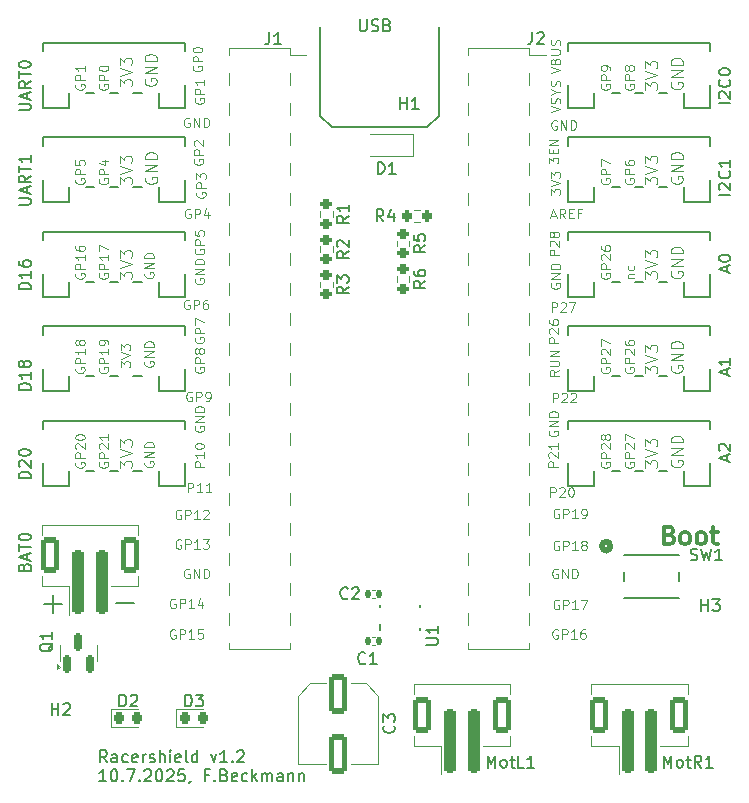
<source format=gto>
%TF.GenerationSoftware,KiCad,Pcbnew,9.0.3*%
%TF.CreationDate,2025-07-11T07:37:11+02:00*%
%TF.ProjectId,fredo,66726564-6f2e-46b6-9963-61645f706362,rev?*%
%TF.SameCoordinates,Original*%
%TF.FileFunction,Legend,Top*%
%TF.FilePolarity,Positive*%
%FSLAX46Y46*%
G04 Gerber Fmt 4.6, Leading zero omitted, Abs format (unit mm)*
G04 Created by KiCad (PCBNEW 9.0.3) date 2025-07-11 07:37:11*
%MOMM*%
%LPD*%
G01*
G04 APERTURE LIST*
G04 Aperture macros list*
%AMRoundRect*
0 Rectangle with rounded corners*
0 $1 Rounding radius*
0 $2 $3 $4 $5 $6 $7 $8 $9 X,Y pos of 4 corners*
0 Add a 4 corners polygon primitive as box body*
4,1,4,$2,$3,$4,$5,$6,$7,$8,$9,$2,$3,0*
0 Add four circle primitives for the rounded corners*
1,1,$1+$1,$2,$3*
1,1,$1+$1,$4,$5*
1,1,$1+$1,$6,$7*
1,1,$1+$1,$8,$9*
0 Add four rect primitives between the rounded corners*
20,1,$1+$1,$2,$3,$4,$5,0*
20,1,$1+$1,$4,$5,$6,$7,0*
20,1,$1+$1,$6,$7,$8,$9,0*
20,1,$1+$1,$8,$9,$2,$3,0*%
G04 Aperture macros list end*
%ADD10C,0.150000*%
%ADD11C,0.125000*%
%ADD12C,0.300000*%
%ADD13C,0.120000*%
%ADD14C,0.127000*%
%ADD15C,0.152400*%
%ADD16C,0.508000*%
%ADD17C,0.200000*%
%ADD18C,1.600000*%
%ADD19R,3.000000X1.000000*%
%ADD20RoundRect,0.150000X0.150000X-0.587500X0.150000X0.587500X-0.150000X0.587500X-0.150000X-0.587500X0*%
%ADD21RoundRect,0.200000X-0.275000X0.200000X-0.275000X-0.200000X0.275000X-0.200000X0.275000X0.200000X0*%
%ADD22RoundRect,0.218750X-0.218750X-0.256250X0.218750X-0.256250X0.218750X0.256250X-0.218750X0.256250X0*%
%ADD23RoundRect,0.200000X0.200000X0.275000X-0.200000X0.275000X-0.200000X-0.275000X0.200000X-0.275000X0*%
%ADD24R,1.200000X1.200000*%
%ADD25R,1.000000X3.000000*%
%ADD26R,1.550000X2.600000*%
%ADD27R,0.990600X0.711200*%
%ADD28R,0.249999X0.499999*%
%ADD29R,2.000001X0.900001*%
%ADD30RoundRect,0.250000X-0.250000X-2.500000X0.250000X-2.500000X0.250000X2.500000X-0.250000X2.500000X0*%
%ADD31RoundRect,0.250000X-0.550000X-1.250000X0.550000X-1.250000X0.550000X1.250000X-0.550000X1.250000X0*%
%ADD32C,4.400000*%
%ADD33RoundRect,0.140000X-0.140000X-0.170000X0.140000X-0.170000X0.140000X0.170000X-0.140000X0.170000X0*%
%ADD34RoundRect,0.250000X-0.550000X1.412500X-0.550000X-1.412500X0.550000X-1.412500X0.550000X1.412500X0*%
G04 APERTURE END LIST*
D10*
X7908207Y-63259875D02*
X7574874Y-62783684D01*
X7336779Y-63259875D02*
X7336779Y-62259875D01*
X7336779Y-62259875D02*
X7717731Y-62259875D01*
X7717731Y-62259875D02*
X7812969Y-62307494D01*
X7812969Y-62307494D02*
X7860588Y-62355113D01*
X7860588Y-62355113D02*
X7908207Y-62450351D01*
X7908207Y-62450351D02*
X7908207Y-62593208D01*
X7908207Y-62593208D02*
X7860588Y-62688446D01*
X7860588Y-62688446D02*
X7812969Y-62736065D01*
X7812969Y-62736065D02*
X7717731Y-62783684D01*
X7717731Y-62783684D02*
X7336779Y-62783684D01*
X8765350Y-63259875D02*
X8765350Y-62736065D01*
X8765350Y-62736065D02*
X8717731Y-62640827D01*
X8717731Y-62640827D02*
X8622493Y-62593208D01*
X8622493Y-62593208D02*
X8432017Y-62593208D01*
X8432017Y-62593208D02*
X8336779Y-62640827D01*
X8765350Y-63212256D02*
X8670112Y-63259875D01*
X8670112Y-63259875D02*
X8432017Y-63259875D01*
X8432017Y-63259875D02*
X8336779Y-63212256D01*
X8336779Y-63212256D02*
X8289160Y-63117017D01*
X8289160Y-63117017D02*
X8289160Y-63021779D01*
X8289160Y-63021779D02*
X8336779Y-62926541D01*
X8336779Y-62926541D02*
X8432017Y-62878922D01*
X8432017Y-62878922D02*
X8670112Y-62878922D01*
X8670112Y-62878922D02*
X8765350Y-62831303D01*
X9670112Y-63212256D02*
X9574874Y-63259875D01*
X9574874Y-63259875D02*
X9384398Y-63259875D01*
X9384398Y-63259875D02*
X9289160Y-63212256D01*
X9289160Y-63212256D02*
X9241541Y-63164636D01*
X9241541Y-63164636D02*
X9193922Y-63069398D01*
X9193922Y-63069398D02*
X9193922Y-62783684D01*
X9193922Y-62783684D02*
X9241541Y-62688446D01*
X9241541Y-62688446D02*
X9289160Y-62640827D01*
X9289160Y-62640827D02*
X9384398Y-62593208D01*
X9384398Y-62593208D02*
X9574874Y-62593208D01*
X9574874Y-62593208D02*
X9670112Y-62640827D01*
X10479636Y-63212256D02*
X10384398Y-63259875D01*
X10384398Y-63259875D02*
X10193922Y-63259875D01*
X10193922Y-63259875D02*
X10098684Y-63212256D01*
X10098684Y-63212256D02*
X10051065Y-63117017D01*
X10051065Y-63117017D02*
X10051065Y-62736065D01*
X10051065Y-62736065D02*
X10098684Y-62640827D01*
X10098684Y-62640827D02*
X10193922Y-62593208D01*
X10193922Y-62593208D02*
X10384398Y-62593208D01*
X10384398Y-62593208D02*
X10479636Y-62640827D01*
X10479636Y-62640827D02*
X10527255Y-62736065D01*
X10527255Y-62736065D02*
X10527255Y-62831303D01*
X10527255Y-62831303D02*
X10051065Y-62926541D01*
X10955827Y-63259875D02*
X10955827Y-62593208D01*
X10955827Y-62783684D02*
X11003446Y-62688446D01*
X11003446Y-62688446D02*
X11051065Y-62640827D01*
X11051065Y-62640827D02*
X11146303Y-62593208D01*
X11146303Y-62593208D02*
X11241541Y-62593208D01*
X11527256Y-63212256D02*
X11622494Y-63259875D01*
X11622494Y-63259875D02*
X11812970Y-63259875D01*
X11812970Y-63259875D02*
X11908208Y-63212256D01*
X11908208Y-63212256D02*
X11955827Y-63117017D01*
X11955827Y-63117017D02*
X11955827Y-63069398D01*
X11955827Y-63069398D02*
X11908208Y-62974160D01*
X11908208Y-62974160D02*
X11812970Y-62926541D01*
X11812970Y-62926541D02*
X11670113Y-62926541D01*
X11670113Y-62926541D02*
X11574875Y-62878922D01*
X11574875Y-62878922D02*
X11527256Y-62783684D01*
X11527256Y-62783684D02*
X11527256Y-62736065D01*
X11527256Y-62736065D02*
X11574875Y-62640827D01*
X11574875Y-62640827D02*
X11670113Y-62593208D01*
X11670113Y-62593208D02*
X11812970Y-62593208D01*
X11812970Y-62593208D02*
X11908208Y-62640827D01*
X12384399Y-63259875D02*
X12384399Y-62259875D01*
X12812970Y-63259875D02*
X12812970Y-62736065D01*
X12812970Y-62736065D02*
X12765351Y-62640827D01*
X12765351Y-62640827D02*
X12670113Y-62593208D01*
X12670113Y-62593208D02*
X12527256Y-62593208D01*
X12527256Y-62593208D02*
X12432018Y-62640827D01*
X12432018Y-62640827D02*
X12384399Y-62688446D01*
X13289161Y-63259875D02*
X13289161Y-62593208D01*
X13289161Y-62259875D02*
X13241542Y-62307494D01*
X13241542Y-62307494D02*
X13289161Y-62355113D01*
X13289161Y-62355113D02*
X13336780Y-62307494D01*
X13336780Y-62307494D02*
X13289161Y-62259875D01*
X13289161Y-62259875D02*
X13289161Y-62355113D01*
X14146303Y-63212256D02*
X14051065Y-63259875D01*
X14051065Y-63259875D02*
X13860589Y-63259875D01*
X13860589Y-63259875D02*
X13765351Y-63212256D01*
X13765351Y-63212256D02*
X13717732Y-63117017D01*
X13717732Y-63117017D02*
X13717732Y-62736065D01*
X13717732Y-62736065D02*
X13765351Y-62640827D01*
X13765351Y-62640827D02*
X13860589Y-62593208D01*
X13860589Y-62593208D02*
X14051065Y-62593208D01*
X14051065Y-62593208D02*
X14146303Y-62640827D01*
X14146303Y-62640827D02*
X14193922Y-62736065D01*
X14193922Y-62736065D02*
X14193922Y-62831303D01*
X14193922Y-62831303D02*
X13717732Y-62926541D01*
X14765351Y-63259875D02*
X14670113Y-63212256D01*
X14670113Y-63212256D02*
X14622494Y-63117017D01*
X14622494Y-63117017D02*
X14622494Y-62259875D01*
X15574875Y-63259875D02*
X15574875Y-62259875D01*
X15574875Y-63212256D02*
X15479637Y-63259875D01*
X15479637Y-63259875D02*
X15289161Y-63259875D01*
X15289161Y-63259875D02*
X15193923Y-63212256D01*
X15193923Y-63212256D02*
X15146304Y-63164636D01*
X15146304Y-63164636D02*
X15098685Y-63069398D01*
X15098685Y-63069398D02*
X15098685Y-62783684D01*
X15098685Y-62783684D02*
X15146304Y-62688446D01*
X15146304Y-62688446D02*
X15193923Y-62640827D01*
X15193923Y-62640827D02*
X15289161Y-62593208D01*
X15289161Y-62593208D02*
X15479637Y-62593208D01*
X15479637Y-62593208D02*
X15574875Y-62640827D01*
X16717733Y-62593208D02*
X16955828Y-63259875D01*
X16955828Y-63259875D02*
X17193923Y-62593208D01*
X18098685Y-63259875D02*
X17527257Y-63259875D01*
X17812971Y-63259875D02*
X17812971Y-62259875D01*
X17812971Y-62259875D02*
X17717733Y-62402732D01*
X17717733Y-62402732D02*
X17622495Y-62497970D01*
X17622495Y-62497970D02*
X17527257Y-62545589D01*
X18527257Y-63164636D02*
X18574876Y-63212256D01*
X18574876Y-63212256D02*
X18527257Y-63259875D01*
X18527257Y-63259875D02*
X18479638Y-63212256D01*
X18479638Y-63212256D02*
X18527257Y-63164636D01*
X18527257Y-63164636D02*
X18527257Y-63259875D01*
X18955828Y-62355113D02*
X19003447Y-62307494D01*
X19003447Y-62307494D02*
X19098685Y-62259875D01*
X19098685Y-62259875D02*
X19336780Y-62259875D01*
X19336780Y-62259875D02*
X19432018Y-62307494D01*
X19432018Y-62307494D02*
X19479637Y-62355113D01*
X19479637Y-62355113D02*
X19527256Y-62450351D01*
X19527256Y-62450351D02*
X19527256Y-62545589D01*
X19527256Y-62545589D02*
X19479637Y-62688446D01*
X19479637Y-62688446D02*
X18908209Y-63259875D01*
X18908209Y-63259875D02*
X19527256Y-63259875D01*
X7860588Y-64869819D02*
X7289160Y-64869819D01*
X7574874Y-64869819D02*
X7574874Y-63869819D01*
X7574874Y-63869819D02*
X7479636Y-64012676D01*
X7479636Y-64012676D02*
X7384398Y-64107914D01*
X7384398Y-64107914D02*
X7289160Y-64155533D01*
X8479636Y-63869819D02*
X8574874Y-63869819D01*
X8574874Y-63869819D02*
X8670112Y-63917438D01*
X8670112Y-63917438D02*
X8717731Y-63965057D01*
X8717731Y-63965057D02*
X8765350Y-64060295D01*
X8765350Y-64060295D02*
X8812969Y-64250771D01*
X8812969Y-64250771D02*
X8812969Y-64488866D01*
X8812969Y-64488866D02*
X8765350Y-64679342D01*
X8765350Y-64679342D02*
X8717731Y-64774580D01*
X8717731Y-64774580D02*
X8670112Y-64822200D01*
X8670112Y-64822200D02*
X8574874Y-64869819D01*
X8574874Y-64869819D02*
X8479636Y-64869819D01*
X8479636Y-64869819D02*
X8384398Y-64822200D01*
X8384398Y-64822200D02*
X8336779Y-64774580D01*
X8336779Y-64774580D02*
X8289160Y-64679342D01*
X8289160Y-64679342D02*
X8241541Y-64488866D01*
X8241541Y-64488866D02*
X8241541Y-64250771D01*
X8241541Y-64250771D02*
X8289160Y-64060295D01*
X8289160Y-64060295D02*
X8336779Y-63965057D01*
X8336779Y-63965057D02*
X8384398Y-63917438D01*
X8384398Y-63917438D02*
X8479636Y-63869819D01*
X9241541Y-64774580D02*
X9289160Y-64822200D01*
X9289160Y-64822200D02*
X9241541Y-64869819D01*
X9241541Y-64869819D02*
X9193922Y-64822200D01*
X9193922Y-64822200D02*
X9241541Y-64774580D01*
X9241541Y-64774580D02*
X9241541Y-64869819D01*
X9622493Y-63869819D02*
X10289159Y-63869819D01*
X10289159Y-63869819D02*
X9860588Y-64869819D01*
X10670112Y-64774580D02*
X10717731Y-64822200D01*
X10717731Y-64822200D02*
X10670112Y-64869819D01*
X10670112Y-64869819D02*
X10622493Y-64822200D01*
X10622493Y-64822200D02*
X10670112Y-64774580D01*
X10670112Y-64774580D02*
X10670112Y-64869819D01*
X11098683Y-63965057D02*
X11146302Y-63917438D01*
X11146302Y-63917438D02*
X11241540Y-63869819D01*
X11241540Y-63869819D02*
X11479635Y-63869819D01*
X11479635Y-63869819D02*
X11574873Y-63917438D01*
X11574873Y-63917438D02*
X11622492Y-63965057D01*
X11622492Y-63965057D02*
X11670111Y-64060295D01*
X11670111Y-64060295D02*
X11670111Y-64155533D01*
X11670111Y-64155533D02*
X11622492Y-64298390D01*
X11622492Y-64298390D02*
X11051064Y-64869819D01*
X11051064Y-64869819D02*
X11670111Y-64869819D01*
X12289159Y-63869819D02*
X12384397Y-63869819D01*
X12384397Y-63869819D02*
X12479635Y-63917438D01*
X12479635Y-63917438D02*
X12527254Y-63965057D01*
X12527254Y-63965057D02*
X12574873Y-64060295D01*
X12574873Y-64060295D02*
X12622492Y-64250771D01*
X12622492Y-64250771D02*
X12622492Y-64488866D01*
X12622492Y-64488866D02*
X12574873Y-64679342D01*
X12574873Y-64679342D02*
X12527254Y-64774580D01*
X12527254Y-64774580D02*
X12479635Y-64822200D01*
X12479635Y-64822200D02*
X12384397Y-64869819D01*
X12384397Y-64869819D02*
X12289159Y-64869819D01*
X12289159Y-64869819D02*
X12193921Y-64822200D01*
X12193921Y-64822200D02*
X12146302Y-64774580D01*
X12146302Y-64774580D02*
X12098683Y-64679342D01*
X12098683Y-64679342D02*
X12051064Y-64488866D01*
X12051064Y-64488866D02*
X12051064Y-64250771D01*
X12051064Y-64250771D02*
X12098683Y-64060295D01*
X12098683Y-64060295D02*
X12146302Y-63965057D01*
X12146302Y-63965057D02*
X12193921Y-63917438D01*
X12193921Y-63917438D02*
X12289159Y-63869819D01*
X13003445Y-63965057D02*
X13051064Y-63917438D01*
X13051064Y-63917438D02*
X13146302Y-63869819D01*
X13146302Y-63869819D02*
X13384397Y-63869819D01*
X13384397Y-63869819D02*
X13479635Y-63917438D01*
X13479635Y-63917438D02*
X13527254Y-63965057D01*
X13527254Y-63965057D02*
X13574873Y-64060295D01*
X13574873Y-64060295D02*
X13574873Y-64155533D01*
X13574873Y-64155533D02*
X13527254Y-64298390D01*
X13527254Y-64298390D02*
X12955826Y-64869819D01*
X12955826Y-64869819D02*
X13574873Y-64869819D01*
X14479635Y-63869819D02*
X14003445Y-63869819D01*
X14003445Y-63869819D02*
X13955826Y-64346009D01*
X13955826Y-64346009D02*
X14003445Y-64298390D01*
X14003445Y-64298390D02*
X14098683Y-64250771D01*
X14098683Y-64250771D02*
X14336778Y-64250771D01*
X14336778Y-64250771D02*
X14432016Y-64298390D01*
X14432016Y-64298390D02*
X14479635Y-64346009D01*
X14479635Y-64346009D02*
X14527254Y-64441247D01*
X14527254Y-64441247D02*
X14527254Y-64679342D01*
X14527254Y-64679342D02*
X14479635Y-64774580D01*
X14479635Y-64774580D02*
X14432016Y-64822200D01*
X14432016Y-64822200D02*
X14336778Y-64869819D01*
X14336778Y-64869819D02*
X14098683Y-64869819D01*
X14098683Y-64869819D02*
X14003445Y-64822200D01*
X14003445Y-64822200D02*
X13955826Y-64774580D01*
X15003445Y-64822200D02*
X15003445Y-64869819D01*
X15003445Y-64869819D02*
X14955826Y-64965057D01*
X14955826Y-64965057D02*
X14908207Y-65012676D01*
X16527254Y-64346009D02*
X16193921Y-64346009D01*
X16193921Y-64869819D02*
X16193921Y-63869819D01*
X16193921Y-63869819D02*
X16670111Y-63869819D01*
X17051064Y-64774580D02*
X17098683Y-64822200D01*
X17098683Y-64822200D02*
X17051064Y-64869819D01*
X17051064Y-64869819D02*
X17003445Y-64822200D01*
X17003445Y-64822200D02*
X17051064Y-64774580D01*
X17051064Y-64774580D02*
X17051064Y-64869819D01*
X17860587Y-64346009D02*
X18003444Y-64393628D01*
X18003444Y-64393628D02*
X18051063Y-64441247D01*
X18051063Y-64441247D02*
X18098682Y-64536485D01*
X18098682Y-64536485D02*
X18098682Y-64679342D01*
X18098682Y-64679342D02*
X18051063Y-64774580D01*
X18051063Y-64774580D02*
X18003444Y-64822200D01*
X18003444Y-64822200D02*
X17908206Y-64869819D01*
X17908206Y-64869819D02*
X17527254Y-64869819D01*
X17527254Y-64869819D02*
X17527254Y-63869819D01*
X17527254Y-63869819D02*
X17860587Y-63869819D01*
X17860587Y-63869819D02*
X17955825Y-63917438D01*
X17955825Y-63917438D02*
X18003444Y-63965057D01*
X18003444Y-63965057D02*
X18051063Y-64060295D01*
X18051063Y-64060295D02*
X18051063Y-64155533D01*
X18051063Y-64155533D02*
X18003444Y-64250771D01*
X18003444Y-64250771D02*
X17955825Y-64298390D01*
X17955825Y-64298390D02*
X17860587Y-64346009D01*
X17860587Y-64346009D02*
X17527254Y-64346009D01*
X18908206Y-64822200D02*
X18812968Y-64869819D01*
X18812968Y-64869819D02*
X18622492Y-64869819D01*
X18622492Y-64869819D02*
X18527254Y-64822200D01*
X18527254Y-64822200D02*
X18479635Y-64726961D01*
X18479635Y-64726961D02*
X18479635Y-64346009D01*
X18479635Y-64346009D02*
X18527254Y-64250771D01*
X18527254Y-64250771D02*
X18622492Y-64203152D01*
X18622492Y-64203152D02*
X18812968Y-64203152D01*
X18812968Y-64203152D02*
X18908206Y-64250771D01*
X18908206Y-64250771D02*
X18955825Y-64346009D01*
X18955825Y-64346009D02*
X18955825Y-64441247D01*
X18955825Y-64441247D02*
X18479635Y-64536485D01*
X19812968Y-64822200D02*
X19717730Y-64869819D01*
X19717730Y-64869819D02*
X19527254Y-64869819D01*
X19527254Y-64869819D02*
X19432016Y-64822200D01*
X19432016Y-64822200D02*
X19384397Y-64774580D01*
X19384397Y-64774580D02*
X19336778Y-64679342D01*
X19336778Y-64679342D02*
X19336778Y-64393628D01*
X19336778Y-64393628D02*
X19384397Y-64298390D01*
X19384397Y-64298390D02*
X19432016Y-64250771D01*
X19432016Y-64250771D02*
X19527254Y-64203152D01*
X19527254Y-64203152D02*
X19717730Y-64203152D01*
X19717730Y-64203152D02*
X19812968Y-64250771D01*
X20241540Y-64869819D02*
X20241540Y-63869819D01*
X20336778Y-64488866D02*
X20622492Y-64869819D01*
X20622492Y-64203152D02*
X20241540Y-64584104D01*
X21051064Y-64869819D02*
X21051064Y-64203152D01*
X21051064Y-64298390D02*
X21098683Y-64250771D01*
X21098683Y-64250771D02*
X21193921Y-64203152D01*
X21193921Y-64203152D02*
X21336778Y-64203152D01*
X21336778Y-64203152D02*
X21432016Y-64250771D01*
X21432016Y-64250771D02*
X21479635Y-64346009D01*
X21479635Y-64346009D02*
X21479635Y-64869819D01*
X21479635Y-64346009D02*
X21527254Y-64250771D01*
X21527254Y-64250771D02*
X21622492Y-64203152D01*
X21622492Y-64203152D02*
X21765349Y-64203152D01*
X21765349Y-64203152D02*
X21860588Y-64250771D01*
X21860588Y-64250771D02*
X21908207Y-64346009D01*
X21908207Y-64346009D02*
X21908207Y-64869819D01*
X22812968Y-64869819D02*
X22812968Y-64346009D01*
X22812968Y-64346009D02*
X22765349Y-64250771D01*
X22765349Y-64250771D02*
X22670111Y-64203152D01*
X22670111Y-64203152D02*
X22479635Y-64203152D01*
X22479635Y-64203152D02*
X22384397Y-64250771D01*
X22812968Y-64822200D02*
X22717730Y-64869819D01*
X22717730Y-64869819D02*
X22479635Y-64869819D01*
X22479635Y-64869819D02*
X22384397Y-64822200D01*
X22384397Y-64822200D02*
X22336778Y-64726961D01*
X22336778Y-64726961D02*
X22336778Y-64631723D01*
X22336778Y-64631723D02*
X22384397Y-64536485D01*
X22384397Y-64536485D02*
X22479635Y-64488866D01*
X22479635Y-64488866D02*
X22717730Y-64488866D01*
X22717730Y-64488866D02*
X22812968Y-64441247D01*
X23289159Y-64203152D02*
X23289159Y-64869819D01*
X23289159Y-64298390D02*
X23336778Y-64250771D01*
X23336778Y-64250771D02*
X23432016Y-64203152D01*
X23432016Y-64203152D02*
X23574873Y-64203152D01*
X23574873Y-64203152D02*
X23670111Y-64250771D01*
X23670111Y-64250771D02*
X23717730Y-64346009D01*
X23717730Y-64346009D02*
X23717730Y-64869819D01*
X24193921Y-64203152D02*
X24193921Y-64869819D01*
X24193921Y-64298390D02*
X24241540Y-64250771D01*
X24241540Y-64250771D02*
X24336778Y-64203152D01*
X24336778Y-64203152D02*
X24479635Y-64203152D01*
X24479635Y-64203152D02*
X24574873Y-64250771D01*
X24574873Y-64250771D02*
X24622492Y-64346009D01*
X24622492Y-64346009D02*
X24622492Y-64869819D01*
X36000000Y-8500000D02*
X36000000Y-1000000D01*
X35000000Y-9500000D02*
X36000000Y-8500000D01*
X26000000Y-1000000D02*
X26000000Y-8500000D01*
X27000000Y-9500000D02*
X35000000Y-9500000D01*
X26000000Y-8500000D02*
X27000000Y-9500000D01*
D11*
X46195595Y-20327287D02*
X45395595Y-20327287D01*
X45395595Y-20327287D02*
X45395595Y-20022525D01*
X45395595Y-20022525D02*
X45433690Y-19946335D01*
X45433690Y-19946335D02*
X45471785Y-19908240D01*
X45471785Y-19908240D02*
X45547976Y-19870144D01*
X45547976Y-19870144D02*
X45662261Y-19870144D01*
X45662261Y-19870144D02*
X45738452Y-19908240D01*
X45738452Y-19908240D02*
X45776547Y-19946335D01*
X45776547Y-19946335D02*
X45814642Y-20022525D01*
X45814642Y-20022525D02*
X45814642Y-20327287D01*
X45471785Y-19565383D02*
X45433690Y-19527287D01*
X45433690Y-19527287D02*
X45395595Y-19451097D01*
X45395595Y-19451097D02*
X45395595Y-19260621D01*
X45395595Y-19260621D02*
X45433690Y-19184430D01*
X45433690Y-19184430D02*
X45471785Y-19146335D01*
X45471785Y-19146335D02*
X45547976Y-19108240D01*
X45547976Y-19108240D02*
X45624166Y-19108240D01*
X45624166Y-19108240D02*
X45738452Y-19146335D01*
X45738452Y-19146335D02*
X46195595Y-19603478D01*
X46195595Y-19603478D02*
X46195595Y-19108240D01*
X45738452Y-18651097D02*
X45700357Y-18727287D01*
X45700357Y-18727287D02*
X45662261Y-18765382D01*
X45662261Y-18765382D02*
X45586071Y-18803478D01*
X45586071Y-18803478D02*
X45547976Y-18803478D01*
X45547976Y-18803478D02*
X45471785Y-18765382D01*
X45471785Y-18765382D02*
X45433690Y-18727287D01*
X45433690Y-18727287D02*
X45395595Y-18651097D01*
X45395595Y-18651097D02*
X45395595Y-18498716D01*
X45395595Y-18498716D02*
X45433690Y-18422525D01*
X45433690Y-18422525D02*
X45471785Y-18384430D01*
X45471785Y-18384430D02*
X45547976Y-18346335D01*
X45547976Y-18346335D02*
X45586071Y-18346335D01*
X45586071Y-18346335D02*
X45662261Y-18384430D01*
X45662261Y-18384430D02*
X45700357Y-18422525D01*
X45700357Y-18422525D02*
X45738452Y-18498716D01*
X45738452Y-18498716D02*
X45738452Y-18651097D01*
X45738452Y-18651097D02*
X45776547Y-18727287D01*
X45776547Y-18727287D02*
X45814642Y-18765382D01*
X45814642Y-18765382D02*
X45890833Y-18803478D01*
X45890833Y-18803478D02*
X46043214Y-18803478D01*
X46043214Y-18803478D02*
X46119404Y-18765382D01*
X46119404Y-18765382D02*
X46157500Y-18727287D01*
X46157500Y-18727287D02*
X46195595Y-18651097D01*
X46195595Y-18651097D02*
X46195595Y-18498716D01*
X46195595Y-18498716D02*
X46157500Y-18422525D01*
X46157500Y-18422525D02*
X46119404Y-18384430D01*
X46119404Y-18384430D02*
X46043214Y-18346335D01*
X46043214Y-18346335D02*
X45890833Y-18346335D01*
X45890833Y-18346335D02*
X45814642Y-18384430D01*
X45814642Y-18384430D02*
X45776547Y-18422525D01*
X45776547Y-18422525D02*
X45738452Y-18498716D01*
X45495595Y-15203478D02*
X45495595Y-14708240D01*
X45495595Y-14708240D02*
X45800357Y-14974906D01*
X45800357Y-14974906D02*
X45800357Y-14860621D01*
X45800357Y-14860621D02*
X45838452Y-14784430D01*
X45838452Y-14784430D02*
X45876547Y-14746335D01*
X45876547Y-14746335D02*
X45952738Y-14708240D01*
X45952738Y-14708240D02*
X46143214Y-14708240D01*
X46143214Y-14708240D02*
X46219404Y-14746335D01*
X46219404Y-14746335D02*
X46257500Y-14784430D01*
X46257500Y-14784430D02*
X46295595Y-14860621D01*
X46295595Y-14860621D02*
X46295595Y-15089192D01*
X46295595Y-15089192D02*
X46257500Y-15165383D01*
X46257500Y-15165383D02*
X46219404Y-15203478D01*
X45495595Y-14479668D02*
X46295595Y-14213001D01*
X46295595Y-14213001D02*
X45495595Y-13946335D01*
X45495595Y-13755859D02*
X45495595Y-13260621D01*
X45495595Y-13260621D02*
X45800357Y-13527287D01*
X45800357Y-13527287D02*
X45800357Y-13413002D01*
X45800357Y-13413002D02*
X45838452Y-13336811D01*
X45838452Y-13336811D02*
X45876547Y-13298716D01*
X45876547Y-13298716D02*
X45952738Y-13260621D01*
X45952738Y-13260621D02*
X46143214Y-13260621D01*
X46143214Y-13260621D02*
X46219404Y-13298716D01*
X46219404Y-13298716D02*
X46257500Y-13336811D01*
X46257500Y-13336811D02*
X46295595Y-13413002D01*
X46295595Y-13413002D02*
X46295595Y-13641573D01*
X46295595Y-13641573D02*
X46257500Y-13717764D01*
X46257500Y-13717764D02*
X46219404Y-13755859D01*
X15383690Y-19808240D02*
X15345595Y-19884430D01*
X15345595Y-19884430D02*
X15345595Y-19998716D01*
X15345595Y-19998716D02*
X15383690Y-20113002D01*
X15383690Y-20113002D02*
X15459880Y-20189192D01*
X15459880Y-20189192D02*
X15536071Y-20227287D01*
X15536071Y-20227287D02*
X15688452Y-20265383D01*
X15688452Y-20265383D02*
X15802738Y-20265383D01*
X15802738Y-20265383D02*
X15955119Y-20227287D01*
X15955119Y-20227287D02*
X16031309Y-20189192D01*
X16031309Y-20189192D02*
X16107500Y-20113002D01*
X16107500Y-20113002D02*
X16145595Y-19998716D01*
X16145595Y-19998716D02*
X16145595Y-19922525D01*
X16145595Y-19922525D02*
X16107500Y-19808240D01*
X16107500Y-19808240D02*
X16069404Y-19770144D01*
X16069404Y-19770144D02*
X15802738Y-19770144D01*
X15802738Y-19770144D02*
X15802738Y-19922525D01*
X16145595Y-19427287D02*
X15345595Y-19427287D01*
X15345595Y-19427287D02*
X15345595Y-19122525D01*
X15345595Y-19122525D02*
X15383690Y-19046335D01*
X15383690Y-19046335D02*
X15421785Y-19008240D01*
X15421785Y-19008240D02*
X15497976Y-18970144D01*
X15497976Y-18970144D02*
X15612261Y-18970144D01*
X15612261Y-18970144D02*
X15688452Y-19008240D01*
X15688452Y-19008240D02*
X15726547Y-19046335D01*
X15726547Y-19046335D02*
X15764642Y-19122525D01*
X15764642Y-19122525D02*
X15764642Y-19427287D01*
X15345595Y-18246335D02*
X15345595Y-18627287D01*
X15345595Y-18627287D02*
X15726547Y-18665383D01*
X15726547Y-18665383D02*
X15688452Y-18627287D01*
X15688452Y-18627287D02*
X15650357Y-18551097D01*
X15650357Y-18551097D02*
X15650357Y-18360621D01*
X15650357Y-18360621D02*
X15688452Y-18284430D01*
X15688452Y-18284430D02*
X15726547Y-18246335D01*
X15726547Y-18246335D02*
X15802738Y-18208240D01*
X15802738Y-18208240D02*
X15993214Y-18208240D01*
X15993214Y-18208240D02*
X16069404Y-18246335D01*
X16069404Y-18246335D02*
X16107500Y-18284430D01*
X16107500Y-18284430D02*
X16145595Y-18360621D01*
X16145595Y-18360621D02*
X16145595Y-18551097D01*
X16145595Y-18551097D02*
X16107500Y-18627287D01*
X16107500Y-18627287D02*
X16069404Y-18665383D01*
X11133690Y-21808240D02*
X11095595Y-21884430D01*
X11095595Y-21884430D02*
X11095595Y-21998716D01*
X11095595Y-21998716D02*
X11133690Y-22113002D01*
X11133690Y-22113002D02*
X11209880Y-22189192D01*
X11209880Y-22189192D02*
X11286071Y-22227287D01*
X11286071Y-22227287D02*
X11438452Y-22265383D01*
X11438452Y-22265383D02*
X11552738Y-22265383D01*
X11552738Y-22265383D02*
X11705119Y-22227287D01*
X11705119Y-22227287D02*
X11781309Y-22189192D01*
X11781309Y-22189192D02*
X11857500Y-22113002D01*
X11857500Y-22113002D02*
X11895595Y-21998716D01*
X11895595Y-21998716D02*
X11895595Y-21922525D01*
X11895595Y-21922525D02*
X11857500Y-21808240D01*
X11857500Y-21808240D02*
X11819404Y-21770144D01*
X11819404Y-21770144D02*
X11552738Y-21770144D01*
X11552738Y-21770144D02*
X11552738Y-21922525D01*
X11895595Y-21427287D02*
X11095595Y-21427287D01*
X11095595Y-21427287D02*
X11895595Y-20970144D01*
X11895595Y-20970144D02*
X11095595Y-20970144D01*
X11895595Y-20589192D02*
X11095595Y-20589192D01*
X11095595Y-20589192D02*
X11095595Y-20398716D01*
X11095595Y-20398716D02*
X11133690Y-20284430D01*
X11133690Y-20284430D02*
X11209880Y-20208240D01*
X11209880Y-20208240D02*
X11286071Y-20170145D01*
X11286071Y-20170145D02*
X11438452Y-20132049D01*
X11438452Y-20132049D02*
X11552738Y-20132049D01*
X11552738Y-20132049D02*
X11705119Y-20170145D01*
X11705119Y-20170145D02*
X11781309Y-20208240D01*
X11781309Y-20208240D02*
X11857500Y-20284430D01*
X11857500Y-20284430D02*
X11895595Y-20398716D01*
X11895595Y-20398716D02*
X11895595Y-20589192D01*
X46195595Y-30070144D02*
X45814642Y-30336811D01*
X46195595Y-30527287D02*
X45395595Y-30527287D01*
X45395595Y-30527287D02*
X45395595Y-30222525D01*
X45395595Y-30222525D02*
X45433690Y-30146335D01*
X45433690Y-30146335D02*
X45471785Y-30108240D01*
X45471785Y-30108240D02*
X45547976Y-30070144D01*
X45547976Y-30070144D02*
X45662261Y-30070144D01*
X45662261Y-30070144D02*
X45738452Y-30108240D01*
X45738452Y-30108240D02*
X45776547Y-30146335D01*
X45776547Y-30146335D02*
X45814642Y-30222525D01*
X45814642Y-30222525D02*
X45814642Y-30527287D01*
X45395595Y-29727287D02*
X46043214Y-29727287D01*
X46043214Y-29727287D02*
X46119404Y-29689192D01*
X46119404Y-29689192D02*
X46157500Y-29651097D01*
X46157500Y-29651097D02*
X46195595Y-29574906D01*
X46195595Y-29574906D02*
X46195595Y-29422525D01*
X46195595Y-29422525D02*
X46157500Y-29346335D01*
X46157500Y-29346335D02*
X46119404Y-29308240D01*
X46119404Y-29308240D02*
X46043214Y-29270144D01*
X46043214Y-29270144D02*
X45395595Y-29270144D01*
X46195595Y-28889192D02*
X45395595Y-28889192D01*
X45395595Y-28889192D02*
X46195595Y-28432049D01*
X46195595Y-28432049D02*
X45395595Y-28432049D01*
X51785190Y-37858020D02*
X51747095Y-37934210D01*
X51747095Y-37934210D02*
X51747095Y-38048496D01*
X51747095Y-38048496D02*
X51785190Y-38162782D01*
X51785190Y-38162782D02*
X51861380Y-38238972D01*
X51861380Y-38238972D02*
X51937571Y-38277067D01*
X51937571Y-38277067D02*
X52089952Y-38315163D01*
X52089952Y-38315163D02*
X52204238Y-38315163D01*
X52204238Y-38315163D02*
X52356619Y-38277067D01*
X52356619Y-38277067D02*
X52432809Y-38238972D01*
X52432809Y-38238972D02*
X52509000Y-38162782D01*
X52509000Y-38162782D02*
X52547095Y-38048496D01*
X52547095Y-38048496D02*
X52547095Y-37972305D01*
X52547095Y-37972305D02*
X52509000Y-37858020D01*
X52509000Y-37858020D02*
X52470904Y-37819924D01*
X52470904Y-37819924D02*
X52204238Y-37819924D01*
X52204238Y-37819924D02*
X52204238Y-37972305D01*
X52547095Y-37477067D02*
X51747095Y-37477067D01*
X51747095Y-37477067D02*
X51747095Y-37172305D01*
X51747095Y-37172305D02*
X51785190Y-37096115D01*
X51785190Y-37096115D02*
X51823285Y-37058020D01*
X51823285Y-37058020D02*
X51899476Y-37019924D01*
X51899476Y-37019924D02*
X52013761Y-37019924D01*
X52013761Y-37019924D02*
X52089952Y-37058020D01*
X52089952Y-37058020D02*
X52128047Y-37096115D01*
X52128047Y-37096115D02*
X52166142Y-37172305D01*
X52166142Y-37172305D02*
X52166142Y-37477067D01*
X51823285Y-36715163D02*
X51785190Y-36677067D01*
X51785190Y-36677067D02*
X51747095Y-36600877D01*
X51747095Y-36600877D02*
X51747095Y-36410401D01*
X51747095Y-36410401D02*
X51785190Y-36334210D01*
X51785190Y-36334210D02*
X51823285Y-36296115D01*
X51823285Y-36296115D02*
X51899476Y-36258020D01*
X51899476Y-36258020D02*
X51975666Y-36258020D01*
X51975666Y-36258020D02*
X52089952Y-36296115D01*
X52089952Y-36296115D02*
X52547095Y-36753258D01*
X52547095Y-36753258D02*
X52547095Y-36258020D01*
X51747095Y-35991353D02*
X51747095Y-35458019D01*
X51747095Y-35458019D02*
X52547095Y-35800877D01*
D10*
X8674874Y-49785533D02*
X10198684Y-49785533D01*
D11*
X9020079Y-22335526D02*
X9020079Y-21716479D01*
X9020079Y-21716479D02*
X9401031Y-22049812D01*
X9401031Y-22049812D02*
X9401031Y-21906955D01*
X9401031Y-21906955D02*
X9448650Y-21811717D01*
X9448650Y-21811717D02*
X9496269Y-21764098D01*
X9496269Y-21764098D02*
X9591507Y-21716479D01*
X9591507Y-21716479D02*
X9829602Y-21716479D01*
X9829602Y-21716479D02*
X9924840Y-21764098D01*
X9924840Y-21764098D02*
X9972460Y-21811717D01*
X9972460Y-21811717D02*
X10020079Y-21906955D01*
X10020079Y-21906955D02*
X10020079Y-22192669D01*
X10020079Y-22192669D02*
X9972460Y-22287907D01*
X9972460Y-22287907D02*
X9924840Y-22335526D01*
X9020079Y-21430764D02*
X10020079Y-21097431D01*
X10020079Y-21097431D02*
X9020079Y-20764098D01*
X9020079Y-20526002D02*
X9020079Y-19906955D01*
X9020079Y-19906955D02*
X9401031Y-20240288D01*
X9401031Y-20240288D02*
X9401031Y-20097431D01*
X9401031Y-20097431D02*
X9448650Y-20002193D01*
X9448650Y-20002193D02*
X9496269Y-19954574D01*
X9496269Y-19954574D02*
X9591507Y-19906955D01*
X9591507Y-19906955D02*
X9829602Y-19906955D01*
X9829602Y-19906955D02*
X9924840Y-19954574D01*
X9924840Y-19954574D02*
X9972460Y-20002193D01*
X9972460Y-20002193D02*
X10020079Y-20097431D01*
X10020079Y-20097431D02*
X10020079Y-20383145D01*
X10020079Y-20383145D02*
X9972460Y-20478383D01*
X9972460Y-20478383D02*
X9924840Y-20526002D01*
X51785190Y-13858020D02*
X51747095Y-13934210D01*
X51747095Y-13934210D02*
X51747095Y-14048496D01*
X51747095Y-14048496D02*
X51785190Y-14162782D01*
X51785190Y-14162782D02*
X51861380Y-14238972D01*
X51861380Y-14238972D02*
X51937571Y-14277067D01*
X51937571Y-14277067D02*
X52089952Y-14315163D01*
X52089952Y-14315163D02*
X52204238Y-14315163D01*
X52204238Y-14315163D02*
X52356619Y-14277067D01*
X52356619Y-14277067D02*
X52432809Y-14238972D01*
X52432809Y-14238972D02*
X52509000Y-14162782D01*
X52509000Y-14162782D02*
X52547095Y-14048496D01*
X52547095Y-14048496D02*
X52547095Y-13972305D01*
X52547095Y-13972305D02*
X52509000Y-13858020D01*
X52509000Y-13858020D02*
X52470904Y-13819924D01*
X52470904Y-13819924D02*
X52204238Y-13819924D01*
X52204238Y-13819924D02*
X52204238Y-13972305D01*
X52547095Y-13477067D02*
X51747095Y-13477067D01*
X51747095Y-13477067D02*
X51747095Y-13172305D01*
X51747095Y-13172305D02*
X51785190Y-13096115D01*
X51785190Y-13096115D02*
X51823285Y-13058020D01*
X51823285Y-13058020D02*
X51899476Y-13019924D01*
X51899476Y-13019924D02*
X52013761Y-13019924D01*
X52013761Y-13019924D02*
X52089952Y-13058020D01*
X52089952Y-13058020D02*
X52128047Y-13096115D01*
X52128047Y-13096115D02*
X52166142Y-13172305D01*
X52166142Y-13172305D02*
X52166142Y-13477067D01*
X51747095Y-12334210D02*
X51747095Y-12486591D01*
X51747095Y-12486591D02*
X51785190Y-12562782D01*
X51785190Y-12562782D02*
X51823285Y-12600877D01*
X51823285Y-12600877D02*
X51937571Y-12677067D01*
X51937571Y-12677067D02*
X52089952Y-12715163D01*
X52089952Y-12715163D02*
X52394714Y-12715163D01*
X52394714Y-12715163D02*
X52470904Y-12677067D01*
X52470904Y-12677067D02*
X52509000Y-12638972D01*
X52509000Y-12638972D02*
X52547095Y-12562782D01*
X52547095Y-12562782D02*
X52547095Y-12410401D01*
X52547095Y-12410401D02*
X52509000Y-12334210D01*
X52509000Y-12334210D02*
X52470904Y-12296115D01*
X52470904Y-12296115D02*
X52394714Y-12258020D01*
X52394714Y-12258020D02*
X52204238Y-12258020D01*
X52204238Y-12258020D02*
X52128047Y-12296115D01*
X52128047Y-12296115D02*
X52089952Y-12334210D01*
X52089952Y-12334210D02*
X52051857Y-12410401D01*
X52051857Y-12410401D02*
X52051857Y-12562782D01*
X52051857Y-12562782D02*
X52089952Y-12638972D01*
X52089952Y-12638972D02*
X52128047Y-12677067D01*
X52128047Y-12677067D02*
X52204238Y-12715163D01*
X9020079Y-6024906D02*
X9020079Y-5405859D01*
X9020079Y-5405859D02*
X9401031Y-5739192D01*
X9401031Y-5739192D02*
X9401031Y-5596335D01*
X9401031Y-5596335D02*
X9448650Y-5501097D01*
X9448650Y-5501097D02*
X9496269Y-5453478D01*
X9496269Y-5453478D02*
X9591507Y-5405859D01*
X9591507Y-5405859D02*
X9829602Y-5405859D01*
X9829602Y-5405859D02*
X9924840Y-5453478D01*
X9924840Y-5453478D02*
X9972460Y-5501097D01*
X9972460Y-5501097D02*
X10020079Y-5596335D01*
X10020079Y-5596335D02*
X10020079Y-5882049D01*
X10020079Y-5882049D02*
X9972460Y-5977287D01*
X9972460Y-5977287D02*
X9924840Y-6024906D01*
X9020079Y-5120144D02*
X10020079Y-4786811D01*
X10020079Y-4786811D02*
X9020079Y-4453478D01*
X9020079Y-4215382D02*
X9020079Y-3596335D01*
X9020079Y-3596335D02*
X9401031Y-3929668D01*
X9401031Y-3929668D02*
X9401031Y-3786811D01*
X9401031Y-3786811D02*
X9448650Y-3691573D01*
X9448650Y-3691573D02*
X9496269Y-3643954D01*
X9496269Y-3643954D02*
X9591507Y-3596335D01*
X9591507Y-3596335D02*
X9829602Y-3596335D01*
X9829602Y-3596335D02*
X9924840Y-3643954D01*
X9924840Y-3643954D02*
X9972460Y-3691573D01*
X9972460Y-3691573D02*
X10020079Y-3786811D01*
X10020079Y-3786811D02*
X10020079Y-4072525D01*
X10020079Y-4072525D02*
X9972460Y-4167763D01*
X9972460Y-4167763D02*
X9924840Y-4215382D01*
X46145595Y-27727287D02*
X45345595Y-27727287D01*
X45345595Y-27727287D02*
X45345595Y-27422525D01*
X45345595Y-27422525D02*
X45383690Y-27346335D01*
X45383690Y-27346335D02*
X45421785Y-27308240D01*
X45421785Y-27308240D02*
X45497976Y-27270144D01*
X45497976Y-27270144D02*
X45612261Y-27270144D01*
X45612261Y-27270144D02*
X45688452Y-27308240D01*
X45688452Y-27308240D02*
X45726547Y-27346335D01*
X45726547Y-27346335D02*
X45764642Y-27422525D01*
X45764642Y-27422525D02*
X45764642Y-27727287D01*
X45421785Y-26965383D02*
X45383690Y-26927287D01*
X45383690Y-26927287D02*
X45345595Y-26851097D01*
X45345595Y-26851097D02*
X45345595Y-26660621D01*
X45345595Y-26660621D02*
X45383690Y-26584430D01*
X45383690Y-26584430D02*
X45421785Y-26546335D01*
X45421785Y-26546335D02*
X45497976Y-26508240D01*
X45497976Y-26508240D02*
X45574166Y-26508240D01*
X45574166Y-26508240D02*
X45688452Y-26546335D01*
X45688452Y-26546335D02*
X46145595Y-27003478D01*
X46145595Y-27003478D02*
X46145595Y-26508240D01*
X45345595Y-25822525D02*
X45345595Y-25974906D01*
X45345595Y-25974906D02*
X45383690Y-26051097D01*
X45383690Y-26051097D02*
X45421785Y-26089192D01*
X45421785Y-26089192D02*
X45536071Y-26165382D01*
X45536071Y-26165382D02*
X45688452Y-26203478D01*
X45688452Y-26203478D02*
X45993214Y-26203478D01*
X45993214Y-26203478D02*
X46069404Y-26165382D01*
X46069404Y-26165382D02*
X46107500Y-26127287D01*
X46107500Y-26127287D02*
X46145595Y-26051097D01*
X46145595Y-26051097D02*
X46145595Y-25898716D01*
X46145595Y-25898716D02*
X46107500Y-25822525D01*
X46107500Y-25822525D02*
X46069404Y-25784430D01*
X46069404Y-25784430D02*
X45993214Y-25746335D01*
X45993214Y-25746335D02*
X45802738Y-25746335D01*
X45802738Y-25746335D02*
X45726547Y-25784430D01*
X45726547Y-25784430D02*
X45688452Y-25822525D01*
X45688452Y-25822525D02*
X45650357Y-25898716D01*
X45650357Y-25898716D02*
X45650357Y-26051097D01*
X45650357Y-26051097D02*
X45688452Y-26127287D01*
X45688452Y-26127287D02*
X45726547Y-26165382D01*
X45726547Y-26165382D02*
X45802738Y-26203478D01*
X45991759Y-8933690D02*
X45915569Y-8895595D01*
X45915569Y-8895595D02*
X45801283Y-8895595D01*
X45801283Y-8895595D02*
X45686997Y-8933690D01*
X45686997Y-8933690D02*
X45610807Y-9009880D01*
X45610807Y-9009880D02*
X45572712Y-9086071D01*
X45572712Y-9086071D02*
X45534616Y-9238452D01*
X45534616Y-9238452D02*
X45534616Y-9352738D01*
X45534616Y-9352738D02*
X45572712Y-9505119D01*
X45572712Y-9505119D02*
X45610807Y-9581309D01*
X45610807Y-9581309D02*
X45686997Y-9657500D01*
X45686997Y-9657500D02*
X45801283Y-9695595D01*
X45801283Y-9695595D02*
X45877474Y-9695595D01*
X45877474Y-9695595D02*
X45991759Y-9657500D01*
X45991759Y-9657500D02*
X46029855Y-9619404D01*
X46029855Y-9619404D02*
X46029855Y-9352738D01*
X46029855Y-9352738D02*
X45877474Y-9352738D01*
X46372712Y-9695595D02*
X46372712Y-8895595D01*
X46372712Y-8895595D02*
X46829855Y-9695595D01*
X46829855Y-9695595D02*
X46829855Y-8895595D01*
X47210807Y-9695595D02*
X47210807Y-8895595D01*
X47210807Y-8895595D02*
X47401283Y-8895595D01*
X47401283Y-8895595D02*
X47515569Y-8933690D01*
X47515569Y-8933690D02*
X47591759Y-9009880D01*
X47591759Y-9009880D02*
X47629854Y-9086071D01*
X47629854Y-9086071D02*
X47667950Y-9238452D01*
X47667950Y-9238452D02*
X47667950Y-9352738D01*
X47667950Y-9352738D02*
X47629854Y-9505119D01*
X47629854Y-9505119D02*
X47591759Y-9581309D01*
X47591759Y-9581309D02*
X47515569Y-9657500D01*
X47515569Y-9657500D02*
X47401283Y-9695595D01*
X47401283Y-9695595D02*
X47210807Y-9695595D01*
X13691759Y-52033690D02*
X13615569Y-51995595D01*
X13615569Y-51995595D02*
X13501283Y-51995595D01*
X13501283Y-51995595D02*
X13386997Y-52033690D01*
X13386997Y-52033690D02*
X13310807Y-52109880D01*
X13310807Y-52109880D02*
X13272712Y-52186071D01*
X13272712Y-52186071D02*
X13234616Y-52338452D01*
X13234616Y-52338452D02*
X13234616Y-52452738D01*
X13234616Y-52452738D02*
X13272712Y-52605119D01*
X13272712Y-52605119D02*
X13310807Y-52681309D01*
X13310807Y-52681309D02*
X13386997Y-52757500D01*
X13386997Y-52757500D02*
X13501283Y-52795595D01*
X13501283Y-52795595D02*
X13577474Y-52795595D01*
X13577474Y-52795595D02*
X13691759Y-52757500D01*
X13691759Y-52757500D02*
X13729855Y-52719404D01*
X13729855Y-52719404D02*
X13729855Y-52452738D01*
X13729855Y-52452738D02*
X13577474Y-52452738D01*
X14072712Y-52795595D02*
X14072712Y-51995595D01*
X14072712Y-51995595D02*
X14377474Y-51995595D01*
X14377474Y-51995595D02*
X14453664Y-52033690D01*
X14453664Y-52033690D02*
X14491759Y-52071785D01*
X14491759Y-52071785D02*
X14529855Y-52147976D01*
X14529855Y-52147976D02*
X14529855Y-52262261D01*
X14529855Y-52262261D02*
X14491759Y-52338452D01*
X14491759Y-52338452D02*
X14453664Y-52376547D01*
X14453664Y-52376547D02*
X14377474Y-52414642D01*
X14377474Y-52414642D02*
X14072712Y-52414642D01*
X15291759Y-52795595D02*
X14834616Y-52795595D01*
X15063188Y-52795595D02*
X15063188Y-51995595D01*
X15063188Y-51995595D02*
X14986997Y-52109880D01*
X14986997Y-52109880D02*
X14910807Y-52186071D01*
X14910807Y-52186071D02*
X14834616Y-52224166D01*
X16015569Y-51995595D02*
X15634617Y-51995595D01*
X15634617Y-51995595D02*
X15596521Y-52376547D01*
X15596521Y-52376547D02*
X15634617Y-52338452D01*
X15634617Y-52338452D02*
X15710807Y-52300357D01*
X15710807Y-52300357D02*
X15901283Y-52300357D01*
X15901283Y-52300357D02*
X15977474Y-52338452D01*
X15977474Y-52338452D02*
X16015569Y-52376547D01*
X16015569Y-52376547D02*
X16053664Y-52452738D01*
X16053664Y-52452738D02*
X16053664Y-52643214D01*
X16053664Y-52643214D02*
X16015569Y-52719404D01*
X16015569Y-52719404D02*
X15977474Y-52757500D01*
X15977474Y-52757500D02*
X15901283Y-52795595D01*
X15901283Y-52795595D02*
X15710807Y-52795595D01*
X15710807Y-52795595D02*
X15634617Y-52757500D01*
X15634617Y-52757500D02*
X15596521Y-52719404D01*
X45472712Y-40795595D02*
X45472712Y-39995595D01*
X45472712Y-39995595D02*
X45777474Y-39995595D01*
X45777474Y-39995595D02*
X45853664Y-40033690D01*
X45853664Y-40033690D02*
X45891759Y-40071785D01*
X45891759Y-40071785D02*
X45929855Y-40147976D01*
X45929855Y-40147976D02*
X45929855Y-40262261D01*
X45929855Y-40262261D02*
X45891759Y-40338452D01*
X45891759Y-40338452D02*
X45853664Y-40376547D01*
X45853664Y-40376547D02*
X45777474Y-40414642D01*
X45777474Y-40414642D02*
X45472712Y-40414642D01*
X46234616Y-40071785D02*
X46272712Y-40033690D01*
X46272712Y-40033690D02*
X46348902Y-39995595D01*
X46348902Y-39995595D02*
X46539378Y-39995595D01*
X46539378Y-39995595D02*
X46615569Y-40033690D01*
X46615569Y-40033690D02*
X46653664Y-40071785D01*
X46653664Y-40071785D02*
X46691759Y-40147976D01*
X46691759Y-40147976D02*
X46691759Y-40224166D01*
X46691759Y-40224166D02*
X46653664Y-40338452D01*
X46653664Y-40338452D02*
X46196521Y-40795595D01*
X46196521Y-40795595D02*
X46691759Y-40795595D01*
X47186998Y-39995595D02*
X47263188Y-39995595D01*
X47263188Y-39995595D02*
X47339379Y-40033690D01*
X47339379Y-40033690D02*
X47377474Y-40071785D01*
X47377474Y-40071785D02*
X47415569Y-40147976D01*
X47415569Y-40147976D02*
X47453664Y-40300357D01*
X47453664Y-40300357D02*
X47453664Y-40490833D01*
X47453664Y-40490833D02*
X47415569Y-40643214D01*
X47415569Y-40643214D02*
X47377474Y-40719404D01*
X47377474Y-40719404D02*
X47339379Y-40757500D01*
X47339379Y-40757500D02*
X47263188Y-40795595D01*
X47263188Y-40795595D02*
X47186998Y-40795595D01*
X47186998Y-40795595D02*
X47110807Y-40757500D01*
X47110807Y-40757500D02*
X47072712Y-40719404D01*
X47072712Y-40719404D02*
X47034617Y-40643214D01*
X47034617Y-40643214D02*
X46996521Y-40490833D01*
X46996521Y-40490833D02*
X46996521Y-40300357D01*
X46996521Y-40300357D02*
X47034617Y-40147976D01*
X47034617Y-40147976D02*
X47072712Y-40071785D01*
X47072712Y-40071785D02*
X47110807Y-40033690D01*
X47110807Y-40033690D02*
X47186998Y-39995595D01*
X53520079Y-6324686D02*
X53520079Y-5705639D01*
X53520079Y-5705639D02*
X53901031Y-6038972D01*
X53901031Y-6038972D02*
X53901031Y-5896115D01*
X53901031Y-5896115D02*
X53948650Y-5800877D01*
X53948650Y-5800877D02*
X53996269Y-5753258D01*
X53996269Y-5753258D02*
X54091507Y-5705639D01*
X54091507Y-5705639D02*
X54329602Y-5705639D01*
X54329602Y-5705639D02*
X54424840Y-5753258D01*
X54424840Y-5753258D02*
X54472460Y-5800877D01*
X54472460Y-5800877D02*
X54520079Y-5896115D01*
X54520079Y-5896115D02*
X54520079Y-6181829D01*
X54520079Y-6181829D02*
X54472460Y-6277067D01*
X54472460Y-6277067D02*
X54424840Y-6324686D01*
X53520079Y-5419924D02*
X54520079Y-5086591D01*
X54520079Y-5086591D02*
X53520079Y-4753258D01*
X53520079Y-4515162D02*
X53520079Y-3896115D01*
X53520079Y-3896115D02*
X53901031Y-4229448D01*
X53901031Y-4229448D02*
X53901031Y-4086591D01*
X53901031Y-4086591D02*
X53948650Y-3991353D01*
X53948650Y-3991353D02*
X53996269Y-3943734D01*
X53996269Y-3943734D02*
X54091507Y-3896115D01*
X54091507Y-3896115D02*
X54329602Y-3896115D01*
X54329602Y-3896115D02*
X54424840Y-3943734D01*
X54424840Y-3943734D02*
X54472460Y-3991353D01*
X54472460Y-3991353D02*
X54520079Y-4086591D01*
X54520079Y-4086591D02*
X54520079Y-4372305D01*
X54520079Y-4372305D02*
X54472460Y-4467543D01*
X54472460Y-4467543D02*
X54424840Y-4515162D01*
X55718738Y-37705639D02*
X55671119Y-37800877D01*
X55671119Y-37800877D02*
X55671119Y-37943734D01*
X55671119Y-37943734D02*
X55718738Y-38086591D01*
X55718738Y-38086591D02*
X55813976Y-38181829D01*
X55813976Y-38181829D02*
X55909214Y-38229448D01*
X55909214Y-38229448D02*
X56099690Y-38277067D01*
X56099690Y-38277067D02*
X56242547Y-38277067D01*
X56242547Y-38277067D02*
X56433023Y-38229448D01*
X56433023Y-38229448D02*
X56528261Y-38181829D01*
X56528261Y-38181829D02*
X56623500Y-38086591D01*
X56623500Y-38086591D02*
X56671119Y-37943734D01*
X56671119Y-37943734D02*
X56671119Y-37848496D01*
X56671119Y-37848496D02*
X56623500Y-37705639D01*
X56623500Y-37705639D02*
X56575880Y-37658020D01*
X56575880Y-37658020D02*
X56242547Y-37658020D01*
X56242547Y-37658020D02*
X56242547Y-37848496D01*
X56671119Y-37229448D02*
X55671119Y-37229448D01*
X55671119Y-37229448D02*
X56671119Y-36658020D01*
X56671119Y-36658020D02*
X55671119Y-36658020D01*
X56671119Y-36181829D02*
X55671119Y-36181829D01*
X55671119Y-36181829D02*
X55671119Y-35943734D01*
X55671119Y-35943734D02*
X55718738Y-35800877D01*
X55718738Y-35800877D02*
X55813976Y-35705639D01*
X55813976Y-35705639D02*
X55909214Y-35658020D01*
X55909214Y-35658020D02*
X56099690Y-35610401D01*
X56099690Y-35610401D02*
X56242547Y-35610401D01*
X56242547Y-35610401D02*
X56433023Y-35658020D01*
X56433023Y-35658020D02*
X56528261Y-35705639D01*
X56528261Y-35705639D02*
X56623500Y-35800877D01*
X56623500Y-35800877D02*
X56671119Y-35943734D01*
X56671119Y-35943734D02*
X56671119Y-36181829D01*
X14772712Y-40395595D02*
X14772712Y-39595595D01*
X14772712Y-39595595D02*
X15077474Y-39595595D01*
X15077474Y-39595595D02*
X15153664Y-39633690D01*
X15153664Y-39633690D02*
X15191759Y-39671785D01*
X15191759Y-39671785D02*
X15229855Y-39747976D01*
X15229855Y-39747976D02*
X15229855Y-39862261D01*
X15229855Y-39862261D02*
X15191759Y-39938452D01*
X15191759Y-39938452D02*
X15153664Y-39976547D01*
X15153664Y-39976547D02*
X15077474Y-40014642D01*
X15077474Y-40014642D02*
X14772712Y-40014642D01*
X15991759Y-40395595D02*
X15534616Y-40395595D01*
X15763188Y-40395595D02*
X15763188Y-39595595D01*
X15763188Y-39595595D02*
X15686997Y-39709880D01*
X15686997Y-39709880D02*
X15610807Y-39786071D01*
X15610807Y-39786071D02*
X15534616Y-39824166D01*
X16753664Y-40395595D02*
X16296521Y-40395595D01*
X16525093Y-40395595D02*
X16525093Y-39595595D01*
X16525093Y-39595595D02*
X16448902Y-39709880D01*
X16448902Y-39709880D02*
X16372712Y-39786071D01*
X16372712Y-39786071D02*
X16296521Y-39824166D01*
X11168738Y-5405859D02*
X11121119Y-5501097D01*
X11121119Y-5501097D02*
X11121119Y-5643954D01*
X11121119Y-5643954D02*
X11168738Y-5786811D01*
X11168738Y-5786811D02*
X11263976Y-5882049D01*
X11263976Y-5882049D02*
X11359214Y-5929668D01*
X11359214Y-5929668D02*
X11549690Y-5977287D01*
X11549690Y-5977287D02*
X11692547Y-5977287D01*
X11692547Y-5977287D02*
X11883023Y-5929668D01*
X11883023Y-5929668D02*
X11978261Y-5882049D01*
X11978261Y-5882049D02*
X12073500Y-5786811D01*
X12073500Y-5786811D02*
X12121119Y-5643954D01*
X12121119Y-5643954D02*
X12121119Y-5548716D01*
X12121119Y-5548716D02*
X12073500Y-5405859D01*
X12073500Y-5405859D02*
X12025880Y-5358240D01*
X12025880Y-5358240D02*
X11692547Y-5358240D01*
X11692547Y-5358240D02*
X11692547Y-5548716D01*
X12121119Y-4929668D02*
X11121119Y-4929668D01*
X11121119Y-4929668D02*
X12121119Y-4358240D01*
X12121119Y-4358240D02*
X11121119Y-4358240D01*
X12121119Y-3882049D02*
X11121119Y-3882049D01*
X11121119Y-3882049D02*
X11121119Y-3643954D01*
X11121119Y-3643954D02*
X11168738Y-3501097D01*
X11168738Y-3501097D02*
X11263976Y-3405859D01*
X11263976Y-3405859D02*
X11359214Y-3358240D01*
X11359214Y-3358240D02*
X11549690Y-3310621D01*
X11549690Y-3310621D02*
X11692547Y-3310621D01*
X11692547Y-3310621D02*
X11883023Y-3358240D01*
X11883023Y-3358240D02*
X11978261Y-3405859D01*
X11978261Y-3405859D02*
X12073500Y-3501097D01*
X12073500Y-3501097D02*
X12121119Y-3643954D01*
X12121119Y-3643954D02*
X12121119Y-3882049D01*
X5285190Y-37868860D02*
X5247095Y-37945050D01*
X5247095Y-37945050D02*
X5247095Y-38059336D01*
X5247095Y-38059336D02*
X5285190Y-38173622D01*
X5285190Y-38173622D02*
X5361380Y-38249812D01*
X5361380Y-38249812D02*
X5437571Y-38287907D01*
X5437571Y-38287907D02*
X5589952Y-38326003D01*
X5589952Y-38326003D02*
X5704238Y-38326003D01*
X5704238Y-38326003D02*
X5856619Y-38287907D01*
X5856619Y-38287907D02*
X5932809Y-38249812D01*
X5932809Y-38249812D02*
X6009000Y-38173622D01*
X6009000Y-38173622D02*
X6047095Y-38059336D01*
X6047095Y-38059336D02*
X6047095Y-37983145D01*
X6047095Y-37983145D02*
X6009000Y-37868860D01*
X6009000Y-37868860D02*
X5970904Y-37830764D01*
X5970904Y-37830764D02*
X5704238Y-37830764D01*
X5704238Y-37830764D02*
X5704238Y-37983145D01*
X6047095Y-37487907D02*
X5247095Y-37487907D01*
X5247095Y-37487907D02*
X5247095Y-37183145D01*
X5247095Y-37183145D02*
X5285190Y-37106955D01*
X5285190Y-37106955D02*
X5323285Y-37068860D01*
X5323285Y-37068860D02*
X5399476Y-37030764D01*
X5399476Y-37030764D02*
X5513761Y-37030764D01*
X5513761Y-37030764D02*
X5589952Y-37068860D01*
X5589952Y-37068860D02*
X5628047Y-37106955D01*
X5628047Y-37106955D02*
X5666142Y-37183145D01*
X5666142Y-37183145D02*
X5666142Y-37487907D01*
X5323285Y-36726003D02*
X5285190Y-36687907D01*
X5285190Y-36687907D02*
X5247095Y-36611717D01*
X5247095Y-36611717D02*
X5247095Y-36421241D01*
X5247095Y-36421241D02*
X5285190Y-36345050D01*
X5285190Y-36345050D02*
X5323285Y-36306955D01*
X5323285Y-36306955D02*
X5399476Y-36268860D01*
X5399476Y-36268860D02*
X5475666Y-36268860D01*
X5475666Y-36268860D02*
X5589952Y-36306955D01*
X5589952Y-36306955D02*
X6047095Y-36764098D01*
X6047095Y-36764098D02*
X6047095Y-36268860D01*
X5247095Y-35773621D02*
X5247095Y-35697431D01*
X5247095Y-35697431D02*
X5285190Y-35621240D01*
X5285190Y-35621240D02*
X5323285Y-35583145D01*
X5323285Y-35583145D02*
X5399476Y-35545050D01*
X5399476Y-35545050D02*
X5551857Y-35506955D01*
X5551857Y-35506955D02*
X5742333Y-35506955D01*
X5742333Y-35506955D02*
X5894714Y-35545050D01*
X5894714Y-35545050D02*
X5970904Y-35583145D01*
X5970904Y-35583145D02*
X6009000Y-35621240D01*
X6009000Y-35621240D02*
X6047095Y-35697431D01*
X6047095Y-35697431D02*
X6047095Y-35773621D01*
X6047095Y-35773621D02*
X6009000Y-35849812D01*
X6009000Y-35849812D02*
X5970904Y-35887907D01*
X5970904Y-35887907D02*
X5894714Y-35926002D01*
X5894714Y-35926002D02*
X5742333Y-35964098D01*
X5742333Y-35964098D02*
X5551857Y-35964098D01*
X5551857Y-35964098D02*
X5399476Y-35926002D01*
X5399476Y-35926002D02*
X5323285Y-35887907D01*
X5323285Y-35887907D02*
X5285190Y-35849812D01*
X5285190Y-35849812D02*
X5247095Y-35773621D01*
X9020079Y-38335526D02*
X9020079Y-37716479D01*
X9020079Y-37716479D02*
X9401031Y-38049812D01*
X9401031Y-38049812D02*
X9401031Y-37906955D01*
X9401031Y-37906955D02*
X9448650Y-37811717D01*
X9448650Y-37811717D02*
X9496269Y-37764098D01*
X9496269Y-37764098D02*
X9591507Y-37716479D01*
X9591507Y-37716479D02*
X9829602Y-37716479D01*
X9829602Y-37716479D02*
X9924840Y-37764098D01*
X9924840Y-37764098D02*
X9972460Y-37811717D01*
X9972460Y-37811717D02*
X10020079Y-37906955D01*
X10020079Y-37906955D02*
X10020079Y-38192669D01*
X10020079Y-38192669D02*
X9972460Y-38287907D01*
X9972460Y-38287907D02*
X9924840Y-38335526D01*
X9020079Y-37430764D02*
X10020079Y-37097431D01*
X10020079Y-37097431D02*
X9020079Y-36764098D01*
X9020079Y-36526002D02*
X9020079Y-35906955D01*
X9020079Y-35906955D02*
X9401031Y-36240288D01*
X9401031Y-36240288D02*
X9401031Y-36097431D01*
X9401031Y-36097431D02*
X9448650Y-36002193D01*
X9448650Y-36002193D02*
X9496269Y-35954574D01*
X9496269Y-35954574D02*
X9591507Y-35906955D01*
X9591507Y-35906955D02*
X9829602Y-35906955D01*
X9829602Y-35906955D02*
X9924840Y-35954574D01*
X9924840Y-35954574D02*
X9972460Y-36002193D01*
X9972460Y-36002193D02*
X10020079Y-36097431D01*
X10020079Y-36097431D02*
X10020079Y-36383145D01*
X10020079Y-36383145D02*
X9972460Y-36478383D01*
X9972460Y-36478383D02*
X9924840Y-36526002D01*
X46191759Y-49533690D02*
X46115569Y-49495595D01*
X46115569Y-49495595D02*
X46001283Y-49495595D01*
X46001283Y-49495595D02*
X45886997Y-49533690D01*
X45886997Y-49533690D02*
X45810807Y-49609880D01*
X45810807Y-49609880D02*
X45772712Y-49686071D01*
X45772712Y-49686071D02*
X45734616Y-49838452D01*
X45734616Y-49838452D02*
X45734616Y-49952738D01*
X45734616Y-49952738D02*
X45772712Y-50105119D01*
X45772712Y-50105119D02*
X45810807Y-50181309D01*
X45810807Y-50181309D02*
X45886997Y-50257500D01*
X45886997Y-50257500D02*
X46001283Y-50295595D01*
X46001283Y-50295595D02*
X46077474Y-50295595D01*
X46077474Y-50295595D02*
X46191759Y-50257500D01*
X46191759Y-50257500D02*
X46229855Y-50219404D01*
X46229855Y-50219404D02*
X46229855Y-49952738D01*
X46229855Y-49952738D02*
X46077474Y-49952738D01*
X46572712Y-50295595D02*
X46572712Y-49495595D01*
X46572712Y-49495595D02*
X46877474Y-49495595D01*
X46877474Y-49495595D02*
X46953664Y-49533690D01*
X46953664Y-49533690D02*
X46991759Y-49571785D01*
X46991759Y-49571785D02*
X47029855Y-49647976D01*
X47029855Y-49647976D02*
X47029855Y-49762261D01*
X47029855Y-49762261D02*
X46991759Y-49838452D01*
X46991759Y-49838452D02*
X46953664Y-49876547D01*
X46953664Y-49876547D02*
X46877474Y-49914642D01*
X46877474Y-49914642D02*
X46572712Y-49914642D01*
X47791759Y-50295595D02*
X47334616Y-50295595D01*
X47563188Y-50295595D02*
X47563188Y-49495595D01*
X47563188Y-49495595D02*
X47486997Y-49609880D01*
X47486997Y-49609880D02*
X47410807Y-49686071D01*
X47410807Y-49686071D02*
X47334616Y-49724166D01*
X48058426Y-49495595D02*
X48591760Y-49495595D01*
X48591760Y-49495595D02*
X48248902Y-50295595D01*
X45345595Y-12553478D02*
X45345595Y-12058240D01*
X45345595Y-12058240D02*
X45650357Y-12324906D01*
X45650357Y-12324906D02*
X45650357Y-12210621D01*
X45650357Y-12210621D02*
X45688452Y-12134430D01*
X45688452Y-12134430D02*
X45726547Y-12096335D01*
X45726547Y-12096335D02*
X45802738Y-12058240D01*
X45802738Y-12058240D02*
X45993214Y-12058240D01*
X45993214Y-12058240D02*
X46069404Y-12096335D01*
X46069404Y-12096335D02*
X46107500Y-12134430D01*
X46107500Y-12134430D02*
X46145595Y-12210621D01*
X46145595Y-12210621D02*
X46145595Y-12439192D01*
X46145595Y-12439192D02*
X46107500Y-12515383D01*
X46107500Y-12515383D02*
X46069404Y-12553478D01*
X45726547Y-11715382D02*
X45726547Y-11448716D01*
X46145595Y-11334430D02*
X46145595Y-11715382D01*
X46145595Y-11715382D02*
X45345595Y-11715382D01*
X45345595Y-11715382D02*
X45345595Y-11334430D01*
X46145595Y-10991572D02*
X45345595Y-10991572D01*
X45345595Y-10991572D02*
X46145595Y-10534429D01*
X46145595Y-10534429D02*
X45345595Y-10534429D01*
X49785190Y-5858020D02*
X49747095Y-5934210D01*
X49747095Y-5934210D02*
X49747095Y-6048496D01*
X49747095Y-6048496D02*
X49785190Y-6162782D01*
X49785190Y-6162782D02*
X49861380Y-6238972D01*
X49861380Y-6238972D02*
X49937571Y-6277067D01*
X49937571Y-6277067D02*
X50089952Y-6315163D01*
X50089952Y-6315163D02*
X50204238Y-6315163D01*
X50204238Y-6315163D02*
X50356619Y-6277067D01*
X50356619Y-6277067D02*
X50432809Y-6238972D01*
X50432809Y-6238972D02*
X50509000Y-6162782D01*
X50509000Y-6162782D02*
X50547095Y-6048496D01*
X50547095Y-6048496D02*
X50547095Y-5972305D01*
X50547095Y-5972305D02*
X50509000Y-5858020D01*
X50509000Y-5858020D02*
X50470904Y-5819924D01*
X50470904Y-5819924D02*
X50204238Y-5819924D01*
X50204238Y-5819924D02*
X50204238Y-5972305D01*
X50547095Y-5477067D02*
X49747095Y-5477067D01*
X49747095Y-5477067D02*
X49747095Y-5172305D01*
X49747095Y-5172305D02*
X49785190Y-5096115D01*
X49785190Y-5096115D02*
X49823285Y-5058020D01*
X49823285Y-5058020D02*
X49899476Y-5019924D01*
X49899476Y-5019924D02*
X50013761Y-5019924D01*
X50013761Y-5019924D02*
X50089952Y-5058020D01*
X50089952Y-5058020D02*
X50128047Y-5096115D01*
X50128047Y-5096115D02*
X50166142Y-5172305D01*
X50166142Y-5172305D02*
X50166142Y-5477067D01*
X50547095Y-4638972D02*
X50547095Y-4486591D01*
X50547095Y-4486591D02*
X50509000Y-4410401D01*
X50509000Y-4410401D02*
X50470904Y-4372305D01*
X50470904Y-4372305D02*
X50356619Y-4296115D01*
X50356619Y-4296115D02*
X50204238Y-4258020D01*
X50204238Y-4258020D02*
X49899476Y-4258020D01*
X49899476Y-4258020D02*
X49823285Y-4296115D01*
X49823285Y-4296115D02*
X49785190Y-4334210D01*
X49785190Y-4334210D02*
X49747095Y-4410401D01*
X49747095Y-4410401D02*
X49747095Y-4562782D01*
X49747095Y-4562782D02*
X49785190Y-4638972D01*
X49785190Y-4638972D02*
X49823285Y-4677067D01*
X49823285Y-4677067D02*
X49899476Y-4715163D01*
X49899476Y-4715163D02*
X50089952Y-4715163D01*
X50089952Y-4715163D02*
X50166142Y-4677067D01*
X50166142Y-4677067D02*
X50204238Y-4638972D01*
X50204238Y-4638972D02*
X50242333Y-4562782D01*
X50242333Y-4562782D02*
X50242333Y-4410401D01*
X50242333Y-4410401D02*
X50204238Y-4334210D01*
X50204238Y-4334210D02*
X50166142Y-4296115D01*
X50166142Y-4296115D02*
X50089952Y-4258020D01*
X46091759Y-46933690D02*
X46015569Y-46895595D01*
X46015569Y-46895595D02*
X45901283Y-46895595D01*
X45901283Y-46895595D02*
X45786997Y-46933690D01*
X45786997Y-46933690D02*
X45710807Y-47009880D01*
X45710807Y-47009880D02*
X45672712Y-47086071D01*
X45672712Y-47086071D02*
X45634616Y-47238452D01*
X45634616Y-47238452D02*
X45634616Y-47352738D01*
X45634616Y-47352738D02*
X45672712Y-47505119D01*
X45672712Y-47505119D02*
X45710807Y-47581309D01*
X45710807Y-47581309D02*
X45786997Y-47657500D01*
X45786997Y-47657500D02*
X45901283Y-47695595D01*
X45901283Y-47695595D02*
X45977474Y-47695595D01*
X45977474Y-47695595D02*
X46091759Y-47657500D01*
X46091759Y-47657500D02*
X46129855Y-47619404D01*
X46129855Y-47619404D02*
X46129855Y-47352738D01*
X46129855Y-47352738D02*
X45977474Y-47352738D01*
X46472712Y-47695595D02*
X46472712Y-46895595D01*
X46472712Y-46895595D02*
X46929855Y-47695595D01*
X46929855Y-47695595D02*
X46929855Y-46895595D01*
X47310807Y-47695595D02*
X47310807Y-46895595D01*
X47310807Y-46895595D02*
X47501283Y-46895595D01*
X47501283Y-46895595D02*
X47615569Y-46933690D01*
X47615569Y-46933690D02*
X47691759Y-47009880D01*
X47691759Y-47009880D02*
X47729854Y-47086071D01*
X47729854Y-47086071D02*
X47767950Y-47238452D01*
X47767950Y-47238452D02*
X47767950Y-47352738D01*
X47767950Y-47352738D02*
X47729854Y-47505119D01*
X47729854Y-47505119D02*
X47691759Y-47581309D01*
X47691759Y-47581309D02*
X47615569Y-47657500D01*
X47615569Y-47657500D02*
X47501283Y-47695595D01*
X47501283Y-47695595D02*
X47310807Y-47695595D01*
X45495595Y-4941573D02*
X46295595Y-4674906D01*
X46295595Y-4674906D02*
X45495595Y-4408240D01*
X45876547Y-3874907D02*
X45914642Y-3760621D01*
X45914642Y-3760621D02*
X45952738Y-3722526D01*
X45952738Y-3722526D02*
X46028928Y-3684430D01*
X46028928Y-3684430D02*
X46143214Y-3684430D01*
X46143214Y-3684430D02*
X46219404Y-3722526D01*
X46219404Y-3722526D02*
X46257500Y-3760621D01*
X46257500Y-3760621D02*
X46295595Y-3836811D01*
X46295595Y-3836811D02*
X46295595Y-4141573D01*
X46295595Y-4141573D02*
X45495595Y-4141573D01*
X45495595Y-4141573D02*
X45495595Y-3874907D01*
X45495595Y-3874907D02*
X45533690Y-3798716D01*
X45533690Y-3798716D02*
X45571785Y-3760621D01*
X45571785Y-3760621D02*
X45647976Y-3722526D01*
X45647976Y-3722526D02*
X45724166Y-3722526D01*
X45724166Y-3722526D02*
X45800357Y-3760621D01*
X45800357Y-3760621D02*
X45838452Y-3798716D01*
X45838452Y-3798716D02*
X45876547Y-3874907D01*
X45876547Y-3874907D02*
X45876547Y-4141573D01*
X45495595Y-3341573D02*
X46143214Y-3341573D01*
X46143214Y-3341573D02*
X46219404Y-3303478D01*
X46219404Y-3303478D02*
X46257500Y-3265383D01*
X46257500Y-3265383D02*
X46295595Y-3189192D01*
X46295595Y-3189192D02*
X46295595Y-3036811D01*
X46295595Y-3036811D02*
X46257500Y-2960621D01*
X46257500Y-2960621D02*
X46219404Y-2922526D01*
X46219404Y-2922526D02*
X46143214Y-2884430D01*
X46143214Y-2884430D02*
X45495595Y-2884430D01*
X46257500Y-2541574D02*
X46295595Y-2427288D01*
X46295595Y-2427288D02*
X46295595Y-2236812D01*
X46295595Y-2236812D02*
X46257500Y-2160621D01*
X46257500Y-2160621D02*
X46219404Y-2122526D01*
X46219404Y-2122526D02*
X46143214Y-2084431D01*
X46143214Y-2084431D02*
X46067023Y-2084431D01*
X46067023Y-2084431D02*
X45990833Y-2122526D01*
X45990833Y-2122526D02*
X45952738Y-2160621D01*
X45952738Y-2160621D02*
X45914642Y-2236812D01*
X45914642Y-2236812D02*
X45876547Y-2389193D01*
X45876547Y-2389193D02*
X45838452Y-2465383D01*
X45838452Y-2465383D02*
X45800357Y-2503478D01*
X45800357Y-2503478D02*
X45724166Y-2541574D01*
X45724166Y-2541574D02*
X45647976Y-2541574D01*
X45647976Y-2541574D02*
X45571785Y-2503478D01*
X45571785Y-2503478D02*
X45533690Y-2465383D01*
X45533690Y-2465383D02*
X45495595Y-2389193D01*
X45495595Y-2389193D02*
X45495595Y-2198716D01*
X45495595Y-2198716D02*
X45533690Y-2084431D01*
X7285190Y-5868860D02*
X7247095Y-5945050D01*
X7247095Y-5945050D02*
X7247095Y-6059336D01*
X7247095Y-6059336D02*
X7285190Y-6173622D01*
X7285190Y-6173622D02*
X7361380Y-6249812D01*
X7361380Y-6249812D02*
X7437571Y-6287907D01*
X7437571Y-6287907D02*
X7589952Y-6326003D01*
X7589952Y-6326003D02*
X7704238Y-6326003D01*
X7704238Y-6326003D02*
X7856619Y-6287907D01*
X7856619Y-6287907D02*
X7932809Y-6249812D01*
X7932809Y-6249812D02*
X8009000Y-6173622D01*
X8009000Y-6173622D02*
X8047095Y-6059336D01*
X8047095Y-6059336D02*
X8047095Y-5983145D01*
X8047095Y-5983145D02*
X8009000Y-5868860D01*
X8009000Y-5868860D02*
X7970904Y-5830764D01*
X7970904Y-5830764D02*
X7704238Y-5830764D01*
X7704238Y-5830764D02*
X7704238Y-5983145D01*
X8047095Y-5487907D02*
X7247095Y-5487907D01*
X7247095Y-5487907D02*
X7247095Y-5183145D01*
X7247095Y-5183145D02*
X7285190Y-5106955D01*
X7285190Y-5106955D02*
X7323285Y-5068860D01*
X7323285Y-5068860D02*
X7399476Y-5030764D01*
X7399476Y-5030764D02*
X7513761Y-5030764D01*
X7513761Y-5030764D02*
X7589952Y-5068860D01*
X7589952Y-5068860D02*
X7628047Y-5106955D01*
X7628047Y-5106955D02*
X7666142Y-5183145D01*
X7666142Y-5183145D02*
X7666142Y-5487907D01*
X7247095Y-4535526D02*
X7247095Y-4459336D01*
X7247095Y-4459336D02*
X7285190Y-4383145D01*
X7285190Y-4383145D02*
X7323285Y-4345050D01*
X7323285Y-4345050D02*
X7399476Y-4306955D01*
X7399476Y-4306955D02*
X7551857Y-4268860D01*
X7551857Y-4268860D02*
X7742333Y-4268860D01*
X7742333Y-4268860D02*
X7894714Y-4306955D01*
X7894714Y-4306955D02*
X7970904Y-4345050D01*
X7970904Y-4345050D02*
X8009000Y-4383145D01*
X8009000Y-4383145D02*
X8047095Y-4459336D01*
X8047095Y-4459336D02*
X8047095Y-4535526D01*
X8047095Y-4535526D02*
X8009000Y-4611717D01*
X8009000Y-4611717D02*
X7970904Y-4649812D01*
X7970904Y-4649812D02*
X7894714Y-4687907D01*
X7894714Y-4687907D02*
X7742333Y-4726003D01*
X7742333Y-4726003D02*
X7551857Y-4726003D01*
X7551857Y-4726003D02*
X7399476Y-4687907D01*
X7399476Y-4687907D02*
X7323285Y-4649812D01*
X7323285Y-4649812D02*
X7285190Y-4611717D01*
X7285190Y-4611717D02*
X7247095Y-4535526D01*
X46191759Y-41833690D02*
X46115569Y-41795595D01*
X46115569Y-41795595D02*
X46001283Y-41795595D01*
X46001283Y-41795595D02*
X45886997Y-41833690D01*
X45886997Y-41833690D02*
X45810807Y-41909880D01*
X45810807Y-41909880D02*
X45772712Y-41986071D01*
X45772712Y-41986071D02*
X45734616Y-42138452D01*
X45734616Y-42138452D02*
X45734616Y-42252738D01*
X45734616Y-42252738D02*
X45772712Y-42405119D01*
X45772712Y-42405119D02*
X45810807Y-42481309D01*
X45810807Y-42481309D02*
X45886997Y-42557500D01*
X45886997Y-42557500D02*
X46001283Y-42595595D01*
X46001283Y-42595595D02*
X46077474Y-42595595D01*
X46077474Y-42595595D02*
X46191759Y-42557500D01*
X46191759Y-42557500D02*
X46229855Y-42519404D01*
X46229855Y-42519404D02*
X46229855Y-42252738D01*
X46229855Y-42252738D02*
X46077474Y-42252738D01*
X46572712Y-42595595D02*
X46572712Y-41795595D01*
X46572712Y-41795595D02*
X46877474Y-41795595D01*
X46877474Y-41795595D02*
X46953664Y-41833690D01*
X46953664Y-41833690D02*
X46991759Y-41871785D01*
X46991759Y-41871785D02*
X47029855Y-41947976D01*
X47029855Y-41947976D02*
X47029855Y-42062261D01*
X47029855Y-42062261D02*
X46991759Y-42138452D01*
X46991759Y-42138452D02*
X46953664Y-42176547D01*
X46953664Y-42176547D02*
X46877474Y-42214642D01*
X46877474Y-42214642D02*
X46572712Y-42214642D01*
X47791759Y-42595595D02*
X47334616Y-42595595D01*
X47563188Y-42595595D02*
X47563188Y-41795595D01*
X47563188Y-41795595D02*
X47486997Y-41909880D01*
X47486997Y-41909880D02*
X47410807Y-41986071D01*
X47410807Y-41986071D02*
X47334616Y-42024166D01*
X48172712Y-42595595D02*
X48325093Y-42595595D01*
X48325093Y-42595595D02*
X48401283Y-42557500D01*
X48401283Y-42557500D02*
X48439379Y-42519404D01*
X48439379Y-42519404D02*
X48515569Y-42405119D01*
X48515569Y-42405119D02*
X48553664Y-42252738D01*
X48553664Y-42252738D02*
X48553664Y-41947976D01*
X48553664Y-41947976D02*
X48515569Y-41871785D01*
X48515569Y-41871785D02*
X48477474Y-41833690D01*
X48477474Y-41833690D02*
X48401283Y-41795595D01*
X48401283Y-41795595D02*
X48248902Y-41795595D01*
X48248902Y-41795595D02*
X48172712Y-41833690D01*
X48172712Y-41833690D02*
X48134617Y-41871785D01*
X48134617Y-41871785D02*
X48096521Y-41947976D01*
X48096521Y-41947976D02*
X48096521Y-42138452D01*
X48096521Y-42138452D02*
X48134617Y-42214642D01*
X48134617Y-42214642D02*
X48172712Y-42252738D01*
X48172712Y-42252738D02*
X48248902Y-42290833D01*
X48248902Y-42290833D02*
X48401283Y-42290833D01*
X48401283Y-42290833D02*
X48477474Y-42252738D01*
X48477474Y-42252738D02*
X48515569Y-42214642D01*
X48515569Y-42214642D02*
X48553664Y-42138452D01*
X49785190Y-21858020D02*
X49747095Y-21934210D01*
X49747095Y-21934210D02*
X49747095Y-22048496D01*
X49747095Y-22048496D02*
X49785190Y-22162782D01*
X49785190Y-22162782D02*
X49861380Y-22238972D01*
X49861380Y-22238972D02*
X49937571Y-22277067D01*
X49937571Y-22277067D02*
X50089952Y-22315163D01*
X50089952Y-22315163D02*
X50204238Y-22315163D01*
X50204238Y-22315163D02*
X50356619Y-22277067D01*
X50356619Y-22277067D02*
X50432809Y-22238972D01*
X50432809Y-22238972D02*
X50509000Y-22162782D01*
X50509000Y-22162782D02*
X50547095Y-22048496D01*
X50547095Y-22048496D02*
X50547095Y-21972305D01*
X50547095Y-21972305D02*
X50509000Y-21858020D01*
X50509000Y-21858020D02*
X50470904Y-21819924D01*
X50470904Y-21819924D02*
X50204238Y-21819924D01*
X50204238Y-21819924D02*
X50204238Y-21972305D01*
X50547095Y-21477067D02*
X49747095Y-21477067D01*
X49747095Y-21477067D02*
X49747095Y-21172305D01*
X49747095Y-21172305D02*
X49785190Y-21096115D01*
X49785190Y-21096115D02*
X49823285Y-21058020D01*
X49823285Y-21058020D02*
X49899476Y-21019924D01*
X49899476Y-21019924D02*
X50013761Y-21019924D01*
X50013761Y-21019924D02*
X50089952Y-21058020D01*
X50089952Y-21058020D02*
X50128047Y-21096115D01*
X50128047Y-21096115D02*
X50166142Y-21172305D01*
X50166142Y-21172305D02*
X50166142Y-21477067D01*
X49823285Y-20715163D02*
X49785190Y-20677067D01*
X49785190Y-20677067D02*
X49747095Y-20600877D01*
X49747095Y-20600877D02*
X49747095Y-20410401D01*
X49747095Y-20410401D02*
X49785190Y-20334210D01*
X49785190Y-20334210D02*
X49823285Y-20296115D01*
X49823285Y-20296115D02*
X49899476Y-20258020D01*
X49899476Y-20258020D02*
X49975666Y-20258020D01*
X49975666Y-20258020D02*
X50089952Y-20296115D01*
X50089952Y-20296115D02*
X50547095Y-20753258D01*
X50547095Y-20753258D02*
X50547095Y-20258020D01*
X49747095Y-19572305D02*
X49747095Y-19724686D01*
X49747095Y-19724686D02*
X49785190Y-19800877D01*
X49785190Y-19800877D02*
X49823285Y-19838972D01*
X49823285Y-19838972D02*
X49937571Y-19915162D01*
X49937571Y-19915162D02*
X50089952Y-19953258D01*
X50089952Y-19953258D02*
X50394714Y-19953258D01*
X50394714Y-19953258D02*
X50470904Y-19915162D01*
X50470904Y-19915162D02*
X50509000Y-19877067D01*
X50509000Y-19877067D02*
X50547095Y-19800877D01*
X50547095Y-19800877D02*
X50547095Y-19648496D01*
X50547095Y-19648496D02*
X50509000Y-19572305D01*
X50509000Y-19572305D02*
X50470904Y-19534210D01*
X50470904Y-19534210D02*
X50394714Y-19496115D01*
X50394714Y-19496115D02*
X50204238Y-19496115D01*
X50204238Y-19496115D02*
X50128047Y-19534210D01*
X50128047Y-19534210D02*
X50089952Y-19572305D01*
X50089952Y-19572305D02*
X50051857Y-19648496D01*
X50051857Y-19648496D02*
X50051857Y-19800877D01*
X50051857Y-19800877D02*
X50089952Y-19877067D01*
X50089952Y-19877067D02*
X50128047Y-19915162D01*
X50128047Y-19915162D02*
X50204238Y-19953258D01*
X14891759Y-46933690D02*
X14815569Y-46895595D01*
X14815569Y-46895595D02*
X14701283Y-46895595D01*
X14701283Y-46895595D02*
X14586997Y-46933690D01*
X14586997Y-46933690D02*
X14510807Y-47009880D01*
X14510807Y-47009880D02*
X14472712Y-47086071D01*
X14472712Y-47086071D02*
X14434616Y-47238452D01*
X14434616Y-47238452D02*
X14434616Y-47352738D01*
X14434616Y-47352738D02*
X14472712Y-47505119D01*
X14472712Y-47505119D02*
X14510807Y-47581309D01*
X14510807Y-47581309D02*
X14586997Y-47657500D01*
X14586997Y-47657500D02*
X14701283Y-47695595D01*
X14701283Y-47695595D02*
X14777474Y-47695595D01*
X14777474Y-47695595D02*
X14891759Y-47657500D01*
X14891759Y-47657500D02*
X14929855Y-47619404D01*
X14929855Y-47619404D02*
X14929855Y-47352738D01*
X14929855Y-47352738D02*
X14777474Y-47352738D01*
X15272712Y-47695595D02*
X15272712Y-46895595D01*
X15272712Y-46895595D02*
X15729855Y-47695595D01*
X15729855Y-47695595D02*
X15729855Y-46895595D01*
X16110807Y-47695595D02*
X16110807Y-46895595D01*
X16110807Y-46895595D02*
X16301283Y-46895595D01*
X16301283Y-46895595D02*
X16415569Y-46933690D01*
X16415569Y-46933690D02*
X16491759Y-47009880D01*
X16491759Y-47009880D02*
X16529854Y-47086071D01*
X16529854Y-47086071D02*
X16567950Y-47238452D01*
X16567950Y-47238452D02*
X16567950Y-47352738D01*
X16567950Y-47352738D02*
X16529854Y-47505119D01*
X16529854Y-47505119D02*
X16491759Y-47581309D01*
X16491759Y-47581309D02*
X16415569Y-47657500D01*
X16415569Y-47657500D02*
X16301283Y-47695595D01*
X16301283Y-47695595D02*
X16110807Y-47695595D01*
X14191759Y-44433690D02*
X14115569Y-44395595D01*
X14115569Y-44395595D02*
X14001283Y-44395595D01*
X14001283Y-44395595D02*
X13886997Y-44433690D01*
X13886997Y-44433690D02*
X13810807Y-44509880D01*
X13810807Y-44509880D02*
X13772712Y-44586071D01*
X13772712Y-44586071D02*
X13734616Y-44738452D01*
X13734616Y-44738452D02*
X13734616Y-44852738D01*
X13734616Y-44852738D02*
X13772712Y-45005119D01*
X13772712Y-45005119D02*
X13810807Y-45081309D01*
X13810807Y-45081309D02*
X13886997Y-45157500D01*
X13886997Y-45157500D02*
X14001283Y-45195595D01*
X14001283Y-45195595D02*
X14077474Y-45195595D01*
X14077474Y-45195595D02*
X14191759Y-45157500D01*
X14191759Y-45157500D02*
X14229855Y-45119404D01*
X14229855Y-45119404D02*
X14229855Y-44852738D01*
X14229855Y-44852738D02*
X14077474Y-44852738D01*
X14572712Y-45195595D02*
X14572712Y-44395595D01*
X14572712Y-44395595D02*
X14877474Y-44395595D01*
X14877474Y-44395595D02*
X14953664Y-44433690D01*
X14953664Y-44433690D02*
X14991759Y-44471785D01*
X14991759Y-44471785D02*
X15029855Y-44547976D01*
X15029855Y-44547976D02*
X15029855Y-44662261D01*
X15029855Y-44662261D02*
X14991759Y-44738452D01*
X14991759Y-44738452D02*
X14953664Y-44776547D01*
X14953664Y-44776547D02*
X14877474Y-44814642D01*
X14877474Y-44814642D02*
X14572712Y-44814642D01*
X15791759Y-45195595D02*
X15334616Y-45195595D01*
X15563188Y-45195595D02*
X15563188Y-44395595D01*
X15563188Y-44395595D02*
X15486997Y-44509880D01*
X15486997Y-44509880D02*
X15410807Y-44586071D01*
X15410807Y-44586071D02*
X15334616Y-44624166D01*
X16058426Y-44395595D02*
X16553664Y-44395595D01*
X16553664Y-44395595D02*
X16286998Y-44700357D01*
X16286998Y-44700357D02*
X16401283Y-44700357D01*
X16401283Y-44700357D02*
X16477474Y-44738452D01*
X16477474Y-44738452D02*
X16515569Y-44776547D01*
X16515569Y-44776547D02*
X16553664Y-44852738D01*
X16553664Y-44852738D02*
X16553664Y-45043214D01*
X16553664Y-45043214D02*
X16515569Y-45119404D01*
X16515569Y-45119404D02*
X16477474Y-45157500D01*
X16477474Y-45157500D02*
X16401283Y-45195595D01*
X16401283Y-45195595D02*
X16172712Y-45195595D01*
X16172712Y-45195595D02*
X16096521Y-45157500D01*
X16096521Y-45157500D02*
X16058426Y-45119404D01*
X11133690Y-37808240D02*
X11095595Y-37884430D01*
X11095595Y-37884430D02*
X11095595Y-37998716D01*
X11095595Y-37998716D02*
X11133690Y-38113002D01*
X11133690Y-38113002D02*
X11209880Y-38189192D01*
X11209880Y-38189192D02*
X11286071Y-38227287D01*
X11286071Y-38227287D02*
X11438452Y-38265383D01*
X11438452Y-38265383D02*
X11552738Y-38265383D01*
X11552738Y-38265383D02*
X11705119Y-38227287D01*
X11705119Y-38227287D02*
X11781309Y-38189192D01*
X11781309Y-38189192D02*
X11857500Y-38113002D01*
X11857500Y-38113002D02*
X11895595Y-37998716D01*
X11895595Y-37998716D02*
X11895595Y-37922525D01*
X11895595Y-37922525D02*
X11857500Y-37808240D01*
X11857500Y-37808240D02*
X11819404Y-37770144D01*
X11819404Y-37770144D02*
X11552738Y-37770144D01*
X11552738Y-37770144D02*
X11552738Y-37922525D01*
X11895595Y-37427287D02*
X11095595Y-37427287D01*
X11095595Y-37427287D02*
X11895595Y-36970144D01*
X11895595Y-36970144D02*
X11095595Y-36970144D01*
X11895595Y-36589192D02*
X11095595Y-36589192D01*
X11095595Y-36589192D02*
X11095595Y-36398716D01*
X11095595Y-36398716D02*
X11133690Y-36284430D01*
X11133690Y-36284430D02*
X11209880Y-36208240D01*
X11209880Y-36208240D02*
X11286071Y-36170145D01*
X11286071Y-36170145D02*
X11438452Y-36132049D01*
X11438452Y-36132049D02*
X11552738Y-36132049D01*
X11552738Y-36132049D02*
X11705119Y-36170145D01*
X11705119Y-36170145D02*
X11781309Y-36208240D01*
X11781309Y-36208240D02*
X11857500Y-36284430D01*
X11857500Y-36284430D02*
X11895595Y-36398716D01*
X11895595Y-36398716D02*
X11895595Y-36589192D01*
X55718738Y-5705639D02*
X55671119Y-5800877D01*
X55671119Y-5800877D02*
X55671119Y-5943734D01*
X55671119Y-5943734D02*
X55718738Y-6086591D01*
X55718738Y-6086591D02*
X55813976Y-6181829D01*
X55813976Y-6181829D02*
X55909214Y-6229448D01*
X55909214Y-6229448D02*
X56099690Y-6277067D01*
X56099690Y-6277067D02*
X56242547Y-6277067D01*
X56242547Y-6277067D02*
X56433023Y-6229448D01*
X56433023Y-6229448D02*
X56528261Y-6181829D01*
X56528261Y-6181829D02*
X56623500Y-6086591D01*
X56623500Y-6086591D02*
X56671119Y-5943734D01*
X56671119Y-5943734D02*
X56671119Y-5848496D01*
X56671119Y-5848496D02*
X56623500Y-5705639D01*
X56623500Y-5705639D02*
X56575880Y-5658020D01*
X56575880Y-5658020D02*
X56242547Y-5658020D01*
X56242547Y-5658020D02*
X56242547Y-5848496D01*
X56671119Y-5229448D02*
X55671119Y-5229448D01*
X55671119Y-5229448D02*
X56671119Y-4658020D01*
X56671119Y-4658020D02*
X55671119Y-4658020D01*
X56671119Y-4181829D02*
X55671119Y-4181829D01*
X55671119Y-4181829D02*
X55671119Y-3943734D01*
X55671119Y-3943734D02*
X55718738Y-3800877D01*
X55718738Y-3800877D02*
X55813976Y-3705639D01*
X55813976Y-3705639D02*
X55909214Y-3658020D01*
X55909214Y-3658020D02*
X56099690Y-3610401D01*
X56099690Y-3610401D02*
X56242547Y-3610401D01*
X56242547Y-3610401D02*
X56433023Y-3658020D01*
X56433023Y-3658020D02*
X56528261Y-3705639D01*
X56528261Y-3705639D02*
X56623500Y-3800877D01*
X56623500Y-3800877D02*
X56671119Y-3943734D01*
X56671119Y-3943734D02*
X56671119Y-4181829D01*
X15383690Y-27308240D02*
X15345595Y-27384430D01*
X15345595Y-27384430D02*
X15345595Y-27498716D01*
X15345595Y-27498716D02*
X15383690Y-27613002D01*
X15383690Y-27613002D02*
X15459880Y-27689192D01*
X15459880Y-27689192D02*
X15536071Y-27727287D01*
X15536071Y-27727287D02*
X15688452Y-27765383D01*
X15688452Y-27765383D02*
X15802738Y-27765383D01*
X15802738Y-27765383D02*
X15955119Y-27727287D01*
X15955119Y-27727287D02*
X16031309Y-27689192D01*
X16031309Y-27689192D02*
X16107500Y-27613002D01*
X16107500Y-27613002D02*
X16145595Y-27498716D01*
X16145595Y-27498716D02*
X16145595Y-27422525D01*
X16145595Y-27422525D02*
X16107500Y-27308240D01*
X16107500Y-27308240D02*
X16069404Y-27270144D01*
X16069404Y-27270144D02*
X15802738Y-27270144D01*
X15802738Y-27270144D02*
X15802738Y-27422525D01*
X16145595Y-26927287D02*
X15345595Y-26927287D01*
X15345595Y-26927287D02*
X15345595Y-26622525D01*
X15345595Y-26622525D02*
X15383690Y-26546335D01*
X15383690Y-26546335D02*
X15421785Y-26508240D01*
X15421785Y-26508240D02*
X15497976Y-26470144D01*
X15497976Y-26470144D02*
X15612261Y-26470144D01*
X15612261Y-26470144D02*
X15688452Y-26508240D01*
X15688452Y-26508240D02*
X15726547Y-26546335D01*
X15726547Y-26546335D02*
X15764642Y-26622525D01*
X15764642Y-26622525D02*
X15764642Y-26927287D01*
X15345595Y-26203478D02*
X15345595Y-25670144D01*
X15345595Y-25670144D02*
X16145595Y-26013002D01*
X15383690Y-22308240D02*
X15345595Y-22384430D01*
X15345595Y-22384430D02*
X15345595Y-22498716D01*
X15345595Y-22498716D02*
X15383690Y-22613002D01*
X15383690Y-22613002D02*
X15459880Y-22689192D01*
X15459880Y-22689192D02*
X15536071Y-22727287D01*
X15536071Y-22727287D02*
X15688452Y-22765383D01*
X15688452Y-22765383D02*
X15802738Y-22765383D01*
X15802738Y-22765383D02*
X15955119Y-22727287D01*
X15955119Y-22727287D02*
X16031309Y-22689192D01*
X16031309Y-22689192D02*
X16107500Y-22613002D01*
X16107500Y-22613002D02*
X16145595Y-22498716D01*
X16145595Y-22498716D02*
X16145595Y-22422525D01*
X16145595Y-22422525D02*
X16107500Y-22308240D01*
X16107500Y-22308240D02*
X16069404Y-22270144D01*
X16069404Y-22270144D02*
X15802738Y-22270144D01*
X15802738Y-22270144D02*
X15802738Y-22422525D01*
X16145595Y-21927287D02*
X15345595Y-21927287D01*
X15345595Y-21927287D02*
X16145595Y-21470144D01*
X16145595Y-21470144D02*
X15345595Y-21470144D01*
X16145595Y-21089192D02*
X15345595Y-21089192D01*
X15345595Y-21089192D02*
X15345595Y-20898716D01*
X15345595Y-20898716D02*
X15383690Y-20784430D01*
X15383690Y-20784430D02*
X15459880Y-20708240D01*
X15459880Y-20708240D02*
X15536071Y-20670145D01*
X15536071Y-20670145D02*
X15688452Y-20632049D01*
X15688452Y-20632049D02*
X15802738Y-20632049D01*
X15802738Y-20632049D02*
X15955119Y-20670145D01*
X15955119Y-20670145D02*
X16031309Y-20708240D01*
X16031309Y-20708240D02*
X16107500Y-20784430D01*
X16107500Y-20784430D02*
X16145595Y-20898716D01*
X16145595Y-20898716D02*
X16145595Y-21089192D01*
D10*
X29336779Y-369819D02*
X29336779Y-1179342D01*
X29336779Y-1179342D02*
X29384398Y-1274580D01*
X29384398Y-1274580D02*
X29432017Y-1322200D01*
X29432017Y-1322200D02*
X29527255Y-1369819D01*
X29527255Y-1369819D02*
X29717731Y-1369819D01*
X29717731Y-1369819D02*
X29812969Y-1322200D01*
X29812969Y-1322200D02*
X29860588Y-1274580D01*
X29860588Y-1274580D02*
X29908207Y-1179342D01*
X29908207Y-1179342D02*
X29908207Y-369819D01*
X30336779Y-1322200D02*
X30479636Y-1369819D01*
X30479636Y-1369819D02*
X30717731Y-1369819D01*
X30717731Y-1369819D02*
X30812969Y-1322200D01*
X30812969Y-1322200D02*
X30860588Y-1274580D01*
X30860588Y-1274580D02*
X30908207Y-1179342D01*
X30908207Y-1179342D02*
X30908207Y-1084104D01*
X30908207Y-1084104D02*
X30860588Y-988866D01*
X30860588Y-988866D02*
X30812969Y-941247D01*
X30812969Y-941247D02*
X30717731Y-893628D01*
X30717731Y-893628D02*
X30527255Y-846009D01*
X30527255Y-846009D02*
X30432017Y-798390D01*
X30432017Y-798390D02*
X30384398Y-750771D01*
X30384398Y-750771D02*
X30336779Y-655533D01*
X30336779Y-655533D02*
X30336779Y-560295D01*
X30336779Y-560295D02*
X30384398Y-465057D01*
X30384398Y-465057D02*
X30432017Y-417438D01*
X30432017Y-417438D02*
X30527255Y-369819D01*
X30527255Y-369819D02*
X30765350Y-369819D01*
X30765350Y-369819D02*
X30908207Y-417438D01*
X31670112Y-846009D02*
X31812969Y-893628D01*
X31812969Y-893628D02*
X31860588Y-941247D01*
X31860588Y-941247D02*
X31908207Y-1036485D01*
X31908207Y-1036485D02*
X31908207Y-1179342D01*
X31908207Y-1179342D02*
X31860588Y-1274580D01*
X31860588Y-1274580D02*
X31812969Y-1322200D01*
X31812969Y-1322200D02*
X31717731Y-1369819D01*
X31717731Y-1369819D02*
X31336779Y-1369819D01*
X31336779Y-1369819D02*
X31336779Y-369819D01*
X31336779Y-369819D02*
X31670112Y-369819D01*
X31670112Y-369819D02*
X31765350Y-417438D01*
X31765350Y-417438D02*
X31812969Y-465057D01*
X31812969Y-465057D02*
X31860588Y-560295D01*
X31860588Y-560295D02*
X31860588Y-655533D01*
X31860588Y-655533D02*
X31812969Y-750771D01*
X31812969Y-750771D02*
X31765350Y-798390D01*
X31765350Y-798390D02*
X31670112Y-846009D01*
X31670112Y-846009D02*
X31336779Y-846009D01*
D11*
X49785190Y-13858020D02*
X49747095Y-13934210D01*
X49747095Y-13934210D02*
X49747095Y-14048496D01*
X49747095Y-14048496D02*
X49785190Y-14162782D01*
X49785190Y-14162782D02*
X49861380Y-14238972D01*
X49861380Y-14238972D02*
X49937571Y-14277067D01*
X49937571Y-14277067D02*
X50089952Y-14315163D01*
X50089952Y-14315163D02*
X50204238Y-14315163D01*
X50204238Y-14315163D02*
X50356619Y-14277067D01*
X50356619Y-14277067D02*
X50432809Y-14238972D01*
X50432809Y-14238972D02*
X50509000Y-14162782D01*
X50509000Y-14162782D02*
X50547095Y-14048496D01*
X50547095Y-14048496D02*
X50547095Y-13972305D01*
X50547095Y-13972305D02*
X50509000Y-13858020D01*
X50509000Y-13858020D02*
X50470904Y-13819924D01*
X50470904Y-13819924D02*
X50204238Y-13819924D01*
X50204238Y-13819924D02*
X50204238Y-13972305D01*
X50547095Y-13477067D02*
X49747095Y-13477067D01*
X49747095Y-13477067D02*
X49747095Y-13172305D01*
X49747095Y-13172305D02*
X49785190Y-13096115D01*
X49785190Y-13096115D02*
X49823285Y-13058020D01*
X49823285Y-13058020D02*
X49899476Y-13019924D01*
X49899476Y-13019924D02*
X50013761Y-13019924D01*
X50013761Y-13019924D02*
X50089952Y-13058020D01*
X50089952Y-13058020D02*
X50128047Y-13096115D01*
X50128047Y-13096115D02*
X50166142Y-13172305D01*
X50166142Y-13172305D02*
X50166142Y-13477067D01*
X49747095Y-12753258D02*
X49747095Y-12219924D01*
X49747095Y-12219924D02*
X50547095Y-12562782D01*
X16145595Y-38227287D02*
X15345595Y-38227287D01*
X15345595Y-38227287D02*
X15345595Y-37922525D01*
X15345595Y-37922525D02*
X15383690Y-37846335D01*
X15383690Y-37846335D02*
X15421785Y-37808240D01*
X15421785Y-37808240D02*
X15497976Y-37770144D01*
X15497976Y-37770144D02*
X15612261Y-37770144D01*
X15612261Y-37770144D02*
X15688452Y-37808240D01*
X15688452Y-37808240D02*
X15726547Y-37846335D01*
X15726547Y-37846335D02*
X15764642Y-37922525D01*
X15764642Y-37922525D02*
X15764642Y-38227287D01*
X16145595Y-37008240D02*
X16145595Y-37465383D01*
X16145595Y-37236811D02*
X15345595Y-37236811D01*
X15345595Y-37236811D02*
X15459880Y-37313002D01*
X15459880Y-37313002D02*
X15536071Y-37389192D01*
X15536071Y-37389192D02*
X15574166Y-37465383D01*
X15345595Y-36513001D02*
X15345595Y-36436811D01*
X15345595Y-36436811D02*
X15383690Y-36360620D01*
X15383690Y-36360620D02*
X15421785Y-36322525D01*
X15421785Y-36322525D02*
X15497976Y-36284430D01*
X15497976Y-36284430D02*
X15650357Y-36246335D01*
X15650357Y-36246335D02*
X15840833Y-36246335D01*
X15840833Y-36246335D02*
X15993214Y-36284430D01*
X15993214Y-36284430D02*
X16069404Y-36322525D01*
X16069404Y-36322525D02*
X16107500Y-36360620D01*
X16107500Y-36360620D02*
X16145595Y-36436811D01*
X16145595Y-36436811D02*
X16145595Y-36513001D01*
X16145595Y-36513001D02*
X16107500Y-36589192D01*
X16107500Y-36589192D02*
X16069404Y-36627287D01*
X16069404Y-36627287D02*
X15993214Y-36665382D01*
X15993214Y-36665382D02*
X15840833Y-36703478D01*
X15840833Y-36703478D02*
X15650357Y-36703478D01*
X15650357Y-36703478D02*
X15497976Y-36665382D01*
X15497976Y-36665382D02*
X15421785Y-36627287D01*
X15421785Y-36627287D02*
X15383690Y-36589192D01*
X15383690Y-36589192D02*
X15345595Y-36513001D01*
X15383690Y-34808240D02*
X15345595Y-34884430D01*
X15345595Y-34884430D02*
X15345595Y-34998716D01*
X15345595Y-34998716D02*
X15383690Y-35113002D01*
X15383690Y-35113002D02*
X15459880Y-35189192D01*
X15459880Y-35189192D02*
X15536071Y-35227287D01*
X15536071Y-35227287D02*
X15688452Y-35265383D01*
X15688452Y-35265383D02*
X15802738Y-35265383D01*
X15802738Y-35265383D02*
X15955119Y-35227287D01*
X15955119Y-35227287D02*
X16031309Y-35189192D01*
X16031309Y-35189192D02*
X16107500Y-35113002D01*
X16107500Y-35113002D02*
X16145595Y-34998716D01*
X16145595Y-34998716D02*
X16145595Y-34922525D01*
X16145595Y-34922525D02*
X16107500Y-34808240D01*
X16107500Y-34808240D02*
X16069404Y-34770144D01*
X16069404Y-34770144D02*
X15802738Y-34770144D01*
X15802738Y-34770144D02*
X15802738Y-34922525D01*
X16145595Y-34427287D02*
X15345595Y-34427287D01*
X15345595Y-34427287D02*
X16145595Y-33970144D01*
X16145595Y-33970144D02*
X15345595Y-33970144D01*
X16145595Y-33589192D02*
X15345595Y-33589192D01*
X15345595Y-33589192D02*
X15345595Y-33398716D01*
X15345595Y-33398716D02*
X15383690Y-33284430D01*
X15383690Y-33284430D02*
X15459880Y-33208240D01*
X15459880Y-33208240D02*
X15536071Y-33170145D01*
X15536071Y-33170145D02*
X15688452Y-33132049D01*
X15688452Y-33132049D02*
X15802738Y-33132049D01*
X15802738Y-33132049D02*
X15955119Y-33170145D01*
X15955119Y-33170145D02*
X16031309Y-33208240D01*
X16031309Y-33208240D02*
X16107500Y-33284430D01*
X16107500Y-33284430D02*
X16145595Y-33398716D01*
X16145595Y-33398716D02*
X16145595Y-33589192D01*
X15383690Y-29808240D02*
X15345595Y-29884430D01*
X15345595Y-29884430D02*
X15345595Y-29998716D01*
X15345595Y-29998716D02*
X15383690Y-30113002D01*
X15383690Y-30113002D02*
X15459880Y-30189192D01*
X15459880Y-30189192D02*
X15536071Y-30227287D01*
X15536071Y-30227287D02*
X15688452Y-30265383D01*
X15688452Y-30265383D02*
X15802738Y-30265383D01*
X15802738Y-30265383D02*
X15955119Y-30227287D01*
X15955119Y-30227287D02*
X16031309Y-30189192D01*
X16031309Y-30189192D02*
X16107500Y-30113002D01*
X16107500Y-30113002D02*
X16145595Y-29998716D01*
X16145595Y-29998716D02*
X16145595Y-29922525D01*
X16145595Y-29922525D02*
X16107500Y-29808240D01*
X16107500Y-29808240D02*
X16069404Y-29770144D01*
X16069404Y-29770144D02*
X15802738Y-29770144D01*
X15802738Y-29770144D02*
X15802738Y-29922525D01*
X16145595Y-29427287D02*
X15345595Y-29427287D01*
X15345595Y-29427287D02*
X15345595Y-29122525D01*
X15345595Y-29122525D02*
X15383690Y-29046335D01*
X15383690Y-29046335D02*
X15421785Y-29008240D01*
X15421785Y-29008240D02*
X15497976Y-28970144D01*
X15497976Y-28970144D02*
X15612261Y-28970144D01*
X15612261Y-28970144D02*
X15688452Y-29008240D01*
X15688452Y-29008240D02*
X15726547Y-29046335D01*
X15726547Y-29046335D02*
X15764642Y-29122525D01*
X15764642Y-29122525D02*
X15764642Y-29427287D01*
X15688452Y-28513002D02*
X15650357Y-28589192D01*
X15650357Y-28589192D02*
X15612261Y-28627287D01*
X15612261Y-28627287D02*
X15536071Y-28665383D01*
X15536071Y-28665383D02*
X15497976Y-28665383D01*
X15497976Y-28665383D02*
X15421785Y-28627287D01*
X15421785Y-28627287D02*
X15383690Y-28589192D01*
X15383690Y-28589192D02*
X15345595Y-28513002D01*
X15345595Y-28513002D02*
X15345595Y-28360621D01*
X15345595Y-28360621D02*
X15383690Y-28284430D01*
X15383690Y-28284430D02*
X15421785Y-28246335D01*
X15421785Y-28246335D02*
X15497976Y-28208240D01*
X15497976Y-28208240D02*
X15536071Y-28208240D01*
X15536071Y-28208240D02*
X15612261Y-28246335D01*
X15612261Y-28246335D02*
X15650357Y-28284430D01*
X15650357Y-28284430D02*
X15688452Y-28360621D01*
X15688452Y-28360621D02*
X15688452Y-28513002D01*
X15688452Y-28513002D02*
X15726547Y-28589192D01*
X15726547Y-28589192D02*
X15764642Y-28627287D01*
X15764642Y-28627287D02*
X15840833Y-28665383D01*
X15840833Y-28665383D02*
X15993214Y-28665383D01*
X15993214Y-28665383D02*
X16069404Y-28627287D01*
X16069404Y-28627287D02*
X16107500Y-28589192D01*
X16107500Y-28589192D02*
X16145595Y-28513002D01*
X16145595Y-28513002D02*
X16145595Y-28360621D01*
X16145595Y-28360621D02*
X16107500Y-28284430D01*
X16107500Y-28284430D02*
X16069404Y-28246335D01*
X16069404Y-28246335D02*
X15993214Y-28208240D01*
X15993214Y-28208240D02*
X15840833Y-28208240D01*
X15840833Y-28208240D02*
X15764642Y-28246335D01*
X15764642Y-28246335D02*
X15726547Y-28284430D01*
X15726547Y-28284430D02*
X15688452Y-28360621D01*
X45572712Y-25095595D02*
X45572712Y-24295595D01*
X45572712Y-24295595D02*
X45877474Y-24295595D01*
X45877474Y-24295595D02*
X45953664Y-24333690D01*
X45953664Y-24333690D02*
X45991759Y-24371785D01*
X45991759Y-24371785D02*
X46029855Y-24447976D01*
X46029855Y-24447976D02*
X46029855Y-24562261D01*
X46029855Y-24562261D02*
X45991759Y-24638452D01*
X45991759Y-24638452D02*
X45953664Y-24676547D01*
X45953664Y-24676547D02*
X45877474Y-24714642D01*
X45877474Y-24714642D02*
X45572712Y-24714642D01*
X46334616Y-24371785D02*
X46372712Y-24333690D01*
X46372712Y-24333690D02*
X46448902Y-24295595D01*
X46448902Y-24295595D02*
X46639378Y-24295595D01*
X46639378Y-24295595D02*
X46715569Y-24333690D01*
X46715569Y-24333690D02*
X46753664Y-24371785D01*
X46753664Y-24371785D02*
X46791759Y-24447976D01*
X46791759Y-24447976D02*
X46791759Y-24524166D01*
X46791759Y-24524166D02*
X46753664Y-24638452D01*
X46753664Y-24638452D02*
X46296521Y-25095595D01*
X46296521Y-25095595D02*
X46791759Y-25095595D01*
X47058426Y-24295595D02*
X47591760Y-24295595D01*
X47591760Y-24295595D02*
X47248902Y-25095595D01*
X15091759Y-31933690D02*
X15015569Y-31895595D01*
X15015569Y-31895595D02*
X14901283Y-31895595D01*
X14901283Y-31895595D02*
X14786997Y-31933690D01*
X14786997Y-31933690D02*
X14710807Y-32009880D01*
X14710807Y-32009880D02*
X14672712Y-32086071D01*
X14672712Y-32086071D02*
X14634616Y-32238452D01*
X14634616Y-32238452D02*
X14634616Y-32352738D01*
X14634616Y-32352738D02*
X14672712Y-32505119D01*
X14672712Y-32505119D02*
X14710807Y-32581309D01*
X14710807Y-32581309D02*
X14786997Y-32657500D01*
X14786997Y-32657500D02*
X14901283Y-32695595D01*
X14901283Y-32695595D02*
X14977474Y-32695595D01*
X14977474Y-32695595D02*
X15091759Y-32657500D01*
X15091759Y-32657500D02*
X15129855Y-32619404D01*
X15129855Y-32619404D02*
X15129855Y-32352738D01*
X15129855Y-32352738D02*
X14977474Y-32352738D01*
X15472712Y-32695595D02*
X15472712Y-31895595D01*
X15472712Y-31895595D02*
X15777474Y-31895595D01*
X15777474Y-31895595D02*
X15853664Y-31933690D01*
X15853664Y-31933690D02*
X15891759Y-31971785D01*
X15891759Y-31971785D02*
X15929855Y-32047976D01*
X15929855Y-32047976D02*
X15929855Y-32162261D01*
X15929855Y-32162261D02*
X15891759Y-32238452D01*
X15891759Y-32238452D02*
X15853664Y-32276547D01*
X15853664Y-32276547D02*
X15777474Y-32314642D01*
X15777474Y-32314642D02*
X15472712Y-32314642D01*
X16310807Y-32695595D02*
X16463188Y-32695595D01*
X16463188Y-32695595D02*
X16539378Y-32657500D01*
X16539378Y-32657500D02*
X16577474Y-32619404D01*
X16577474Y-32619404D02*
X16653664Y-32505119D01*
X16653664Y-32505119D02*
X16691759Y-32352738D01*
X16691759Y-32352738D02*
X16691759Y-32047976D01*
X16691759Y-32047976D02*
X16653664Y-31971785D01*
X16653664Y-31971785D02*
X16615569Y-31933690D01*
X16615569Y-31933690D02*
X16539378Y-31895595D01*
X16539378Y-31895595D02*
X16386997Y-31895595D01*
X16386997Y-31895595D02*
X16310807Y-31933690D01*
X16310807Y-31933690D02*
X16272712Y-31971785D01*
X16272712Y-31971785D02*
X16234616Y-32047976D01*
X16234616Y-32047976D02*
X16234616Y-32238452D01*
X16234616Y-32238452D02*
X16272712Y-32314642D01*
X16272712Y-32314642D02*
X16310807Y-32352738D01*
X16310807Y-32352738D02*
X16386997Y-32390833D01*
X16386997Y-32390833D02*
X16539378Y-32390833D01*
X16539378Y-32390833D02*
X16615569Y-32352738D01*
X16615569Y-32352738D02*
X16653664Y-32314642D01*
X16653664Y-32314642D02*
X16691759Y-32238452D01*
X11133690Y-29308240D02*
X11095595Y-29384430D01*
X11095595Y-29384430D02*
X11095595Y-29498716D01*
X11095595Y-29498716D02*
X11133690Y-29613002D01*
X11133690Y-29613002D02*
X11209880Y-29689192D01*
X11209880Y-29689192D02*
X11286071Y-29727287D01*
X11286071Y-29727287D02*
X11438452Y-29765383D01*
X11438452Y-29765383D02*
X11552738Y-29765383D01*
X11552738Y-29765383D02*
X11705119Y-29727287D01*
X11705119Y-29727287D02*
X11781309Y-29689192D01*
X11781309Y-29689192D02*
X11857500Y-29613002D01*
X11857500Y-29613002D02*
X11895595Y-29498716D01*
X11895595Y-29498716D02*
X11895595Y-29422525D01*
X11895595Y-29422525D02*
X11857500Y-29308240D01*
X11857500Y-29308240D02*
X11819404Y-29270144D01*
X11819404Y-29270144D02*
X11552738Y-29270144D01*
X11552738Y-29270144D02*
X11552738Y-29422525D01*
X11895595Y-28927287D02*
X11095595Y-28927287D01*
X11095595Y-28927287D02*
X11895595Y-28470144D01*
X11895595Y-28470144D02*
X11095595Y-28470144D01*
X11895595Y-28089192D02*
X11095595Y-28089192D01*
X11095595Y-28089192D02*
X11095595Y-27898716D01*
X11095595Y-27898716D02*
X11133690Y-27784430D01*
X11133690Y-27784430D02*
X11209880Y-27708240D01*
X11209880Y-27708240D02*
X11286071Y-27670145D01*
X11286071Y-27670145D02*
X11438452Y-27632049D01*
X11438452Y-27632049D02*
X11552738Y-27632049D01*
X11552738Y-27632049D02*
X11705119Y-27670145D01*
X11705119Y-27670145D02*
X11781309Y-27708240D01*
X11781309Y-27708240D02*
X11857500Y-27784430D01*
X11857500Y-27784430D02*
X11895595Y-27898716D01*
X11895595Y-27898716D02*
X11895595Y-28089192D01*
X51785190Y-5858020D02*
X51747095Y-5934210D01*
X51747095Y-5934210D02*
X51747095Y-6048496D01*
X51747095Y-6048496D02*
X51785190Y-6162782D01*
X51785190Y-6162782D02*
X51861380Y-6238972D01*
X51861380Y-6238972D02*
X51937571Y-6277067D01*
X51937571Y-6277067D02*
X52089952Y-6315163D01*
X52089952Y-6315163D02*
X52204238Y-6315163D01*
X52204238Y-6315163D02*
X52356619Y-6277067D01*
X52356619Y-6277067D02*
X52432809Y-6238972D01*
X52432809Y-6238972D02*
X52509000Y-6162782D01*
X52509000Y-6162782D02*
X52547095Y-6048496D01*
X52547095Y-6048496D02*
X52547095Y-5972305D01*
X52547095Y-5972305D02*
X52509000Y-5858020D01*
X52509000Y-5858020D02*
X52470904Y-5819924D01*
X52470904Y-5819924D02*
X52204238Y-5819924D01*
X52204238Y-5819924D02*
X52204238Y-5972305D01*
X52547095Y-5477067D02*
X51747095Y-5477067D01*
X51747095Y-5477067D02*
X51747095Y-5172305D01*
X51747095Y-5172305D02*
X51785190Y-5096115D01*
X51785190Y-5096115D02*
X51823285Y-5058020D01*
X51823285Y-5058020D02*
X51899476Y-5019924D01*
X51899476Y-5019924D02*
X52013761Y-5019924D01*
X52013761Y-5019924D02*
X52089952Y-5058020D01*
X52089952Y-5058020D02*
X52128047Y-5096115D01*
X52128047Y-5096115D02*
X52166142Y-5172305D01*
X52166142Y-5172305D02*
X52166142Y-5477067D01*
X52089952Y-4562782D02*
X52051857Y-4638972D01*
X52051857Y-4638972D02*
X52013761Y-4677067D01*
X52013761Y-4677067D02*
X51937571Y-4715163D01*
X51937571Y-4715163D02*
X51899476Y-4715163D01*
X51899476Y-4715163D02*
X51823285Y-4677067D01*
X51823285Y-4677067D02*
X51785190Y-4638972D01*
X51785190Y-4638972D02*
X51747095Y-4562782D01*
X51747095Y-4562782D02*
X51747095Y-4410401D01*
X51747095Y-4410401D02*
X51785190Y-4334210D01*
X51785190Y-4334210D02*
X51823285Y-4296115D01*
X51823285Y-4296115D02*
X51899476Y-4258020D01*
X51899476Y-4258020D02*
X51937571Y-4258020D01*
X51937571Y-4258020D02*
X52013761Y-4296115D01*
X52013761Y-4296115D02*
X52051857Y-4334210D01*
X52051857Y-4334210D02*
X52089952Y-4410401D01*
X52089952Y-4410401D02*
X52089952Y-4562782D01*
X52089952Y-4562782D02*
X52128047Y-4638972D01*
X52128047Y-4638972D02*
X52166142Y-4677067D01*
X52166142Y-4677067D02*
X52242333Y-4715163D01*
X52242333Y-4715163D02*
X52394714Y-4715163D01*
X52394714Y-4715163D02*
X52470904Y-4677067D01*
X52470904Y-4677067D02*
X52509000Y-4638972D01*
X52509000Y-4638972D02*
X52547095Y-4562782D01*
X52547095Y-4562782D02*
X52547095Y-4410401D01*
X52547095Y-4410401D02*
X52509000Y-4334210D01*
X52509000Y-4334210D02*
X52470904Y-4296115D01*
X52470904Y-4296115D02*
X52394714Y-4258020D01*
X52394714Y-4258020D02*
X52242333Y-4258020D01*
X52242333Y-4258020D02*
X52166142Y-4296115D01*
X52166142Y-4296115D02*
X52128047Y-4334210D01*
X52128047Y-4334210D02*
X52089952Y-4410401D01*
X5285190Y-13868860D02*
X5247095Y-13945050D01*
X5247095Y-13945050D02*
X5247095Y-14059336D01*
X5247095Y-14059336D02*
X5285190Y-14173622D01*
X5285190Y-14173622D02*
X5361380Y-14249812D01*
X5361380Y-14249812D02*
X5437571Y-14287907D01*
X5437571Y-14287907D02*
X5589952Y-14326003D01*
X5589952Y-14326003D02*
X5704238Y-14326003D01*
X5704238Y-14326003D02*
X5856619Y-14287907D01*
X5856619Y-14287907D02*
X5932809Y-14249812D01*
X5932809Y-14249812D02*
X6009000Y-14173622D01*
X6009000Y-14173622D02*
X6047095Y-14059336D01*
X6047095Y-14059336D02*
X6047095Y-13983145D01*
X6047095Y-13983145D02*
X6009000Y-13868860D01*
X6009000Y-13868860D02*
X5970904Y-13830764D01*
X5970904Y-13830764D02*
X5704238Y-13830764D01*
X5704238Y-13830764D02*
X5704238Y-13983145D01*
X6047095Y-13487907D02*
X5247095Y-13487907D01*
X5247095Y-13487907D02*
X5247095Y-13183145D01*
X5247095Y-13183145D02*
X5285190Y-13106955D01*
X5285190Y-13106955D02*
X5323285Y-13068860D01*
X5323285Y-13068860D02*
X5399476Y-13030764D01*
X5399476Y-13030764D02*
X5513761Y-13030764D01*
X5513761Y-13030764D02*
X5589952Y-13068860D01*
X5589952Y-13068860D02*
X5628047Y-13106955D01*
X5628047Y-13106955D02*
X5666142Y-13183145D01*
X5666142Y-13183145D02*
X5666142Y-13487907D01*
X5247095Y-12306955D02*
X5247095Y-12687907D01*
X5247095Y-12687907D02*
X5628047Y-12726003D01*
X5628047Y-12726003D02*
X5589952Y-12687907D01*
X5589952Y-12687907D02*
X5551857Y-12611717D01*
X5551857Y-12611717D02*
X5551857Y-12421241D01*
X5551857Y-12421241D02*
X5589952Y-12345050D01*
X5589952Y-12345050D02*
X5628047Y-12306955D01*
X5628047Y-12306955D02*
X5704238Y-12268860D01*
X5704238Y-12268860D02*
X5894714Y-12268860D01*
X5894714Y-12268860D02*
X5970904Y-12306955D01*
X5970904Y-12306955D02*
X6009000Y-12345050D01*
X6009000Y-12345050D02*
X6047095Y-12421241D01*
X6047095Y-12421241D02*
X6047095Y-12611717D01*
X6047095Y-12611717D02*
X6009000Y-12687907D01*
X6009000Y-12687907D02*
X5970904Y-12726003D01*
X53520079Y-22324686D02*
X53520079Y-21705639D01*
X53520079Y-21705639D02*
X53901031Y-22038972D01*
X53901031Y-22038972D02*
X53901031Y-21896115D01*
X53901031Y-21896115D02*
X53948650Y-21800877D01*
X53948650Y-21800877D02*
X53996269Y-21753258D01*
X53996269Y-21753258D02*
X54091507Y-21705639D01*
X54091507Y-21705639D02*
X54329602Y-21705639D01*
X54329602Y-21705639D02*
X54424840Y-21753258D01*
X54424840Y-21753258D02*
X54472460Y-21800877D01*
X54472460Y-21800877D02*
X54520079Y-21896115D01*
X54520079Y-21896115D02*
X54520079Y-22181829D01*
X54520079Y-22181829D02*
X54472460Y-22277067D01*
X54472460Y-22277067D02*
X54424840Y-22324686D01*
X53520079Y-21419924D02*
X54520079Y-21086591D01*
X54520079Y-21086591D02*
X53520079Y-20753258D01*
X53520079Y-20515162D02*
X53520079Y-19896115D01*
X53520079Y-19896115D02*
X53901031Y-20229448D01*
X53901031Y-20229448D02*
X53901031Y-20086591D01*
X53901031Y-20086591D02*
X53948650Y-19991353D01*
X53948650Y-19991353D02*
X53996269Y-19943734D01*
X53996269Y-19943734D02*
X54091507Y-19896115D01*
X54091507Y-19896115D02*
X54329602Y-19896115D01*
X54329602Y-19896115D02*
X54424840Y-19943734D01*
X54424840Y-19943734D02*
X54472460Y-19991353D01*
X54472460Y-19991353D02*
X54520079Y-20086591D01*
X54520079Y-20086591D02*
X54520079Y-20372305D01*
X54520079Y-20372305D02*
X54472460Y-20467543D01*
X54472460Y-20467543D02*
X54424840Y-20515162D01*
X45495595Y-8241573D02*
X46295595Y-7974906D01*
X46295595Y-7974906D02*
X45495595Y-7708240D01*
X46257500Y-7479669D02*
X46295595Y-7365383D01*
X46295595Y-7365383D02*
X46295595Y-7174907D01*
X46295595Y-7174907D02*
X46257500Y-7098716D01*
X46257500Y-7098716D02*
X46219404Y-7060621D01*
X46219404Y-7060621D02*
X46143214Y-7022526D01*
X46143214Y-7022526D02*
X46067023Y-7022526D01*
X46067023Y-7022526D02*
X45990833Y-7060621D01*
X45990833Y-7060621D02*
X45952738Y-7098716D01*
X45952738Y-7098716D02*
X45914642Y-7174907D01*
X45914642Y-7174907D02*
X45876547Y-7327288D01*
X45876547Y-7327288D02*
X45838452Y-7403478D01*
X45838452Y-7403478D02*
X45800357Y-7441573D01*
X45800357Y-7441573D02*
X45724166Y-7479669D01*
X45724166Y-7479669D02*
X45647976Y-7479669D01*
X45647976Y-7479669D02*
X45571785Y-7441573D01*
X45571785Y-7441573D02*
X45533690Y-7403478D01*
X45533690Y-7403478D02*
X45495595Y-7327288D01*
X45495595Y-7327288D02*
X45495595Y-7136811D01*
X45495595Y-7136811D02*
X45533690Y-7022526D01*
X45914642Y-6527287D02*
X46295595Y-6527287D01*
X45495595Y-6793954D02*
X45914642Y-6527287D01*
X45914642Y-6527287D02*
X45495595Y-6260621D01*
X46257500Y-6032050D02*
X46295595Y-5917764D01*
X46295595Y-5917764D02*
X46295595Y-5727288D01*
X46295595Y-5727288D02*
X46257500Y-5651097D01*
X46257500Y-5651097D02*
X46219404Y-5613002D01*
X46219404Y-5613002D02*
X46143214Y-5574907D01*
X46143214Y-5574907D02*
X46067023Y-5574907D01*
X46067023Y-5574907D02*
X45990833Y-5613002D01*
X45990833Y-5613002D02*
X45952738Y-5651097D01*
X45952738Y-5651097D02*
X45914642Y-5727288D01*
X45914642Y-5727288D02*
X45876547Y-5879669D01*
X45876547Y-5879669D02*
X45838452Y-5955859D01*
X45838452Y-5955859D02*
X45800357Y-5993954D01*
X45800357Y-5993954D02*
X45724166Y-6032050D01*
X45724166Y-6032050D02*
X45647976Y-6032050D01*
X45647976Y-6032050D02*
X45571785Y-5993954D01*
X45571785Y-5993954D02*
X45533690Y-5955859D01*
X45533690Y-5955859D02*
X45495595Y-5879669D01*
X45495595Y-5879669D02*
X45495595Y-5689192D01*
X45495595Y-5689192D02*
X45533690Y-5574907D01*
X53520079Y-14324686D02*
X53520079Y-13705639D01*
X53520079Y-13705639D02*
X53901031Y-14038972D01*
X53901031Y-14038972D02*
X53901031Y-13896115D01*
X53901031Y-13896115D02*
X53948650Y-13800877D01*
X53948650Y-13800877D02*
X53996269Y-13753258D01*
X53996269Y-13753258D02*
X54091507Y-13705639D01*
X54091507Y-13705639D02*
X54329602Y-13705639D01*
X54329602Y-13705639D02*
X54424840Y-13753258D01*
X54424840Y-13753258D02*
X54472460Y-13800877D01*
X54472460Y-13800877D02*
X54520079Y-13896115D01*
X54520079Y-13896115D02*
X54520079Y-14181829D01*
X54520079Y-14181829D02*
X54472460Y-14277067D01*
X54472460Y-14277067D02*
X54424840Y-14324686D01*
X53520079Y-13419924D02*
X54520079Y-13086591D01*
X54520079Y-13086591D02*
X53520079Y-12753258D01*
X53520079Y-12515162D02*
X53520079Y-11896115D01*
X53520079Y-11896115D02*
X53901031Y-12229448D01*
X53901031Y-12229448D02*
X53901031Y-12086591D01*
X53901031Y-12086591D02*
X53948650Y-11991353D01*
X53948650Y-11991353D02*
X53996269Y-11943734D01*
X53996269Y-11943734D02*
X54091507Y-11896115D01*
X54091507Y-11896115D02*
X54329602Y-11896115D01*
X54329602Y-11896115D02*
X54424840Y-11943734D01*
X54424840Y-11943734D02*
X54472460Y-11991353D01*
X54472460Y-11991353D02*
X54520079Y-12086591D01*
X54520079Y-12086591D02*
X54520079Y-12372305D01*
X54520079Y-12372305D02*
X54472460Y-12467543D01*
X54472460Y-12467543D02*
X54424840Y-12515162D01*
X49785190Y-29858020D02*
X49747095Y-29934210D01*
X49747095Y-29934210D02*
X49747095Y-30048496D01*
X49747095Y-30048496D02*
X49785190Y-30162782D01*
X49785190Y-30162782D02*
X49861380Y-30238972D01*
X49861380Y-30238972D02*
X49937571Y-30277067D01*
X49937571Y-30277067D02*
X50089952Y-30315163D01*
X50089952Y-30315163D02*
X50204238Y-30315163D01*
X50204238Y-30315163D02*
X50356619Y-30277067D01*
X50356619Y-30277067D02*
X50432809Y-30238972D01*
X50432809Y-30238972D02*
X50509000Y-30162782D01*
X50509000Y-30162782D02*
X50547095Y-30048496D01*
X50547095Y-30048496D02*
X50547095Y-29972305D01*
X50547095Y-29972305D02*
X50509000Y-29858020D01*
X50509000Y-29858020D02*
X50470904Y-29819924D01*
X50470904Y-29819924D02*
X50204238Y-29819924D01*
X50204238Y-29819924D02*
X50204238Y-29972305D01*
X50547095Y-29477067D02*
X49747095Y-29477067D01*
X49747095Y-29477067D02*
X49747095Y-29172305D01*
X49747095Y-29172305D02*
X49785190Y-29096115D01*
X49785190Y-29096115D02*
X49823285Y-29058020D01*
X49823285Y-29058020D02*
X49899476Y-29019924D01*
X49899476Y-29019924D02*
X50013761Y-29019924D01*
X50013761Y-29019924D02*
X50089952Y-29058020D01*
X50089952Y-29058020D02*
X50128047Y-29096115D01*
X50128047Y-29096115D02*
X50166142Y-29172305D01*
X50166142Y-29172305D02*
X50166142Y-29477067D01*
X49823285Y-28715163D02*
X49785190Y-28677067D01*
X49785190Y-28677067D02*
X49747095Y-28600877D01*
X49747095Y-28600877D02*
X49747095Y-28410401D01*
X49747095Y-28410401D02*
X49785190Y-28334210D01*
X49785190Y-28334210D02*
X49823285Y-28296115D01*
X49823285Y-28296115D02*
X49899476Y-28258020D01*
X49899476Y-28258020D02*
X49975666Y-28258020D01*
X49975666Y-28258020D02*
X50089952Y-28296115D01*
X50089952Y-28296115D02*
X50547095Y-28753258D01*
X50547095Y-28753258D02*
X50547095Y-28258020D01*
X49747095Y-27991353D02*
X49747095Y-27458019D01*
X49747095Y-27458019D02*
X50547095Y-27800877D01*
X53520079Y-38324686D02*
X53520079Y-37705639D01*
X53520079Y-37705639D02*
X53901031Y-38038972D01*
X53901031Y-38038972D02*
X53901031Y-37896115D01*
X53901031Y-37896115D02*
X53948650Y-37800877D01*
X53948650Y-37800877D02*
X53996269Y-37753258D01*
X53996269Y-37753258D02*
X54091507Y-37705639D01*
X54091507Y-37705639D02*
X54329602Y-37705639D01*
X54329602Y-37705639D02*
X54424840Y-37753258D01*
X54424840Y-37753258D02*
X54472460Y-37800877D01*
X54472460Y-37800877D02*
X54520079Y-37896115D01*
X54520079Y-37896115D02*
X54520079Y-38181829D01*
X54520079Y-38181829D02*
X54472460Y-38277067D01*
X54472460Y-38277067D02*
X54424840Y-38324686D01*
X53520079Y-37419924D02*
X54520079Y-37086591D01*
X54520079Y-37086591D02*
X53520079Y-36753258D01*
X53520079Y-36515162D02*
X53520079Y-35896115D01*
X53520079Y-35896115D02*
X53901031Y-36229448D01*
X53901031Y-36229448D02*
X53901031Y-36086591D01*
X53901031Y-36086591D02*
X53948650Y-35991353D01*
X53948650Y-35991353D02*
X53996269Y-35943734D01*
X53996269Y-35943734D02*
X54091507Y-35896115D01*
X54091507Y-35896115D02*
X54329602Y-35896115D01*
X54329602Y-35896115D02*
X54424840Y-35943734D01*
X54424840Y-35943734D02*
X54472460Y-35991353D01*
X54472460Y-35991353D02*
X54520079Y-36086591D01*
X54520079Y-36086591D02*
X54520079Y-36372305D01*
X54520079Y-36372305D02*
X54472460Y-36467543D01*
X54472460Y-36467543D02*
X54424840Y-36515162D01*
X14191759Y-41933690D02*
X14115569Y-41895595D01*
X14115569Y-41895595D02*
X14001283Y-41895595D01*
X14001283Y-41895595D02*
X13886997Y-41933690D01*
X13886997Y-41933690D02*
X13810807Y-42009880D01*
X13810807Y-42009880D02*
X13772712Y-42086071D01*
X13772712Y-42086071D02*
X13734616Y-42238452D01*
X13734616Y-42238452D02*
X13734616Y-42352738D01*
X13734616Y-42352738D02*
X13772712Y-42505119D01*
X13772712Y-42505119D02*
X13810807Y-42581309D01*
X13810807Y-42581309D02*
X13886997Y-42657500D01*
X13886997Y-42657500D02*
X14001283Y-42695595D01*
X14001283Y-42695595D02*
X14077474Y-42695595D01*
X14077474Y-42695595D02*
X14191759Y-42657500D01*
X14191759Y-42657500D02*
X14229855Y-42619404D01*
X14229855Y-42619404D02*
X14229855Y-42352738D01*
X14229855Y-42352738D02*
X14077474Y-42352738D01*
X14572712Y-42695595D02*
X14572712Y-41895595D01*
X14572712Y-41895595D02*
X14877474Y-41895595D01*
X14877474Y-41895595D02*
X14953664Y-41933690D01*
X14953664Y-41933690D02*
X14991759Y-41971785D01*
X14991759Y-41971785D02*
X15029855Y-42047976D01*
X15029855Y-42047976D02*
X15029855Y-42162261D01*
X15029855Y-42162261D02*
X14991759Y-42238452D01*
X14991759Y-42238452D02*
X14953664Y-42276547D01*
X14953664Y-42276547D02*
X14877474Y-42314642D01*
X14877474Y-42314642D02*
X14572712Y-42314642D01*
X15791759Y-42695595D02*
X15334616Y-42695595D01*
X15563188Y-42695595D02*
X15563188Y-41895595D01*
X15563188Y-41895595D02*
X15486997Y-42009880D01*
X15486997Y-42009880D02*
X15410807Y-42086071D01*
X15410807Y-42086071D02*
X15334616Y-42124166D01*
X16096521Y-41971785D02*
X16134617Y-41933690D01*
X16134617Y-41933690D02*
X16210807Y-41895595D01*
X16210807Y-41895595D02*
X16401283Y-41895595D01*
X16401283Y-41895595D02*
X16477474Y-41933690D01*
X16477474Y-41933690D02*
X16515569Y-41971785D01*
X16515569Y-41971785D02*
X16553664Y-42047976D01*
X16553664Y-42047976D02*
X16553664Y-42124166D01*
X16553664Y-42124166D02*
X16515569Y-42238452D01*
X16515569Y-42238452D02*
X16058426Y-42695595D01*
X16058426Y-42695595D02*
X16553664Y-42695595D01*
X5285190Y-29858020D02*
X5247095Y-29934210D01*
X5247095Y-29934210D02*
X5247095Y-30048496D01*
X5247095Y-30048496D02*
X5285190Y-30162782D01*
X5285190Y-30162782D02*
X5361380Y-30238972D01*
X5361380Y-30238972D02*
X5437571Y-30277067D01*
X5437571Y-30277067D02*
X5589952Y-30315163D01*
X5589952Y-30315163D02*
X5704238Y-30315163D01*
X5704238Y-30315163D02*
X5856619Y-30277067D01*
X5856619Y-30277067D02*
X5932809Y-30238972D01*
X5932809Y-30238972D02*
X6009000Y-30162782D01*
X6009000Y-30162782D02*
X6047095Y-30048496D01*
X6047095Y-30048496D02*
X6047095Y-29972305D01*
X6047095Y-29972305D02*
X6009000Y-29858020D01*
X6009000Y-29858020D02*
X5970904Y-29819924D01*
X5970904Y-29819924D02*
X5704238Y-29819924D01*
X5704238Y-29819924D02*
X5704238Y-29972305D01*
X6047095Y-29477067D02*
X5247095Y-29477067D01*
X5247095Y-29477067D02*
X5247095Y-29172305D01*
X5247095Y-29172305D02*
X5285190Y-29096115D01*
X5285190Y-29096115D02*
X5323285Y-29058020D01*
X5323285Y-29058020D02*
X5399476Y-29019924D01*
X5399476Y-29019924D02*
X5513761Y-29019924D01*
X5513761Y-29019924D02*
X5589952Y-29058020D01*
X5589952Y-29058020D02*
X5628047Y-29096115D01*
X5628047Y-29096115D02*
X5666142Y-29172305D01*
X5666142Y-29172305D02*
X5666142Y-29477067D01*
X6047095Y-28258020D02*
X6047095Y-28715163D01*
X6047095Y-28486591D02*
X5247095Y-28486591D01*
X5247095Y-28486591D02*
X5361380Y-28562782D01*
X5361380Y-28562782D02*
X5437571Y-28638972D01*
X5437571Y-28638972D02*
X5475666Y-28715163D01*
X5589952Y-27800877D02*
X5551857Y-27877067D01*
X5551857Y-27877067D02*
X5513761Y-27915162D01*
X5513761Y-27915162D02*
X5437571Y-27953258D01*
X5437571Y-27953258D02*
X5399476Y-27953258D01*
X5399476Y-27953258D02*
X5323285Y-27915162D01*
X5323285Y-27915162D02*
X5285190Y-27877067D01*
X5285190Y-27877067D02*
X5247095Y-27800877D01*
X5247095Y-27800877D02*
X5247095Y-27648496D01*
X5247095Y-27648496D02*
X5285190Y-27572305D01*
X5285190Y-27572305D02*
X5323285Y-27534210D01*
X5323285Y-27534210D02*
X5399476Y-27496115D01*
X5399476Y-27496115D02*
X5437571Y-27496115D01*
X5437571Y-27496115D02*
X5513761Y-27534210D01*
X5513761Y-27534210D02*
X5551857Y-27572305D01*
X5551857Y-27572305D02*
X5589952Y-27648496D01*
X5589952Y-27648496D02*
X5589952Y-27800877D01*
X5589952Y-27800877D02*
X5628047Y-27877067D01*
X5628047Y-27877067D02*
X5666142Y-27915162D01*
X5666142Y-27915162D02*
X5742333Y-27953258D01*
X5742333Y-27953258D02*
X5894714Y-27953258D01*
X5894714Y-27953258D02*
X5970904Y-27915162D01*
X5970904Y-27915162D02*
X6009000Y-27877067D01*
X6009000Y-27877067D02*
X6047095Y-27800877D01*
X6047095Y-27800877D02*
X6047095Y-27648496D01*
X6047095Y-27648496D02*
X6009000Y-27572305D01*
X6009000Y-27572305D02*
X5970904Y-27534210D01*
X5970904Y-27534210D02*
X5894714Y-27496115D01*
X5894714Y-27496115D02*
X5742333Y-27496115D01*
X5742333Y-27496115D02*
X5666142Y-27534210D01*
X5666142Y-27534210D02*
X5628047Y-27572305D01*
X5628047Y-27572305D02*
X5589952Y-27648496D01*
X45672712Y-32795595D02*
X45672712Y-31995595D01*
X45672712Y-31995595D02*
X45977474Y-31995595D01*
X45977474Y-31995595D02*
X46053664Y-32033690D01*
X46053664Y-32033690D02*
X46091759Y-32071785D01*
X46091759Y-32071785D02*
X46129855Y-32147976D01*
X46129855Y-32147976D02*
X46129855Y-32262261D01*
X46129855Y-32262261D02*
X46091759Y-32338452D01*
X46091759Y-32338452D02*
X46053664Y-32376547D01*
X46053664Y-32376547D02*
X45977474Y-32414642D01*
X45977474Y-32414642D02*
X45672712Y-32414642D01*
X46434616Y-32071785D02*
X46472712Y-32033690D01*
X46472712Y-32033690D02*
X46548902Y-31995595D01*
X46548902Y-31995595D02*
X46739378Y-31995595D01*
X46739378Y-31995595D02*
X46815569Y-32033690D01*
X46815569Y-32033690D02*
X46853664Y-32071785D01*
X46853664Y-32071785D02*
X46891759Y-32147976D01*
X46891759Y-32147976D02*
X46891759Y-32224166D01*
X46891759Y-32224166D02*
X46853664Y-32338452D01*
X46853664Y-32338452D02*
X46396521Y-32795595D01*
X46396521Y-32795595D02*
X46891759Y-32795595D01*
X47196521Y-32071785D02*
X47234617Y-32033690D01*
X47234617Y-32033690D02*
X47310807Y-31995595D01*
X47310807Y-31995595D02*
X47501283Y-31995595D01*
X47501283Y-31995595D02*
X47577474Y-32033690D01*
X47577474Y-32033690D02*
X47615569Y-32071785D01*
X47615569Y-32071785D02*
X47653664Y-32147976D01*
X47653664Y-32147976D02*
X47653664Y-32224166D01*
X47653664Y-32224166D02*
X47615569Y-32338452D01*
X47615569Y-32338452D02*
X47158426Y-32795595D01*
X47158426Y-32795595D02*
X47653664Y-32795595D01*
X15533690Y-15008240D02*
X15495595Y-15084430D01*
X15495595Y-15084430D02*
X15495595Y-15198716D01*
X15495595Y-15198716D02*
X15533690Y-15313002D01*
X15533690Y-15313002D02*
X15609880Y-15389192D01*
X15609880Y-15389192D02*
X15686071Y-15427287D01*
X15686071Y-15427287D02*
X15838452Y-15465383D01*
X15838452Y-15465383D02*
X15952738Y-15465383D01*
X15952738Y-15465383D02*
X16105119Y-15427287D01*
X16105119Y-15427287D02*
X16181309Y-15389192D01*
X16181309Y-15389192D02*
X16257500Y-15313002D01*
X16257500Y-15313002D02*
X16295595Y-15198716D01*
X16295595Y-15198716D02*
X16295595Y-15122525D01*
X16295595Y-15122525D02*
X16257500Y-15008240D01*
X16257500Y-15008240D02*
X16219404Y-14970144D01*
X16219404Y-14970144D02*
X15952738Y-14970144D01*
X15952738Y-14970144D02*
X15952738Y-15122525D01*
X16295595Y-14627287D02*
X15495595Y-14627287D01*
X15495595Y-14627287D02*
X15495595Y-14322525D01*
X15495595Y-14322525D02*
X15533690Y-14246335D01*
X15533690Y-14246335D02*
X15571785Y-14208240D01*
X15571785Y-14208240D02*
X15647976Y-14170144D01*
X15647976Y-14170144D02*
X15762261Y-14170144D01*
X15762261Y-14170144D02*
X15838452Y-14208240D01*
X15838452Y-14208240D02*
X15876547Y-14246335D01*
X15876547Y-14246335D02*
X15914642Y-14322525D01*
X15914642Y-14322525D02*
X15914642Y-14627287D01*
X15495595Y-13903478D02*
X15495595Y-13408240D01*
X15495595Y-13408240D02*
X15800357Y-13674906D01*
X15800357Y-13674906D02*
X15800357Y-13560621D01*
X15800357Y-13560621D02*
X15838452Y-13484430D01*
X15838452Y-13484430D02*
X15876547Y-13446335D01*
X15876547Y-13446335D02*
X15952738Y-13408240D01*
X15952738Y-13408240D02*
X16143214Y-13408240D01*
X16143214Y-13408240D02*
X16219404Y-13446335D01*
X16219404Y-13446335D02*
X16257500Y-13484430D01*
X16257500Y-13484430D02*
X16295595Y-13560621D01*
X16295595Y-13560621D02*
X16295595Y-13789192D01*
X16295595Y-13789192D02*
X16257500Y-13865383D01*
X16257500Y-13865383D02*
X16219404Y-13903478D01*
X9020079Y-14335526D02*
X9020079Y-13716479D01*
X9020079Y-13716479D02*
X9401031Y-14049812D01*
X9401031Y-14049812D02*
X9401031Y-13906955D01*
X9401031Y-13906955D02*
X9448650Y-13811717D01*
X9448650Y-13811717D02*
X9496269Y-13764098D01*
X9496269Y-13764098D02*
X9591507Y-13716479D01*
X9591507Y-13716479D02*
X9829602Y-13716479D01*
X9829602Y-13716479D02*
X9924840Y-13764098D01*
X9924840Y-13764098D02*
X9972460Y-13811717D01*
X9972460Y-13811717D02*
X10020079Y-13906955D01*
X10020079Y-13906955D02*
X10020079Y-14192669D01*
X10020079Y-14192669D02*
X9972460Y-14287907D01*
X9972460Y-14287907D02*
X9924840Y-14335526D01*
X9020079Y-13430764D02*
X10020079Y-13097431D01*
X10020079Y-13097431D02*
X9020079Y-12764098D01*
X9020079Y-12526002D02*
X9020079Y-11906955D01*
X9020079Y-11906955D02*
X9401031Y-12240288D01*
X9401031Y-12240288D02*
X9401031Y-12097431D01*
X9401031Y-12097431D02*
X9448650Y-12002193D01*
X9448650Y-12002193D02*
X9496269Y-11954574D01*
X9496269Y-11954574D02*
X9591507Y-11906955D01*
X9591507Y-11906955D02*
X9829602Y-11906955D01*
X9829602Y-11906955D02*
X9924840Y-11954574D01*
X9924840Y-11954574D02*
X9972460Y-12002193D01*
X9972460Y-12002193D02*
X10020079Y-12097431D01*
X10020079Y-12097431D02*
X10020079Y-12383145D01*
X10020079Y-12383145D02*
X9972460Y-12478383D01*
X9972460Y-12478383D02*
X9924840Y-12526002D01*
X7285190Y-13868860D02*
X7247095Y-13945050D01*
X7247095Y-13945050D02*
X7247095Y-14059336D01*
X7247095Y-14059336D02*
X7285190Y-14173622D01*
X7285190Y-14173622D02*
X7361380Y-14249812D01*
X7361380Y-14249812D02*
X7437571Y-14287907D01*
X7437571Y-14287907D02*
X7589952Y-14326003D01*
X7589952Y-14326003D02*
X7704238Y-14326003D01*
X7704238Y-14326003D02*
X7856619Y-14287907D01*
X7856619Y-14287907D02*
X7932809Y-14249812D01*
X7932809Y-14249812D02*
X8009000Y-14173622D01*
X8009000Y-14173622D02*
X8047095Y-14059336D01*
X8047095Y-14059336D02*
X8047095Y-13983145D01*
X8047095Y-13983145D02*
X8009000Y-13868860D01*
X8009000Y-13868860D02*
X7970904Y-13830764D01*
X7970904Y-13830764D02*
X7704238Y-13830764D01*
X7704238Y-13830764D02*
X7704238Y-13983145D01*
X8047095Y-13487907D02*
X7247095Y-13487907D01*
X7247095Y-13487907D02*
X7247095Y-13183145D01*
X7247095Y-13183145D02*
X7285190Y-13106955D01*
X7285190Y-13106955D02*
X7323285Y-13068860D01*
X7323285Y-13068860D02*
X7399476Y-13030764D01*
X7399476Y-13030764D02*
X7513761Y-13030764D01*
X7513761Y-13030764D02*
X7589952Y-13068860D01*
X7589952Y-13068860D02*
X7628047Y-13106955D01*
X7628047Y-13106955D02*
X7666142Y-13183145D01*
X7666142Y-13183145D02*
X7666142Y-13487907D01*
X7513761Y-12345050D02*
X8047095Y-12345050D01*
X7209000Y-12535526D02*
X7780428Y-12726003D01*
X7780428Y-12726003D02*
X7780428Y-12230764D01*
X15383690Y-7058240D02*
X15345595Y-7134430D01*
X15345595Y-7134430D02*
X15345595Y-7248716D01*
X15345595Y-7248716D02*
X15383690Y-7363002D01*
X15383690Y-7363002D02*
X15459880Y-7439192D01*
X15459880Y-7439192D02*
X15536071Y-7477287D01*
X15536071Y-7477287D02*
X15688452Y-7515383D01*
X15688452Y-7515383D02*
X15802738Y-7515383D01*
X15802738Y-7515383D02*
X15955119Y-7477287D01*
X15955119Y-7477287D02*
X16031309Y-7439192D01*
X16031309Y-7439192D02*
X16107500Y-7363002D01*
X16107500Y-7363002D02*
X16145595Y-7248716D01*
X16145595Y-7248716D02*
X16145595Y-7172525D01*
X16145595Y-7172525D02*
X16107500Y-7058240D01*
X16107500Y-7058240D02*
X16069404Y-7020144D01*
X16069404Y-7020144D02*
X15802738Y-7020144D01*
X15802738Y-7020144D02*
X15802738Y-7172525D01*
X16145595Y-6677287D02*
X15345595Y-6677287D01*
X15345595Y-6677287D02*
X15345595Y-6372525D01*
X15345595Y-6372525D02*
X15383690Y-6296335D01*
X15383690Y-6296335D02*
X15421785Y-6258240D01*
X15421785Y-6258240D02*
X15497976Y-6220144D01*
X15497976Y-6220144D02*
X15612261Y-6220144D01*
X15612261Y-6220144D02*
X15688452Y-6258240D01*
X15688452Y-6258240D02*
X15726547Y-6296335D01*
X15726547Y-6296335D02*
X15764642Y-6372525D01*
X15764642Y-6372525D02*
X15764642Y-6677287D01*
X16145595Y-5458240D02*
X16145595Y-5915383D01*
X16145595Y-5686811D02*
X15345595Y-5686811D01*
X15345595Y-5686811D02*
X15459880Y-5763002D01*
X15459880Y-5763002D02*
X15536071Y-5839192D01*
X15536071Y-5839192D02*
X15574166Y-5915383D01*
X5285190Y-5868860D02*
X5247095Y-5945050D01*
X5247095Y-5945050D02*
X5247095Y-6059336D01*
X5247095Y-6059336D02*
X5285190Y-6173622D01*
X5285190Y-6173622D02*
X5361380Y-6249812D01*
X5361380Y-6249812D02*
X5437571Y-6287907D01*
X5437571Y-6287907D02*
X5589952Y-6326003D01*
X5589952Y-6326003D02*
X5704238Y-6326003D01*
X5704238Y-6326003D02*
X5856619Y-6287907D01*
X5856619Y-6287907D02*
X5932809Y-6249812D01*
X5932809Y-6249812D02*
X6009000Y-6173622D01*
X6009000Y-6173622D02*
X6047095Y-6059336D01*
X6047095Y-6059336D02*
X6047095Y-5983145D01*
X6047095Y-5983145D02*
X6009000Y-5868860D01*
X6009000Y-5868860D02*
X5970904Y-5830764D01*
X5970904Y-5830764D02*
X5704238Y-5830764D01*
X5704238Y-5830764D02*
X5704238Y-5983145D01*
X6047095Y-5487907D02*
X5247095Y-5487907D01*
X5247095Y-5487907D02*
X5247095Y-5183145D01*
X5247095Y-5183145D02*
X5285190Y-5106955D01*
X5285190Y-5106955D02*
X5323285Y-5068860D01*
X5323285Y-5068860D02*
X5399476Y-5030764D01*
X5399476Y-5030764D02*
X5513761Y-5030764D01*
X5513761Y-5030764D02*
X5589952Y-5068860D01*
X5589952Y-5068860D02*
X5628047Y-5106955D01*
X5628047Y-5106955D02*
X5666142Y-5183145D01*
X5666142Y-5183145D02*
X5666142Y-5487907D01*
X6047095Y-4268860D02*
X6047095Y-4726003D01*
X6047095Y-4497431D02*
X5247095Y-4497431D01*
X5247095Y-4497431D02*
X5361380Y-4573622D01*
X5361380Y-4573622D02*
X5437571Y-4649812D01*
X5437571Y-4649812D02*
X5475666Y-4726003D01*
X52013761Y-22277067D02*
X52547095Y-22277067D01*
X52089952Y-22277067D02*
X52051857Y-22238972D01*
X52051857Y-22238972D02*
X52013761Y-22162782D01*
X52013761Y-22162782D02*
X52013761Y-22048496D01*
X52013761Y-22048496D02*
X52051857Y-21972305D01*
X52051857Y-21972305D02*
X52128047Y-21934210D01*
X52128047Y-21934210D02*
X52547095Y-21934210D01*
X52509000Y-21210400D02*
X52547095Y-21286591D01*
X52547095Y-21286591D02*
X52547095Y-21438972D01*
X52547095Y-21438972D02*
X52509000Y-21515162D01*
X52509000Y-21515162D02*
X52470904Y-21553257D01*
X52470904Y-21553257D02*
X52394714Y-21591353D01*
X52394714Y-21591353D02*
X52166142Y-21591353D01*
X52166142Y-21591353D02*
X52089952Y-21553257D01*
X52089952Y-21553257D02*
X52051857Y-21515162D01*
X52051857Y-21515162D02*
X52013761Y-21438972D01*
X52013761Y-21438972D02*
X52013761Y-21286591D01*
X52013761Y-21286591D02*
X52051857Y-21210400D01*
X55718738Y-29705639D02*
X55671119Y-29800877D01*
X55671119Y-29800877D02*
X55671119Y-29943734D01*
X55671119Y-29943734D02*
X55718738Y-30086591D01*
X55718738Y-30086591D02*
X55813976Y-30181829D01*
X55813976Y-30181829D02*
X55909214Y-30229448D01*
X55909214Y-30229448D02*
X56099690Y-30277067D01*
X56099690Y-30277067D02*
X56242547Y-30277067D01*
X56242547Y-30277067D02*
X56433023Y-30229448D01*
X56433023Y-30229448D02*
X56528261Y-30181829D01*
X56528261Y-30181829D02*
X56623500Y-30086591D01*
X56623500Y-30086591D02*
X56671119Y-29943734D01*
X56671119Y-29943734D02*
X56671119Y-29848496D01*
X56671119Y-29848496D02*
X56623500Y-29705639D01*
X56623500Y-29705639D02*
X56575880Y-29658020D01*
X56575880Y-29658020D02*
X56242547Y-29658020D01*
X56242547Y-29658020D02*
X56242547Y-29848496D01*
X56671119Y-29229448D02*
X55671119Y-29229448D01*
X55671119Y-29229448D02*
X56671119Y-28658020D01*
X56671119Y-28658020D02*
X55671119Y-28658020D01*
X56671119Y-28181829D02*
X55671119Y-28181829D01*
X55671119Y-28181829D02*
X55671119Y-27943734D01*
X55671119Y-27943734D02*
X55718738Y-27800877D01*
X55718738Y-27800877D02*
X55813976Y-27705639D01*
X55813976Y-27705639D02*
X55909214Y-27658020D01*
X55909214Y-27658020D02*
X56099690Y-27610401D01*
X56099690Y-27610401D02*
X56242547Y-27610401D01*
X56242547Y-27610401D02*
X56433023Y-27658020D01*
X56433023Y-27658020D02*
X56528261Y-27705639D01*
X56528261Y-27705639D02*
X56623500Y-27800877D01*
X56623500Y-27800877D02*
X56671119Y-27943734D01*
X56671119Y-27943734D02*
X56671119Y-28181829D01*
X55718738Y-21705639D02*
X55671119Y-21800877D01*
X55671119Y-21800877D02*
X55671119Y-21943734D01*
X55671119Y-21943734D02*
X55718738Y-22086591D01*
X55718738Y-22086591D02*
X55813976Y-22181829D01*
X55813976Y-22181829D02*
X55909214Y-22229448D01*
X55909214Y-22229448D02*
X56099690Y-22277067D01*
X56099690Y-22277067D02*
X56242547Y-22277067D01*
X56242547Y-22277067D02*
X56433023Y-22229448D01*
X56433023Y-22229448D02*
X56528261Y-22181829D01*
X56528261Y-22181829D02*
X56623500Y-22086591D01*
X56623500Y-22086591D02*
X56671119Y-21943734D01*
X56671119Y-21943734D02*
X56671119Y-21848496D01*
X56671119Y-21848496D02*
X56623500Y-21705639D01*
X56623500Y-21705639D02*
X56575880Y-21658020D01*
X56575880Y-21658020D02*
X56242547Y-21658020D01*
X56242547Y-21658020D02*
X56242547Y-21848496D01*
X56671119Y-21229448D02*
X55671119Y-21229448D01*
X55671119Y-21229448D02*
X56671119Y-20658020D01*
X56671119Y-20658020D02*
X55671119Y-20658020D01*
X56671119Y-20181829D02*
X55671119Y-20181829D01*
X55671119Y-20181829D02*
X55671119Y-19943734D01*
X55671119Y-19943734D02*
X55718738Y-19800877D01*
X55718738Y-19800877D02*
X55813976Y-19705639D01*
X55813976Y-19705639D02*
X55909214Y-19658020D01*
X55909214Y-19658020D02*
X56099690Y-19610401D01*
X56099690Y-19610401D02*
X56242547Y-19610401D01*
X56242547Y-19610401D02*
X56433023Y-19658020D01*
X56433023Y-19658020D02*
X56528261Y-19705639D01*
X56528261Y-19705639D02*
X56623500Y-19800877D01*
X56623500Y-19800877D02*
X56671119Y-19943734D01*
X56671119Y-19943734D02*
X56671119Y-20181829D01*
X46091759Y-52033690D02*
X46015569Y-51995595D01*
X46015569Y-51995595D02*
X45901283Y-51995595D01*
X45901283Y-51995595D02*
X45786997Y-52033690D01*
X45786997Y-52033690D02*
X45710807Y-52109880D01*
X45710807Y-52109880D02*
X45672712Y-52186071D01*
X45672712Y-52186071D02*
X45634616Y-52338452D01*
X45634616Y-52338452D02*
X45634616Y-52452738D01*
X45634616Y-52452738D02*
X45672712Y-52605119D01*
X45672712Y-52605119D02*
X45710807Y-52681309D01*
X45710807Y-52681309D02*
X45786997Y-52757500D01*
X45786997Y-52757500D02*
X45901283Y-52795595D01*
X45901283Y-52795595D02*
X45977474Y-52795595D01*
X45977474Y-52795595D02*
X46091759Y-52757500D01*
X46091759Y-52757500D02*
X46129855Y-52719404D01*
X46129855Y-52719404D02*
X46129855Y-52452738D01*
X46129855Y-52452738D02*
X45977474Y-52452738D01*
X46472712Y-52795595D02*
X46472712Y-51995595D01*
X46472712Y-51995595D02*
X46777474Y-51995595D01*
X46777474Y-51995595D02*
X46853664Y-52033690D01*
X46853664Y-52033690D02*
X46891759Y-52071785D01*
X46891759Y-52071785D02*
X46929855Y-52147976D01*
X46929855Y-52147976D02*
X46929855Y-52262261D01*
X46929855Y-52262261D02*
X46891759Y-52338452D01*
X46891759Y-52338452D02*
X46853664Y-52376547D01*
X46853664Y-52376547D02*
X46777474Y-52414642D01*
X46777474Y-52414642D02*
X46472712Y-52414642D01*
X47691759Y-52795595D02*
X47234616Y-52795595D01*
X47463188Y-52795595D02*
X47463188Y-51995595D01*
X47463188Y-51995595D02*
X47386997Y-52109880D01*
X47386997Y-52109880D02*
X47310807Y-52186071D01*
X47310807Y-52186071D02*
X47234616Y-52224166D01*
X48377474Y-51995595D02*
X48225093Y-51995595D01*
X48225093Y-51995595D02*
X48148902Y-52033690D01*
X48148902Y-52033690D02*
X48110807Y-52071785D01*
X48110807Y-52071785D02*
X48034617Y-52186071D01*
X48034617Y-52186071D02*
X47996521Y-52338452D01*
X47996521Y-52338452D02*
X47996521Y-52643214D01*
X47996521Y-52643214D02*
X48034617Y-52719404D01*
X48034617Y-52719404D02*
X48072712Y-52757500D01*
X48072712Y-52757500D02*
X48148902Y-52795595D01*
X48148902Y-52795595D02*
X48301283Y-52795595D01*
X48301283Y-52795595D02*
X48377474Y-52757500D01*
X48377474Y-52757500D02*
X48415569Y-52719404D01*
X48415569Y-52719404D02*
X48453664Y-52643214D01*
X48453664Y-52643214D02*
X48453664Y-52452738D01*
X48453664Y-52452738D02*
X48415569Y-52376547D01*
X48415569Y-52376547D02*
X48377474Y-52338452D01*
X48377474Y-52338452D02*
X48301283Y-52300357D01*
X48301283Y-52300357D02*
X48148902Y-52300357D01*
X48148902Y-52300357D02*
X48072712Y-52338452D01*
X48072712Y-52338452D02*
X48034617Y-52376547D01*
X48034617Y-52376547D02*
X47996521Y-52452738D01*
X7285190Y-21868860D02*
X7247095Y-21945050D01*
X7247095Y-21945050D02*
X7247095Y-22059336D01*
X7247095Y-22059336D02*
X7285190Y-22173622D01*
X7285190Y-22173622D02*
X7361380Y-22249812D01*
X7361380Y-22249812D02*
X7437571Y-22287907D01*
X7437571Y-22287907D02*
X7589952Y-22326003D01*
X7589952Y-22326003D02*
X7704238Y-22326003D01*
X7704238Y-22326003D02*
X7856619Y-22287907D01*
X7856619Y-22287907D02*
X7932809Y-22249812D01*
X7932809Y-22249812D02*
X8009000Y-22173622D01*
X8009000Y-22173622D02*
X8047095Y-22059336D01*
X8047095Y-22059336D02*
X8047095Y-21983145D01*
X8047095Y-21983145D02*
X8009000Y-21868860D01*
X8009000Y-21868860D02*
X7970904Y-21830764D01*
X7970904Y-21830764D02*
X7704238Y-21830764D01*
X7704238Y-21830764D02*
X7704238Y-21983145D01*
X8047095Y-21487907D02*
X7247095Y-21487907D01*
X7247095Y-21487907D02*
X7247095Y-21183145D01*
X7247095Y-21183145D02*
X7285190Y-21106955D01*
X7285190Y-21106955D02*
X7323285Y-21068860D01*
X7323285Y-21068860D02*
X7399476Y-21030764D01*
X7399476Y-21030764D02*
X7513761Y-21030764D01*
X7513761Y-21030764D02*
X7589952Y-21068860D01*
X7589952Y-21068860D02*
X7628047Y-21106955D01*
X7628047Y-21106955D02*
X7666142Y-21183145D01*
X7666142Y-21183145D02*
X7666142Y-21487907D01*
X8047095Y-20268860D02*
X8047095Y-20726003D01*
X8047095Y-20497431D02*
X7247095Y-20497431D01*
X7247095Y-20497431D02*
X7361380Y-20573622D01*
X7361380Y-20573622D02*
X7437571Y-20649812D01*
X7437571Y-20649812D02*
X7475666Y-20726003D01*
X7247095Y-20002193D02*
X7247095Y-19468859D01*
X7247095Y-19468859D02*
X8047095Y-19811717D01*
X13691759Y-49433690D02*
X13615569Y-49395595D01*
X13615569Y-49395595D02*
X13501283Y-49395595D01*
X13501283Y-49395595D02*
X13386997Y-49433690D01*
X13386997Y-49433690D02*
X13310807Y-49509880D01*
X13310807Y-49509880D02*
X13272712Y-49586071D01*
X13272712Y-49586071D02*
X13234616Y-49738452D01*
X13234616Y-49738452D02*
X13234616Y-49852738D01*
X13234616Y-49852738D02*
X13272712Y-50005119D01*
X13272712Y-50005119D02*
X13310807Y-50081309D01*
X13310807Y-50081309D02*
X13386997Y-50157500D01*
X13386997Y-50157500D02*
X13501283Y-50195595D01*
X13501283Y-50195595D02*
X13577474Y-50195595D01*
X13577474Y-50195595D02*
X13691759Y-50157500D01*
X13691759Y-50157500D02*
X13729855Y-50119404D01*
X13729855Y-50119404D02*
X13729855Y-49852738D01*
X13729855Y-49852738D02*
X13577474Y-49852738D01*
X14072712Y-50195595D02*
X14072712Y-49395595D01*
X14072712Y-49395595D02*
X14377474Y-49395595D01*
X14377474Y-49395595D02*
X14453664Y-49433690D01*
X14453664Y-49433690D02*
X14491759Y-49471785D01*
X14491759Y-49471785D02*
X14529855Y-49547976D01*
X14529855Y-49547976D02*
X14529855Y-49662261D01*
X14529855Y-49662261D02*
X14491759Y-49738452D01*
X14491759Y-49738452D02*
X14453664Y-49776547D01*
X14453664Y-49776547D02*
X14377474Y-49814642D01*
X14377474Y-49814642D02*
X14072712Y-49814642D01*
X15291759Y-50195595D02*
X14834616Y-50195595D01*
X15063188Y-50195595D02*
X15063188Y-49395595D01*
X15063188Y-49395595D02*
X14986997Y-49509880D01*
X14986997Y-49509880D02*
X14910807Y-49586071D01*
X14910807Y-49586071D02*
X14834616Y-49624166D01*
X15977474Y-49662261D02*
X15977474Y-50195595D01*
X15786998Y-49357500D02*
X15596521Y-49928928D01*
X15596521Y-49928928D02*
X16091760Y-49928928D01*
X7285190Y-29858020D02*
X7247095Y-29934210D01*
X7247095Y-29934210D02*
X7247095Y-30048496D01*
X7247095Y-30048496D02*
X7285190Y-30162782D01*
X7285190Y-30162782D02*
X7361380Y-30238972D01*
X7361380Y-30238972D02*
X7437571Y-30277067D01*
X7437571Y-30277067D02*
X7589952Y-30315163D01*
X7589952Y-30315163D02*
X7704238Y-30315163D01*
X7704238Y-30315163D02*
X7856619Y-30277067D01*
X7856619Y-30277067D02*
X7932809Y-30238972D01*
X7932809Y-30238972D02*
X8009000Y-30162782D01*
X8009000Y-30162782D02*
X8047095Y-30048496D01*
X8047095Y-30048496D02*
X8047095Y-29972305D01*
X8047095Y-29972305D02*
X8009000Y-29858020D01*
X8009000Y-29858020D02*
X7970904Y-29819924D01*
X7970904Y-29819924D02*
X7704238Y-29819924D01*
X7704238Y-29819924D02*
X7704238Y-29972305D01*
X8047095Y-29477067D02*
X7247095Y-29477067D01*
X7247095Y-29477067D02*
X7247095Y-29172305D01*
X7247095Y-29172305D02*
X7285190Y-29096115D01*
X7285190Y-29096115D02*
X7323285Y-29058020D01*
X7323285Y-29058020D02*
X7399476Y-29019924D01*
X7399476Y-29019924D02*
X7513761Y-29019924D01*
X7513761Y-29019924D02*
X7589952Y-29058020D01*
X7589952Y-29058020D02*
X7628047Y-29096115D01*
X7628047Y-29096115D02*
X7666142Y-29172305D01*
X7666142Y-29172305D02*
X7666142Y-29477067D01*
X8047095Y-28258020D02*
X8047095Y-28715163D01*
X8047095Y-28486591D02*
X7247095Y-28486591D01*
X7247095Y-28486591D02*
X7361380Y-28562782D01*
X7361380Y-28562782D02*
X7437571Y-28638972D01*
X7437571Y-28638972D02*
X7475666Y-28715163D01*
X8047095Y-27877067D02*
X8047095Y-27724686D01*
X8047095Y-27724686D02*
X8009000Y-27648496D01*
X8009000Y-27648496D02*
X7970904Y-27610400D01*
X7970904Y-27610400D02*
X7856619Y-27534210D01*
X7856619Y-27534210D02*
X7704238Y-27496115D01*
X7704238Y-27496115D02*
X7399476Y-27496115D01*
X7399476Y-27496115D02*
X7323285Y-27534210D01*
X7323285Y-27534210D02*
X7285190Y-27572305D01*
X7285190Y-27572305D02*
X7247095Y-27648496D01*
X7247095Y-27648496D02*
X7247095Y-27800877D01*
X7247095Y-27800877D02*
X7285190Y-27877067D01*
X7285190Y-27877067D02*
X7323285Y-27915162D01*
X7323285Y-27915162D02*
X7399476Y-27953258D01*
X7399476Y-27953258D02*
X7589952Y-27953258D01*
X7589952Y-27953258D02*
X7666142Y-27915162D01*
X7666142Y-27915162D02*
X7704238Y-27877067D01*
X7704238Y-27877067D02*
X7742333Y-27800877D01*
X7742333Y-27800877D02*
X7742333Y-27648496D01*
X7742333Y-27648496D02*
X7704238Y-27572305D01*
X7704238Y-27572305D02*
X7666142Y-27534210D01*
X7666142Y-27534210D02*
X7589952Y-27496115D01*
X55718738Y-13705639D02*
X55671119Y-13800877D01*
X55671119Y-13800877D02*
X55671119Y-13943734D01*
X55671119Y-13943734D02*
X55718738Y-14086591D01*
X55718738Y-14086591D02*
X55813976Y-14181829D01*
X55813976Y-14181829D02*
X55909214Y-14229448D01*
X55909214Y-14229448D02*
X56099690Y-14277067D01*
X56099690Y-14277067D02*
X56242547Y-14277067D01*
X56242547Y-14277067D02*
X56433023Y-14229448D01*
X56433023Y-14229448D02*
X56528261Y-14181829D01*
X56528261Y-14181829D02*
X56623500Y-14086591D01*
X56623500Y-14086591D02*
X56671119Y-13943734D01*
X56671119Y-13943734D02*
X56671119Y-13848496D01*
X56671119Y-13848496D02*
X56623500Y-13705639D01*
X56623500Y-13705639D02*
X56575880Y-13658020D01*
X56575880Y-13658020D02*
X56242547Y-13658020D01*
X56242547Y-13658020D02*
X56242547Y-13848496D01*
X56671119Y-13229448D02*
X55671119Y-13229448D01*
X55671119Y-13229448D02*
X56671119Y-12658020D01*
X56671119Y-12658020D02*
X55671119Y-12658020D01*
X56671119Y-12181829D02*
X55671119Y-12181829D01*
X55671119Y-12181829D02*
X55671119Y-11943734D01*
X55671119Y-11943734D02*
X55718738Y-11800877D01*
X55718738Y-11800877D02*
X55813976Y-11705639D01*
X55813976Y-11705639D02*
X55909214Y-11658020D01*
X55909214Y-11658020D02*
X56099690Y-11610401D01*
X56099690Y-11610401D02*
X56242547Y-11610401D01*
X56242547Y-11610401D02*
X56433023Y-11658020D01*
X56433023Y-11658020D02*
X56528261Y-11705639D01*
X56528261Y-11705639D02*
X56623500Y-11800877D01*
X56623500Y-11800877D02*
X56671119Y-11943734D01*
X56671119Y-11943734D02*
X56671119Y-12181829D01*
X14891759Y-24133690D02*
X14815569Y-24095595D01*
X14815569Y-24095595D02*
X14701283Y-24095595D01*
X14701283Y-24095595D02*
X14586997Y-24133690D01*
X14586997Y-24133690D02*
X14510807Y-24209880D01*
X14510807Y-24209880D02*
X14472712Y-24286071D01*
X14472712Y-24286071D02*
X14434616Y-24438452D01*
X14434616Y-24438452D02*
X14434616Y-24552738D01*
X14434616Y-24552738D02*
X14472712Y-24705119D01*
X14472712Y-24705119D02*
X14510807Y-24781309D01*
X14510807Y-24781309D02*
X14586997Y-24857500D01*
X14586997Y-24857500D02*
X14701283Y-24895595D01*
X14701283Y-24895595D02*
X14777474Y-24895595D01*
X14777474Y-24895595D02*
X14891759Y-24857500D01*
X14891759Y-24857500D02*
X14929855Y-24819404D01*
X14929855Y-24819404D02*
X14929855Y-24552738D01*
X14929855Y-24552738D02*
X14777474Y-24552738D01*
X15272712Y-24895595D02*
X15272712Y-24095595D01*
X15272712Y-24095595D02*
X15577474Y-24095595D01*
X15577474Y-24095595D02*
X15653664Y-24133690D01*
X15653664Y-24133690D02*
X15691759Y-24171785D01*
X15691759Y-24171785D02*
X15729855Y-24247976D01*
X15729855Y-24247976D02*
X15729855Y-24362261D01*
X15729855Y-24362261D02*
X15691759Y-24438452D01*
X15691759Y-24438452D02*
X15653664Y-24476547D01*
X15653664Y-24476547D02*
X15577474Y-24514642D01*
X15577474Y-24514642D02*
X15272712Y-24514642D01*
X16415569Y-24095595D02*
X16263188Y-24095595D01*
X16263188Y-24095595D02*
X16186997Y-24133690D01*
X16186997Y-24133690D02*
X16148902Y-24171785D01*
X16148902Y-24171785D02*
X16072712Y-24286071D01*
X16072712Y-24286071D02*
X16034616Y-24438452D01*
X16034616Y-24438452D02*
X16034616Y-24743214D01*
X16034616Y-24743214D02*
X16072712Y-24819404D01*
X16072712Y-24819404D02*
X16110807Y-24857500D01*
X16110807Y-24857500D02*
X16186997Y-24895595D01*
X16186997Y-24895595D02*
X16339378Y-24895595D01*
X16339378Y-24895595D02*
X16415569Y-24857500D01*
X16415569Y-24857500D02*
X16453664Y-24819404D01*
X16453664Y-24819404D02*
X16491759Y-24743214D01*
X16491759Y-24743214D02*
X16491759Y-24552738D01*
X16491759Y-24552738D02*
X16453664Y-24476547D01*
X16453664Y-24476547D02*
X16415569Y-24438452D01*
X16415569Y-24438452D02*
X16339378Y-24400357D01*
X16339378Y-24400357D02*
X16186997Y-24400357D01*
X16186997Y-24400357D02*
X16110807Y-24438452D01*
X16110807Y-24438452D02*
X16072712Y-24476547D01*
X16072712Y-24476547D02*
X16034616Y-24552738D01*
X45533690Y-22708240D02*
X45495595Y-22784430D01*
X45495595Y-22784430D02*
X45495595Y-22898716D01*
X45495595Y-22898716D02*
X45533690Y-23013002D01*
X45533690Y-23013002D02*
X45609880Y-23089192D01*
X45609880Y-23089192D02*
X45686071Y-23127287D01*
X45686071Y-23127287D02*
X45838452Y-23165383D01*
X45838452Y-23165383D02*
X45952738Y-23165383D01*
X45952738Y-23165383D02*
X46105119Y-23127287D01*
X46105119Y-23127287D02*
X46181309Y-23089192D01*
X46181309Y-23089192D02*
X46257500Y-23013002D01*
X46257500Y-23013002D02*
X46295595Y-22898716D01*
X46295595Y-22898716D02*
X46295595Y-22822525D01*
X46295595Y-22822525D02*
X46257500Y-22708240D01*
X46257500Y-22708240D02*
X46219404Y-22670144D01*
X46219404Y-22670144D02*
X45952738Y-22670144D01*
X45952738Y-22670144D02*
X45952738Y-22822525D01*
X46295595Y-22327287D02*
X45495595Y-22327287D01*
X45495595Y-22327287D02*
X46295595Y-21870144D01*
X46295595Y-21870144D02*
X45495595Y-21870144D01*
X46295595Y-21489192D02*
X45495595Y-21489192D01*
X45495595Y-21489192D02*
X45495595Y-21298716D01*
X45495595Y-21298716D02*
X45533690Y-21184430D01*
X45533690Y-21184430D02*
X45609880Y-21108240D01*
X45609880Y-21108240D02*
X45686071Y-21070145D01*
X45686071Y-21070145D02*
X45838452Y-21032049D01*
X45838452Y-21032049D02*
X45952738Y-21032049D01*
X45952738Y-21032049D02*
X46105119Y-21070145D01*
X46105119Y-21070145D02*
X46181309Y-21108240D01*
X46181309Y-21108240D02*
X46257500Y-21184430D01*
X46257500Y-21184430D02*
X46295595Y-21298716D01*
X46295595Y-21298716D02*
X46295595Y-21489192D01*
D12*
X55554510Y-44015114D02*
X55768796Y-44086542D01*
X55768796Y-44086542D02*
X55840225Y-44157971D01*
X55840225Y-44157971D02*
X55911653Y-44300828D01*
X55911653Y-44300828D02*
X55911653Y-44515114D01*
X55911653Y-44515114D02*
X55840225Y-44657971D01*
X55840225Y-44657971D02*
X55768796Y-44729400D01*
X55768796Y-44729400D02*
X55625939Y-44800828D01*
X55625939Y-44800828D02*
X55054510Y-44800828D01*
X55054510Y-44800828D02*
X55054510Y-43300828D01*
X55054510Y-43300828D02*
X55554510Y-43300828D01*
X55554510Y-43300828D02*
X55697368Y-43372257D01*
X55697368Y-43372257D02*
X55768796Y-43443685D01*
X55768796Y-43443685D02*
X55840225Y-43586542D01*
X55840225Y-43586542D02*
X55840225Y-43729400D01*
X55840225Y-43729400D02*
X55768796Y-43872257D01*
X55768796Y-43872257D02*
X55697368Y-43943685D01*
X55697368Y-43943685D02*
X55554510Y-44015114D01*
X55554510Y-44015114D02*
X55054510Y-44015114D01*
X56768796Y-44800828D02*
X56625939Y-44729400D01*
X56625939Y-44729400D02*
X56554510Y-44657971D01*
X56554510Y-44657971D02*
X56483082Y-44515114D01*
X56483082Y-44515114D02*
X56483082Y-44086542D01*
X56483082Y-44086542D02*
X56554510Y-43943685D01*
X56554510Y-43943685D02*
X56625939Y-43872257D01*
X56625939Y-43872257D02*
X56768796Y-43800828D01*
X56768796Y-43800828D02*
X56983082Y-43800828D01*
X56983082Y-43800828D02*
X57125939Y-43872257D01*
X57125939Y-43872257D02*
X57197368Y-43943685D01*
X57197368Y-43943685D02*
X57268796Y-44086542D01*
X57268796Y-44086542D02*
X57268796Y-44515114D01*
X57268796Y-44515114D02*
X57197368Y-44657971D01*
X57197368Y-44657971D02*
X57125939Y-44729400D01*
X57125939Y-44729400D02*
X56983082Y-44800828D01*
X56983082Y-44800828D02*
X56768796Y-44800828D01*
X58125939Y-44800828D02*
X57983082Y-44729400D01*
X57983082Y-44729400D02*
X57911653Y-44657971D01*
X57911653Y-44657971D02*
X57840225Y-44515114D01*
X57840225Y-44515114D02*
X57840225Y-44086542D01*
X57840225Y-44086542D02*
X57911653Y-43943685D01*
X57911653Y-43943685D02*
X57983082Y-43872257D01*
X57983082Y-43872257D02*
X58125939Y-43800828D01*
X58125939Y-43800828D02*
X58340225Y-43800828D01*
X58340225Y-43800828D02*
X58483082Y-43872257D01*
X58483082Y-43872257D02*
X58554511Y-43943685D01*
X58554511Y-43943685D02*
X58625939Y-44086542D01*
X58625939Y-44086542D02*
X58625939Y-44515114D01*
X58625939Y-44515114D02*
X58554511Y-44657971D01*
X58554511Y-44657971D02*
X58483082Y-44729400D01*
X58483082Y-44729400D02*
X58340225Y-44800828D01*
X58340225Y-44800828D02*
X58125939Y-44800828D01*
X59054511Y-43800828D02*
X59625939Y-43800828D01*
X59268796Y-43300828D02*
X59268796Y-44586542D01*
X59268796Y-44586542D02*
X59340225Y-44729400D01*
X59340225Y-44729400D02*
X59483082Y-44800828D01*
X59483082Y-44800828D02*
X59625939Y-44800828D01*
D11*
X14891759Y-8733690D02*
X14815569Y-8695595D01*
X14815569Y-8695595D02*
X14701283Y-8695595D01*
X14701283Y-8695595D02*
X14586997Y-8733690D01*
X14586997Y-8733690D02*
X14510807Y-8809880D01*
X14510807Y-8809880D02*
X14472712Y-8886071D01*
X14472712Y-8886071D02*
X14434616Y-9038452D01*
X14434616Y-9038452D02*
X14434616Y-9152738D01*
X14434616Y-9152738D02*
X14472712Y-9305119D01*
X14472712Y-9305119D02*
X14510807Y-9381309D01*
X14510807Y-9381309D02*
X14586997Y-9457500D01*
X14586997Y-9457500D02*
X14701283Y-9495595D01*
X14701283Y-9495595D02*
X14777474Y-9495595D01*
X14777474Y-9495595D02*
X14891759Y-9457500D01*
X14891759Y-9457500D02*
X14929855Y-9419404D01*
X14929855Y-9419404D02*
X14929855Y-9152738D01*
X14929855Y-9152738D02*
X14777474Y-9152738D01*
X15272712Y-9495595D02*
X15272712Y-8695595D01*
X15272712Y-8695595D02*
X15729855Y-9495595D01*
X15729855Y-9495595D02*
X15729855Y-8695595D01*
X16110807Y-9495595D02*
X16110807Y-8695595D01*
X16110807Y-8695595D02*
X16301283Y-8695595D01*
X16301283Y-8695595D02*
X16415569Y-8733690D01*
X16415569Y-8733690D02*
X16491759Y-8809880D01*
X16491759Y-8809880D02*
X16529854Y-8886071D01*
X16529854Y-8886071D02*
X16567950Y-9038452D01*
X16567950Y-9038452D02*
X16567950Y-9152738D01*
X16567950Y-9152738D02*
X16529854Y-9305119D01*
X16529854Y-9305119D02*
X16491759Y-9381309D01*
X16491759Y-9381309D02*
X16415569Y-9457500D01*
X16415569Y-9457500D02*
X16301283Y-9495595D01*
X16301283Y-9495595D02*
X16110807Y-9495595D01*
X46095595Y-38227287D02*
X45295595Y-38227287D01*
X45295595Y-38227287D02*
X45295595Y-37922525D01*
X45295595Y-37922525D02*
X45333690Y-37846335D01*
X45333690Y-37846335D02*
X45371785Y-37808240D01*
X45371785Y-37808240D02*
X45447976Y-37770144D01*
X45447976Y-37770144D02*
X45562261Y-37770144D01*
X45562261Y-37770144D02*
X45638452Y-37808240D01*
X45638452Y-37808240D02*
X45676547Y-37846335D01*
X45676547Y-37846335D02*
X45714642Y-37922525D01*
X45714642Y-37922525D02*
X45714642Y-38227287D01*
X45371785Y-37465383D02*
X45333690Y-37427287D01*
X45333690Y-37427287D02*
X45295595Y-37351097D01*
X45295595Y-37351097D02*
X45295595Y-37160621D01*
X45295595Y-37160621D02*
X45333690Y-37084430D01*
X45333690Y-37084430D02*
X45371785Y-37046335D01*
X45371785Y-37046335D02*
X45447976Y-37008240D01*
X45447976Y-37008240D02*
X45524166Y-37008240D01*
X45524166Y-37008240D02*
X45638452Y-37046335D01*
X45638452Y-37046335D02*
X46095595Y-37503478D01*
X46095595Y-37503478D02*
X46095595Y-37008240D01*
X46095595Y-36246335D02*
X46095595Y-36703478D01*
X46095595Y-36474906D02*
X45295595Y-36474906D01*
X45295595Y-36474906D02*
X45409880Y-36551097D01*
X45409880Y-36551097D02*
X45486071Y-36627287D01*
X45486071Y-36627287D02*
X45524166Y-36703478D01*
X15233690Y-4308240D02*
X15195595Y-4384430D01*
X15195595Y-4384430D02*
X15195595Y-4498716D01*
X15195595Y-4498716D02*
X15233690Y-4613002D01*
X15233690Y-4613002D02*
X15309880Y-4689192D01*
X15309880Y-4689192D02*
X15386071Y-4727287D01*
X15386071Y-4727287D02*
X15538452Y-4765383D01*
X15538452Y-4765383D02*
X15652738Y-4765383D01*
X15652738Y-4765383D02*
X15805119Y-4727287D01*
X15805119Y-4727287D02*
X15881309Y-4689192D01*
X15881309Y-4689192D02*
X15957500Y-4613002D01*
X15957500Y-4613002D02*
X15995595Y-4498716D01*
X15995595Y-4498716D02*
X15995595Y-4422525D01*
X15995595Y-4422525D02*
X15957500Y-4308240D01*
X15957500Y-4308240D02*
X15919404Y-4270144D01*
X15919404Y-4270144D02*
X15652738Y-4270144D01*
X15652738Y-4270144D02*
X15652738Y-4422525D01*
X15995595Y-3927287D02*
X15195595Y-3927287D01*
X15195595Y-3927287D02*
X15195595Y-3622525D01*
X15195595Y-3622525D02*
X15233690Y-3546335D01*
X15233690Y-3546335D02*
X15271785Y-3508240D01*
X15271785Y-3508240D02*
X15347976Y-3470144D01*
X15347976Y-3470144D02*
X15462261Y-3470144D01*
X15462261Y-3470144D02*
X15538452Y-3508240D01*
X15538452Y-3508240D02*
X15576547Y-3546335D01*
X15576547Y-3546335D02*
X15614642Y-3622525D01*
X15614642Y-3622525D02*
X15614642Y-3927287D01*
X15195595Y-2974906D02*
X15195595Y-2898716D01*
X15195595Y-2898716D02*
X15233690Y-2822525D01*
X15233690Y-2822525D02*
X15271785Y-2784430D01*
X15271785Y-2784430D02*
X15347976Y-2746335D01*
X15347976Y-2746335D02*
X15500357Y-2708240D01*
X15500357Y-2708240D02*
X15690833Y-2708240D01*
X15690833Y-2708240D02*
X15843214Y-2746335D01*
X15843214Y-2746335D02*
X15919404Y-2784430D01*
X15919404Y-2784430D02*
X15957500Y-2822525D01*
X15957500Y-2822525D02*
X15995595Y-2898716D01*
X15995595Y-2898716D02*
X15995595Y-2974906D01*
X15995595Y-2974906D02*
X15957500Y-3051097D01*
X15957500Y-3051097D02*
X15919404Y-3089192D01*
X15919404Y-3089192D02*
X15843214Y-3127287D01*
X15843214Y-3127287D02*
X15690833Y-3165383D01*
X15690833Y-3165383D02*
X15500357Y-3165383D01*
X15500357Y-3165383D02*
X15347976Y-3127287D01*
X15347976Y-3127287D02*
X15271785Y-3089192D01*
X15271785Y-3089192D02*
X15233690Y-3051097D01*
X15233690Y-3051097D02*
X15195595Y-2974906D01*
X7285190Y-37868860D02*
X7247095Y-37945050D01*
X7247095Y-37945050D02*
X7247095Y-38059336D01*
X7247095Y-38059336D02*
X7285190Y-38173622D01*
X7285190Y-38173622D02*
X7361380Y-38249812D01*
X7361380Y-38249812D02*
X7437571Y-38287907D01*
X7437571Y-38287907D02*
X7589952Y-38326003D01*
X7589952Y-38326003D02*
X7704238Y-38326003D01*
X7704238Y-38326003D02*
X7856619Y-38287907D01*
X7856619Y-38287907D02*
X7932809Y-38249812D01*
X7932809Y-38249812D02*
X8009000Y-38173622D01*
X8009000Y-38173622D02*
X8047095Y-38059336D01*
X8047095Y-38059336D02*
X8047095Y-37983145D01*
X8047095Y-37983145D02*
X8009000Y-37868860D01*
X8009000Y-37868860D02*
X7970904Y-37830764D01*
X7970904Y-37830764D02*
X7704238Y-37830764D01*
X7704238Y-37830764D02*
X7704238Y-37983145D01*
X8047095Y-37487907D02*
X7247095Y-37487907D01*
X7247095Y-37487907D02*
X7247095Y-37183145D01*
X7247095Y-37183145D02*
X7285190Y-37106955D01*
X7285190Y-37106955D02*
X7323285Y-37068860D01*
X7323285Y-37068860D02*
X7399476Y-37030764D01*
X7399476Y-37030764D02*
X7513761Y-37030764D01*
X7513761Y-37030764D02*
X7589952Y-37068860D01*
X7589952Y-37068860D02*
X7628047Y-37106955D01*
X7628047Y-37106955D02*
X7666142Y-37183145D01*
X7666142Y-37183145D02*
X7666142Y-37487907D01*
X7323285Y-36726003D02*
X7285190Y-36687907D01*
X7285190Y-36687907D02*
X7247095Y-36611717D01*
X7247095Y-36611717D02*
X7247095Y-36421241D01*
X7247095Y-36421241D02*
X7285190Y-36345050D01*
X7285190Y-36345050D02*
X7323285Y-36306955D01*
X7323285Y-36306955D02*
X7399476Y-36268860D01*
X7399476Y-36268860D02*
X7475666Y-36268860D01*
X7475666Y-36268860D02*
X7589952Y-36306955D01*
X7589952Y-36306955D02*
X8047095Y-36764098D01*
X8047095Y-36764098D02*
X8047095Y-36268860D01*
X8047095Y-35506955D02*
X8047095Y-35964098D01*
X8047095Y-35735526D02*
X7247095Y-35735526D01*
X7247095Y-35735526D02*
X7361380Y-35811717D01*
X7361380Y-35811717D02*
X7437571Y-35887907D01*
X7437571Y-35887907D02*
X7475666Y-35964098D01*
X53520079Y-30324686D02*
X53520079Y-29705639D01*
X53520079Y-29705639D02*
X53901031Y-30038972D01*
X53901031Y-30038972D02*
X53901031Y-29896115D01*
X53901031Y-29896115D02*
X53948650Y-29800877D01*
X53948650Y-29800877D02*
X53996269Y-29753258D01*
X53996269Y-29753258D02*
X54091507Y-29705639D01*
X54091507Y-29705639D02*
X54329602Y-29705639D01*
X54329602Y-29705639D02*
X54424840Y-29753258D01*
X54424840Y-29753258D02*
X54472460Y-29800877D01*
X54472460Y-29800877D02*
X54520079Y-29896115D01*
X54520079Y-29896115D02*
X54520079Y-30181829D01*
X54520079Y-30181829D02*
X54472460Y-30277067D01*
X54472460Y-30277067D02*
X54424840Y-30324686D01*
X53520079Y-29419924D02*
X54520079Y-29086591D01*
X54520079Y-29086591D02*
X53520079Y-28753258D01*
X53520079Y-28515162D02*
X53520079Y-27896115D01*
X53520079Y-27896115D02*
X53901031Y-28229448D01*
X53901031Y-28229448D02*
X53901031Y-28086591D01*
X53901031Y-28086591D02*
X53948650Y-27991353D01*
X53948650Y-27991353D02*
X53996269Y-27943734D01*
X53996269Y-27943734D02*
X54091507Y-27896115D01*
X54091507Y-27896115D02*
X54329602Y-27896115D01*
X54329602Y-27896115D02*
X54424840Y-27943734D01*
X54424840Y-27943734D02*
X54472460Y-27991353D01*
X54472460Y-27991353D02*
X54520079Y-28086591D01*
X54520079Y-28086591D02*
X54520079Y-28372305D01*
X54520079Y-28372305D02*
X54472460Y-28467543D01*
X54472460Y-28467543D02*
X54424840Y-28515162D01*
X9095595Y-29803478D02*
X9095595Y-29308240D01*
X9095595Y-29308240D02*
X9400357Y-29574906D01*
X9400357Y-29574906D02*
X9400357Y-29460621D01*
X9400357Y-29460621D02*
X9438452Y-29384430D01*
X9438452Y-29384430D02*
X9476547Y-29346335D01*
X9476547Y-29346335D02*
X9552738Y-29308240D01*
X9552738Y-29308240D02*
X9743214Y-29308240D01*
X9743214Y-29308240D02*
X9819404Y-29346335D01*
X9819404Y-29346335D02*
X9857500Y-29384430D01*
X9857500Y-29384430D02*
X9895595Y-29460621D01*
X9895595Y-29460621D02*
X9895595Y-29689192D01*
X9895595Y-29689192D02*
X9857500Y-29765383D01*
X9857500Y-29765383D02*
X9819404Y-29803478D01*
X9095595Y-29079668D02*
X9895595Y-28813001D01*
X9895595Y-28813001D02*
X9095595Y-28546335D01*
X9095595Y-28355859D02*
X9095595Y-27860621D01*
X9095595Y-27860621D02*
X9400357Y-28127287D01*
X9400357Y-28127287D02*
X9400357Y-28013002D01*
X9400357Y-28013002D02*
X9438452Y-27936811D01*
X9438452Y-27936811D02*
X9476547Y-27898716D01*
X9476547Y-27898716D02*
X9552738Y-27860621D01*
X9552738Y-27860621D02*
X9743214Y-27860621D01*
X9743214Y-27860621D02*
X9819404Y-27898716D01*
X9819404Y-27898716D02*
X9857500Y-27936811D01*
X9857500Y-27936811D02*
X9895595Y-28013002D01*
X9895595Y-28013002D02*
X9895595Y-28241573D01*
X9895595Y-28241573D02*
X9857500Y-28317764D01*
X9857500Y-28317764D02*
X9819404Y-28355859D01*
X45534616Y-16967023D02*
X45915569Y-16967023D01*
X45458426Y-17195595D02*
X45725093Y-16395595D01*
X45725093Y-16395595D02*
X45991759Y-17195595D01*
X46715569Y-17195595D02*
X46448902Y-16814642D01*
X46258426Y-17195595D02*
X46258426Y-16395595D01*
X46258426Y-16395595D02*
X46563188Y-16395595D01*
X46563188Y-16395595D02*
X46639378Y-16433690D01*
X46639378Y-16433690D02*
X46677473Y-16471785D01*
X46677473Y-16471785D02*
X46715569Y-16547976D01*
X46715569Y-16547976D02*
X46715569Y-16662261D01*
X46715569Y-16662261D02*
X46677473Y-16738452D01*
X46677473Y-16738452D02*
X46639378Y-16776547D01*
X46639378Y-16776547D02*
X46563188Y-16814642D01*
X46563188Y-16814642D02*
X46258426Y-16814642D01*
X47058426Y-16776547D02*
X47325092Y-16776547D01*
X47439378Y-17195595D02*
X47058426Y-17195595D01*
X47058426Y-17195595D02*
X47058426Y-16395595D01*
X47058426Y-16395595D02*
X47439378Y-16395595D01*
X48048902Y-16776547D02*
X47782236Y-16776547D01*
X47782236Y-17195595D02*
X47782236Y-16395595D01*
X47782236Y-16395595D02*
X48163188Y-16395595D01*
X46191759Y-44533690D02*
X46115569Y-44495595D01*
X46115569Y-44495595D02*
X46001283Y-44495595D01*
X46001283Y-44495595D02*
X45886997Y-44533690D01*
X45886997Y-44533690D02*
X45810807Y-44609880D01*
X45810807Y-44609880D02*
X45772712Y-44686071D01*
X45772712Y-44686071D02*
X45734616Y-44838452D01*
X45734616Y-44838452D02*
X45734616Y-44952738D01*
X45734616Y-44952738D02*
X45772712Y-45105119D01*
X45772712Y-45105119D02*
X45810807Y-45181309D01*
X45810807Y-45181309D02*
X45886997Y-45257500D01*
X45886997Y-45257500D02*
X46001283Y-45295595D01*
X46001283Y-45295595D02*
X46077474Y-45295595D01*
X46077474Y-45295595D02*
X46191759Y-45257500D01*
X46191759Y-45257500D02*
X46229855Y-45219404D01*
X46229855Y-45219404D02*
X46229855Y-44952738D01*
X46229855Y-44952738D02*
X46077474Y-44952738D01*
X46572712Y-45295595D02*
X46572712Y-44495595D01*
X46572712Y-44495595D02*
X46877474Y-44495595D01*
X46877474Y-44495595D02*
X46953664Y-44533690D01*
X46953664Y-44533690D02*
X46991759Y-44571785D01*
X46991759Y-44571785D02*
X47029855Y-44647976D01*
X47029855Y-44647976D02*
X47029855Y-44762261D01*
X47029855Y-44762261D02*
X46991759Y-44838452D01*
X46991759Y-44838452D02*
X46953664Y-44876547D01*
X46953664Y-44876547D02*
X46877474Y-44914642D01*
X46877474Y-44914642D02*
X46572712Y-44914642D01*
X47791759Y-45295595D02*
X47334616Y-45295595D01*
X47563188Y-45295595D02*
X47563188Y-44495595D01*
X47563188Y-44495595D02*
X47486997Y-44609880D01*
X47486997Y-44609880D02*
X47410807Y-44686071D01*
X47410807Y-44686071D02*
X47334616Y-44724166D01*
X48248902Y-44838452D02*
X48172712Y-44800357D01*
X48172712Y-44800357D02*
X48134617Y-44762261D01*
X48134617Y-44762261D02*
X48096521Y-44686071D01*
X48096521Y-44686071D02*
X48096521Y-44647976D01*
X48096521Y-44647976D02*
X48134617Y-44571785D01*
X48134617Y-44571785D02*
X48172712Y-44533690D01*
X48172712Y-44533690D02*
X48248902Y-44495595D01*
X48248902Y-44495595D02*
X48401283Y-44495595D01*
X48401283Y-44495595D02*
X48477474Y-44533690D01*
X48477474Y-44533690D02*
X48515569Y-44571785D01*
X48515569Y-44571785D02*
X48553664Y-44647976D01*
X48553664Y-44647976D02*
X48553664Y-44686071D01*
X48553664Y-44686071D02*
X48515569Y-44762261D01*
X48515569Y-44762261D02*
X48477474Y-44800357D01*
X48477474Y-44800357D02*
X48401283Y-44838452D01*
X48401283Y-44838452D02*
X48248902Y-44838452D01*
X48248902Y-44838452D02*
X48172712Y-44876547D01*
X48172712Y-44876547D02*
X48134617Y-44914642D01*
X48134617Y-44914642D02*
X48096521Y-44990833D01*
X48096521Y-44990833D02*
X48096521Y-45143214D01*
X48096521Y-45143214D02*
X48134617Y-45219404D01*
X48134617Y-45219404D02*
X48172712Y-45257500D01*
X48172712Y-45257500D02*
X48248902Y-45295595D01*
X48248902Y-45295595D02*
X48401283Y-45295595D01*
X48401283Y-45295595D02*
X48477474Y-45257500D01*
X48477474Y-45257500D02*
X48515569Y-45219404D01*
X48515569Y-45219404D02*
X48553664Y-45143214D01*
X48553664Y-45143214D02*
X48553664Y-44990833D01*
X48553664Y-44990833D02*
X48515569Y-44914642D01*
X48515569Y-44914642D02*
X48477474Y-44876547D01*
X48477474Y-44876547D02*
X48401283Y-44838452D01*
X11218738Y-13716479D02*
X11171119Y-13811717D01*
X11171119Y-13811717D02*
X11171119Y-13954574D01*
X11171119Y-13954574D02*
X11218738Y-14097431D01*
X11218738Y-14097431D02*
X11313976Y-14192669D01*
X11313976Y-14192669D02*
X11409214Y-14240288D01*
X11409214Y-14240288D02*
X11599690Y-14287907D01*
X11599690Y-14287907D02*
X11742547Y-14287907D01*
X11742547Y-14287907D02*
X11933023Y-14240288D01*
X11933023Y-14240288D02*
X12028261Y-14192669D01*
X12028261Y-14192669D02*
X12123500Y-14097431D01*
X12123500Y-14097431D02*
X12171119Y-13954574D01*
X12171119Y-13954574D02*
X12171119Y-13859336D01*
X12171119Y-13859336D02*
X12123500Y-13716479D01*
X12123500Y-13716479D02*
X12075880Y-13668860D01*
X12075880Y-13668860D02*
X11742547Y-13668860D01*
X11742547Y-13668860D02*
X11742547Y-13859336D01*
X12171119Y-13240288D02*
X11171119Y-13240288D01*
X11171119Y-13240288D02*
X12171119Y-12668860D01*
X12171119Y-12668860D02*
X11171119Y-12668860D01*
X12171119Y-12192669D02*
X11171119Y-12192669D01*
X11171119Y-12192669D02*
X11171119Y-11954574D01*
X11171119Y-11954574D02*
X11218738Y-11811717D01*
X11218738Y-11811717D02*
X11313976Y-11716479D01*
X11313976Y-11716479D02*
X11409214Y-11668860D01*
X11409214Y-11668860D02*
X11599690Y-11621241D01*
X11599690Y-11621241D02*
X11742547Y-11621241D01*
X11742547Y-11621241D02*
X11933023Y-11668860D01*
X11933023Y-11668860D02*
X12028261Y-11716479D01*
X12028261Y-11716479D02*
X12123500Y-11811717D01*
X12123500Y-11811717D02*
X12171119Y-11954574D01*
X12171119Y-11954574D02*
X12171119Y-12192669D01*
X14991759Y-16433690D02*
X14915569Y-16395595D01*
X14915569Y-16395595D02*
X14801283Y-16395595D01*
X14801283Y-16395595D02*
X14686997Y-16433690D01*
X14686997Y-16433690D02*
X14610807Y-16509880D01*
X14610807Y-16509880D02*
X14572712Y-16586071D01*
X14572712Y-16586071D02*
X14534616Y-16738452D01*
X14534616Y-16738452D02*
X14534616Y-16852738D01*
X14534616Y-16852738D02*
X14572712Y-17005119D01*
X14572712Y-17005119D02*
X14610807Y-17081309D01*
X14610807Y-17081309D02*
X14686997Y-17157500D01*
X14686997Y-17157500D02*
X14801283Y-17195595D01*
X14801283Y-17195595D02*
X14877474Y-17195595D01*
X14877474Y-17195595D02*
X14991759Y-17157500D01*
X14991759Y-17157500D02*
X15029855Y-17119404D01*
X15029855Y-17119404D02*
X15029855Y-16852738D01*
X15029855Y-16852738D02*
X14877474Y-16852738D01*
X15372712Y-17195595D02*
X15372712Y-16395595D01*
X15372712Y-16395595D02*
X15677474Y-16395595D01*
X15677474Y-16395595D02*
X15753664Y-16433690D01*
X15753664Y-16433690D02*
X15791759Y-16471785D01*
X15791759Y-16471785D02*
X15829855Y-16547976D01*
X15829855Y-16547976D02*
X15829855Y-16662261D01*
X15829855Y-16662261D02*
X15791759Y-16738452D01*
X15791759Y-16738452D02*
X15753664Y-16776547D01*
X15753664Y-16776547D02*
X15677474Y-16814642D01*
X15677474Y-16814642D02*
X15372712Y-16814642D01*
X16515569Y-16662261D02*
X16515569Y-17195595D01*
X16325093Y-16357500D02*
X16134616Y-16928928D01*
X16134616Y-16928928D02*
X16629855Y-16928928D01*
X51785190Y-29858020D02*
X51747095Y-29934210D01*
X51747095Y-29934210D02*
X51747095Y-30048496D01*
X51747095Y-30048496D02*
X51785190Y-30162782D01*
X51785190Y-30162782D02*
X51861380Y-30238972D01*
X51861380Y-30238972D02*
X51937571Y-30277067D01*
X51937571Y-30277067D02*
X52089952Y-30315163D01*
X52089952Y-30315163D02*
X52204238Y-30315163D01*
X52204238Y-30315163D02*
X52356619Y-30277067D01*
X52356619Y-30277067D02*
X52432809Y-30238972D01*
X52432809Y-30238972D02*
X52509000Y-30162782D01*
X52509000Y-30162782D02*
X52547095Y-30048496D01*
X52547095Y-30048496D02*
X52547095Y-29972305D01*
X52547095Y-29972305D02*
X52509000Y-29858020D01*
X52509000Y-29858020D02*
X52470904Y-29819924D01*
X52470904Y-29819924D02*
X52204238Y-29819924D01*
X52204238Y-29819924D02*
X52204238Y-29972305D01*
X52547095Y-29477067D02*
X51747095Y-29477067D01*
X51747095Y-29477067D02*
X51747095Y-29172305D01*
X51747095Y-29172305D02*
X51785190Y-29096115D01*
X51785190Y-29096115D02*
X51823285Y-29058020D01*
X51823285Y-29058020D02*
X51899476Y-29019924D01*
X51899476Y-29019924D02*
X52013761Y-29019924D01*
X52013761Y-29019924D02*
X52089952Y-29058020D01*
X52089952Y-29058020D02*
X52128047Y-29096115D01*
X52128047Y-29096115D02*
X52166142Y-29172305D01*
X52166142Y-29172305D02*
X52166142Y-29477067D01*
X51823285Y-28715163D02*
X51785190Y-28677067D01*
X51785190Y-28677067D02*
X51747095Y-28600877D01*
X51747095Y-28600877D02*
X51747095Y-28410401D01*
X51747095Y-28410401D02*
X51785190Y-28334210D01*
X51785190Y-28334210D02*
X51823285Y-28296115D01*
X51823285Y-28296115D02*
X51899476Y-28258020D01*
X51899476Y-28258020D02*
X51975666Y-28258020D01*
X51975666Y-28258020D02*
X52089952Y-28296115D01*
X52089952Y-28296115D02*
X52547095Y-28753258D01*
X52547095Y-28753258D02*
X52547095Y-28258020D01*
X51747095Y-27572305D02*
X51747095Y-27724686D01*
X51747095Y-27724686D02*
X51785190Y-27800877D01*
X51785190Y-27800877D02*
X51823285Y-27838972D01*
X51823285Y-27838972D02*
X51937571Y-27915162D01*
X51937571Y-27915162D02*
X52089952Y-27953258D01*
X52089952Y-27953258D02*
X52394714Y-27953258D01*
X52394714Y-27953258D02*
X52470904Y-27915162D01*
X52470904Y-27915162D02*
X52509000Y-27877067D01*
X52509000Y-27877067D02*
X52547095Y-27800877D01*
X52547095Y-27800877D02*
X52547095Y-27648496D01*
X52547095Y-27648496D02*
X52509000Y-27572305D01*
X52509000Y-27572305D02*
X52470904Y-27534210D01*
X52470904Y-27534210D02*
X52394714Y-27496115D01*
X52394714Y-27496115D02*
X52204238Y-27496115D01*
X52204238Y-27496115D02*
X52128047Y-27534210D01*
X52128047Y-27534210D02*
X52089952Y-27572305D01*
X52089952Y-27572305D02*
X52051857Y-27648496D01*
X52051857Y-27648496D02*
X52051857Y-27800877D01*
X52051857Y-27800877D02*
X52089952Y-27877067D01*
X52089952Y-27877067D02*
X52128047Y-27915162D01*
X52128047Y-27915162D02*
X52204238Y-27953258D01*
X45383690Y-35208240D02*
X45345595Y-35284430D01*
X45345595Y-35284430D02*
X45345595Y-35398716D01*
X45345595Y-35398716D02*
X45383690Y-35513002D01*
X45383690Y-35513002D02*
X45459880Y-35589192D01*
X45459880Y-35589192D02*
X45536071Y-35627287D01*
X45536071Y-35627287D02*
X45688452Y-35665383D01*
X45688452Y-35665383D02*
X45802738Y-35665383D01*
X45802738Y-35665383D02*
X45955119Y-35627287D01*
X45955119Y-35627287D02*
X46031309Y-35589192D01*
X46031309Y-35589192D02*
X46107500Y-35513002D01*
X46107500Y-35513002D02*
X46145595Y-35398716D01*
X46145595Y-35398716D02*
X46145595Y-35322525D01*
X46145595Y-35322525D02*
X46107500Y-35208240D01*
X46107500Y-35208240D02*
X46069404Y-35170144D01*
X46069404Y-35170144D02*
X45802738Y-35170144D01*
X45802738Y-35170144D02*
X45802738Y-35322525D01*
X46145595Y-34827287D02*
X45345595Y-34827287D01*
X45345595Y-34827287D02*
X46145595Y-34370144D01*
X46145595Y-34370144D02*
X45345595Y-34370144D01*
X46145595Y-33989192D02*
X45345595Y-33989192D01*
X45345595Y-33989192D02*
X45345595Y-33798716D01*
X45345595Y-33798716D02*
X45383690Y-33684430D01*
X45383690Y-33684430D02*
X45459880Y-33608240D01*
X45459880Y-33608240D02*
X45536071Y-33570145D01*
X45536071Y-33570145D02*
X45688452Y-33532049D01*
X45688452Y-33532049D02*
X45802738Y-33532049D01*
X45802738Y-33532049D02*
X45955119Y-33570145D01*
X45955119Y-33570145D02*
X46031309Y-33608240D01*
X46031309Y-33608240D02*
X46107500Y-33684430D01*
X46107500Y-33684430D02*
X46145595Y-33798716D01*
X46145595Y-33798716D02*
X46145595Y-33989192D01*
X15333690Y-12208240D02*
X15295595Y-12284430D01*
X15295595Y-12284430D02*
X15295595Y-12398716D01*
X15295595Y-12398716D02*
X15333690Y-12513002D01*
X15333690Y-12513002D02*
X15409880Y-12589192D01*
X15409880Y-12589192D02*
X15486071Y-12627287D01*
X15486071Y-12627287D02*
X15638452Y-12665383D01*
X15638452Y-12665383D02*
X15752738Y-12665383D01*
X15752738Y-12665383D02*
X15905119Y-12627287D01*
X15905119Y-12627287D02*
X15981309Y-12589192D01*
X15981309Y-12589192D02*
X16057500Y-12513002D01*
X16057500Y-12513002D02*
X16095595Y-12398716D01*
X16095595Y-12398716D02*
X16095595Y-12322525D01*
X16095595Y-12322525D02*
X16057500Y-12208240D01*
X16057500Y-12208240D02*
X16019404Y-12170144D01*
X16019404Y-12170144D02*
X15752738Y-12170144D01*
X15752738Y-12170144D02*
X15752738Y-12322525D01*
X16095595Y-11827287D02*
X15295595Y-11827287D01*
X15295595Y-11827287D02*
X15295595Y-11522525D01*
X15295595Y-11522525D02*
X15333690Y-11446335D01*
X15333690Y-11446335D02*
X15371785Y-11408240D01*
X15371785Y-11408240D02*
X15447976Y-11370144D01*
X15447976Y-11370144D02*
X15562261Y-11370144D01*
X15562261Y-11370144D02*
X15638452Y-11408240D01*
X15638452Y-11408240D02*
X15676547Y-11446335D01*
X15676547Y-11446335D02*
X15714642Y-11522525D01*
X15714642Y-11522525D02*
X15714642Y-11827287D01*
X15371785Y-11065383D02*
X15333690Y-11027287D01*
X15333690Y-11027287D02*
X15295595Y-10951097D01*
X15295595Y-10951097D02*
X15295595Y-10760621D01*
X15295595Y-10760621D02*
X15333690Y-10684430D01*
X15333690Y-10684430D02*
X15371785Y-10646335D01*
X15371785Y-10646335D02*
X15447976Y-10608240D01*
X15447976Y-10608240D02*
X15524166Y-10608240D01*
X15524166Y-10608240D02*
X15638452Y-10646335D01*
X15638452Y-10646335D02*
X16095595Y-11103478D01*
X16095595Y-11103478D02*
X16095595Y-10608240D01*
X5285190Y-21868860D02*
X5247095Y-21945050D01*
X5247095Y-21945050D02*
X5247095Y-22059336D01*
X5247095Y-22059336D02*
X5285190Y-22173622D01*
X5285190Y-22173622D02*
X5361380Y-22249812D01*
X5361380Y-22249812D02*
X5437571Y-22287907D01*
X5437571Y-22287907D02*
X5589952Y-22326003D01*
X5589952Y-22326003D02*
X5704238Y-22326003D01*
X5704238Y-22326003D02*
X5856619Y-22287907D01*
X5856619Y-22287907D02*
X5932809Y-22249812D01*
X5932809Y-22249812D02*
X6009000Y-22173622D01*
X6009000Y-22173622D02*
X6047095Y-22059336D01*
X6047095Y-22059336D02*
X6047095Y-21983145D01*
X6047095Y-21983145D02*
X6009000Y-21868860D01*
X6009000Y-21868860D02*
X5970904Y-21830764D01*
X5970904Y-21830764D02*
X5704238Y-21830764D01*
X5704238Y-21830764D02*
X5704238Y-21983145D01*
X6047095Y-21487907D02*
X5247095Y-21487907D01*
X5247095Y-21487907D02*
X5247095Y-21183145D01*
X5247095Y-21183145D02*
X5285190Y-21106955D01*
X5285190Y-21106955D02*
X5323285Y-21068860D01*
X5323285Y-21068860D02*
X5399476Y-21030764D01*
X5399476Y-21030764D02*
X5513761Y-21030764D01*
X5513761Y-21030764D02*
X5589952Y-21068860D01*
X5589952Y-21068860D02*
X5628047Y-21106955D01*
X5628047Y-21106955D02*
X5666142Y-21183145D01*
X5666142Y-21183145D02*
X5666142Y-21487907D01*
X6047095Y-20268860D02*
X6047095Y-20726003D01*
X6047095Y-20497431D02*
X5247095Y-20497431D01*
X5247095Y-20497431D02*
X5361380Y-20573622D01*
X5361380Y-20573622D02*
X5437571Y-20649812D01*
X5437571Y-20649812D02*
X5475666Y-20726003D01*
X5247095Y-19583145D02*
X5247095Y-19735526D01*
X5247095Y-19735526D02*
X5285190Y-19811717D01*
X5285190Y-19811717D02*
X5323285Y-19849812D01*
X5323285Y-19849812D02*
X5437571Y-19926002D01*
X5437571Y-19926002D02*
X5589952Y-19964098D01*
X5589952Y-19964098D02*
X5894714Y-19964098D01*
X5894714Y-19964098D02*
X5970904Y-19926002D01*
X5970904Y-19926002D02*
X6009000Y-19887907D01*
X6009000Y-19887907D02*
X6047095Y-19811717D01*
X6047095Y-19811717D02*
X6047095Y-19659336D01*
X6047095Y-19659336D02*
X6009000Y-19583145D01*
X6009000Y-19583145D02*
X5970904Y-19545050D01*
X5970904Y-19545050D02*
X5894714Y-19506955D01*
X5894714Y-19506955D02*
X5704238Y-19506955D01*
X5704238Y-19506955D02*
X5628047Y-19545050D01*
X5628047Y-19545050D02*
X5589952Y-19583145D01*
X5589952Y-19583145D02*
X5551857Y-19659336D01*
X5551857Y-19659336D02*
X5551857Y-19811717D01*
X5551857Y-19811717D02*
X5589952Y-19887907D01*
X5589952Y-19887907D02*
X5628047Y-19926002D01*
X5628047Y-19926002D02*
X5704238Y-19964098D01*
X49785190Y-37858020D02*
X49747095Y-37934210D01*
X49747095Y-37934210D02*
X49747095Y-38048496D01*
X49747095Y-38048496D02*
X49785190Y-38162782D01*
X49785190Y-38162782D02*
X49861380Y-38238972D01*
X49861380Y-38238972D02*
X49937571Y-38277067D01*
X49937571Y-38277067D02*
X50089952Y-38315163D01*
X50089952Y-38315163D02*
X50204238Y-38315163D01*
X50204238Y-38315163D02*
X50356619Y-38277067D01*
X50356619Y-38277067D02*
X50432809Y-38238972D01*
X50432809Y-38238972D02*
X50509000Y-38162782D01*
X50509000Y-38162782D02*
X50547095Y-38048496D01*
X50547095Y-38048496D02*
X50547095Y-37972305D01*
X50547095Y-37972305D02*
X50509000Y-37858020D01*
X50509000Y-37858020D02*
X50470904Y-37819924D01*
X50470904Y-37819924D02*
X50204238Y-37819924D01*
X50204238Y-37819924D02*
X50204238Y-37972305D01*
X50547095Y-37477067D02*
X49747095Y-37477067D01*
X49747095Y-37477067D02*
X49747095Y-37172305D01*
X49747095Y-37172305D02*
X49785190Y-37096115D01*
X49785190Y-37096115D02*
X49823285Y-37058020D01*
X49823285Y-37058020D02*
X49899476Y-37019924D01*
X49899476Y-37019924D02*
X50013761Y-37019924D01*
X50013761Y-37019924D02*
X50089952Y-37058020D01*
X50089952Y-37058020D02*
X50128047Y-37096115D01*
X50128047Y-37096115D02*
X50166142Y-37172305D01*
X50166142Y-37172305D02*
X50166142Y-37477067D01*
X49823285Y-36715163D02*
X49785190Y-36677067D01*
X49785190Y-36677067D02*
X49747095Y-36600877D01*
X49747095Y-36600877D02*
X49747095Y-36410401D01*
X49747095Y-36410401D02*
X49785190Y-36334210D01*
X49785190Y-36334210D02*
X49823285Y-36296115D01*
X49823285Y-36296115D02*
X49899476Y-36258020D01*
X49899476Y-36258020D02*
X49975666Y-36258020D01*
X49975666Y-36258020D02*
X50089952Y-36296115D01*
X50089952Y-36296115D02*
X50547095Y-36753258D01*
X50547095Y-36753258D02*
X50547095Y-36258020D01*
X50089952Y-35800877D02*
X50051857Y-35877067D01*
X50051857Y-35877067D02*
X50013761Y-35915162D01*
X50013761Y-35915162D02*
X49937571Y-35953258D01*
X49937571Y-35953258D02*
X49899476Y-35953258D01*
X49899476Y-35953258D02*
X49823285Y-35915162D01*
X49823285Y-35915162D02*
X49785190Y-35877067D01*
X49785190Y-35877067D02*
X49747095Y-35800877D01*
X49747095Y-35800877D02*
X49747095Y-35648496D01*
X49747095Y-35648496D02*
X49785190Y-35572305D01*
X49785190Y-35572305D02*
X49823285Y-35534210D01*
X49823285Y-35534210D02*
X49899476Y-35496115D01*
X49899476Y-35496115D02*
X49937571Y-35496115D01*
X49937571Y-35496115D02*
X50013761Y-35534210D01*
X50013761Y-35534210D02*
X50051857Y-35572305D01*
X50051857Y-35572305D02*
X50089952Y-35648496D01*
X50089952Y-35648496D02*
X50089952Y-35800877D01*
X50089952Y-35800877D02*
X50128047Y-35877067D01*
X50128047Y-35877067D02*
X50166142Y-35915162D01*
X50166142Y-35915162D02*
X50242333Y-35953258D01*
X50242333Y-35953258D02*
X50394714Y-35953258D01*
X50394714Y-35953258D02*
X50470904Y-35915162D01*
X50470904Y-35915162D02*
X50509000Y-35877067D01*
X50509000Y-35877067D02*
X50547095Y-35800877D01*
X50547095Y-35800877D02*
X50547095Y-35648496D01*
X50547095Y-35648496D02*
X50509000Y-35572305D01*
X50509000Y-35572305D02*
X50470904Y-35534210D01*
X50470904Y-35534210D02*
X50394714Y-35496115D01*
X50394714Y-35496115D02*
X50242333Y-35496115D01*
X50242333Y-35496115D02*
X50166142Y-35534210D01*
X50166142Y-35534210D02*
X50128047Y-35572305D01*
X50128047Y-35572305D02*
X50089952Y-35648496D01*
D10*
X2574874Y-49885533D02*
X4098684Y-49885533D01*
X3336779Y-50647438D02*
X3336779Y-49123628D01*
X21666666Y-1454819D02*
X21666666Y-2169104D01*
X21666666Y-2169104D02*
X21619047Y-2311961D01*
X21619047Y-2311961D02*
X21523809Y-2407200D01*
X21523809Y-2407200D02*
X21380952Y-2454819D01*
X21380952Y-2454819D02*
X21285714Y-2454819D01*
X22666666Y-2454819D02*
X22095238Y-2454819D01*
X22380952Y-2454819D02*
X22380952Y-1454819D01*
X22380952Y-1454819D02*
X22285714Y-1597676D01*
X22285714Y-1597676D02*
X22190476Y-1692914D01*
X22190476Y-1692914D02*
X22095238Y-1740533D01*
X43916666Y-1454819D02*
X43916666Y-2169104D01*
X43916666Y-2169104D02*
X43869047Y-2311961D01*
X43869047Y-2311961D02*
X43773809Y-2407200D01*
X43773809Y-2407200D02*
X43630952Y-2454819D01*
X43630952Y-2454819D02*
X43535714Y-2454819D01*
X44345238Y-1550057D02*
X44392857Y-1502438D01*
X44392857Y-1502438D02*
X44488095Y-1454819D01*
X44488095Y-1454819D02*
X44726190Y-1454819D01*
X44726190Y-1454819D02*
X44821428Y-1502438D01*
X44821428Y-1502438D02*
X44869047Y-1550057D01*
X44869047Y-1550057D02*
X44916666Y-1645295D01*
X44916666Y-1645295D02*
X44916666Y-1740533D01*
X44916666Y-1740533D02*
X44869047Y-1883390D01*
X44869047Y-1883390D02*
X44297619Y-2454819D01*
X44297619Y-2454819D02*
X44916666Y-2454819D01*
X3350057Y-53157738D02*
X3302438Y-53252976D01*
X3302438Y-53252976D02*
X3207200Y-53348214D01*
X3207200Y-53348214D02*
X3064342Y-53491071D01*
X3064342Y-53491071D02*
X3016723Y-53586309D01*
X3016723Y-53586309D02*
X3016723Y-53681547D01*
X3254819Y-53633928D02*
X3207200Y-53729166D01*
X3207200Y-53729166D02*
X3111961Y-53824404D01*
X3111961Y-53824404D02*
X2921485Y-53872023D01*
X2921485Y-53872023D02*
X2588152Y-53872023D01*
X2588152Y-53872023D02*
X2397676Y-53824404D01*
X2397676Y-53824404D02*
X2302438Y-53729166D01*
X2302438Y-53729166D02*
X2254819Y-53633928D01*
X2254819Y-53633928D02*
X2254819Y-53443452D01*
X2254819Y-53443452D02*
X2302438Y-53348214D01*
X2302438Y-53348214D02*
X2397676Y-53252976D01*
X2397676Y-53252976D02*
X2588152Y-53205357D01*
X2588152Y-53205357D02*
X2921485Y-53205357D01*
X2921485Y-53205357D02*
X3111961Y-53252976D01*
X3111961Y-53252976D02*
X3207200Y-53348214D01*
X3207200Y-53348214D02*
X3254819Y-53443452D01*
X3254819Y-53443452D02*
X3254819Y-53633928D01*
X3254819Y-52252976D02*
X3254819Y-52824404D01*
X3254819Y-52538690D02*
X2254819Y-52538690D01*
X2254819Y-52538690D02*
X2397676Y-52633928D01*
X2397676Y-52633928D02*
X2492914Y-52729166D01*
X2492914Y-52729166D02*
X2540533Y-52824404D01*
X34884819Y-19491666D02*
X34408628Y-19824999D01*
X34884819Y-20063094D02*
X33884819Y-20063094D01*
X33884819Y-20063094D02*
X33884819Y-19682142D01*
X33884819Y-19682142D02*
X33932438Y-19586904D01*
X33932438Y-19586904D02*
X33980057Y-19539285D01*
X33980057Y-19539285D02*
X34075295Y-19491666D01*
X34075295Y-19491666D02*
X34218152Y-19491666D01*
X34218152Y-19491666D02*
X34313390Y-19539285D01*
X34313390Y-19539285D02*
X34361009Y-19586904D01*
X34361009Y-19586904D02*
X34408628Y-19682142D01*
X34408628Y-19682142D02*
X34408628Y-20063094D01*
X33884819Y-18586904D02*
X33884819Y-19063094D01*
X33884819Y-19063094D02*
X34361009Y-19110713D01*
X34361009Y-19110713D02*
X34313390Y-19063094D01*
X34313390Y-19063094D02*
X34265771Y-18967856D01*
X34265771Y-18967856D02*
X34265771Y-18729761D01*
X34265771Y-18729761D02*
X34313390Y-18634523D01*
X34313390Y-18634523D02*
X34361009Y-18586904D01*
X34361009Y-18586904D02*
X34456247Y-18539285D01*
X34456247Y-18539285D02*
X34694342Y-18539285D01*
X34694342Y-18539285D02*
X34789580Y-18586904D01*
X34789580Y-18586904D02*
X34837200Y-18634523D01*
X34837200Y-18634523D02*
X34884819Y-18729761D01*
X34884819Y-18729761D02*
X34884819Y-18967856D01*
X34884819Y-18967856D02*
X34837200Y-19063094D01*
X34837200Y-19063094D02*
X34789580Y-19110713D01*
X8974405Y-58524819D02*
X8974405Y-57524819D01*
X8974405Y-57524819D02*
X9212500Y-57524819D01*
X9212500Y-57524819D02*
X9355357Y-57572438D01*
X9355357Y-57572438D02*
X9450595Y-57667676D01*
X9450595Y-57667676D02*
X9498214Y-57762914D01*
X9498214Y-57762914D02*
X9545833Y-57953390D01*
X9545833Y-57953390D02*
X9545833Y-58096247D01*
X9545833Y-58096247D02*
X9498214Y-58286723D01*
X9498214Y-58286723D02*
X9450595Y-58381961D01*
X9450595Y-58381961D02*
X9355357Y-58477200D01*
X9355357Y-58477200D02*
X9212500Y-58524819D01*
X9212500Y-58524819D02*
X8974405Y-58524819D01*
X9926786Y-57620057D02*
X9974405Y-57572438D01*
X9974405Y-57572438D02*
X10069643Y-57524819D01*
X10069643Y-57524819D02*
X10307738Y-57524819D01*
X10307738Y-57524819D02*
X10402976Y-57572438D01*
X10402976Y-57572438D02*
X10450595Y-57620057D01*
X10450595Y-57620057D02*
X10498214Y-57715295D01*
X10498214Y-57715295D02*
X10498214Y-57810533D01*
X10498214Y-57810533D02*
X10450595Y-57953390D01*
X10450595Y-57953390D02*
X9879167Y-58524819D01*
X9879167Y-58524819D02*
X10498214Y-58524819D01*
X28384819Y-16991666D02*
X27908628Y-17324999D01*
X28384819Y-17563094D02*
X27384819Y-17563094D01*
X27384819Y-17563094D02*
X27384819Y-17182142D01*
X27384819Y-17182142D02*
X27432438Y-17086904D01*
X27432438Y-17086904D02*
X27480057Y-17039285D01*
X27480057Y-17039285D02*
X27575295Y-16991666D01*
X27575295Y-16991666D02*
X27718152Y-16991666D01*
X27718152Y-16991666D02*
X27813390Y-17039285D01*
X27813390Y-17039285D02*
X27861009Y-17086904D01*
X27861009Y-17086904D02*
X27908628Y-17182142D01*
X27908628Y-17182142D02*
X27908628Y-17563094D01*
X28384819Y-16039285D02*
X28384819Y-16610713D01*
X28384819Y-16324999D02*
X27384819Y-16324999D01*
X27384819Y-16324999D02*
X27527676Y-16420237D01*
X27527676Y-16420237D02*
X27622914Y-16515475D01*
X27622914Y-16515475D02*
X27670533Y-16610713D01*
X28384819Y-19991666D02*
X27908628Y-20324999D01*
X28384819Y-20563094D02*
X27384819Y-20563094D01*
X27384819Y-20563094D02*
X27384819Y-20182142D01*
X27384819Y-20182142D02*
X27432438Y-20086904D01*
X27432438Y-20086904D02*
X27480057Y-20039285D01*
X27480057Y-20039285D02*
X27575295Y-19991666D01*
X27575295Y-19991666D02*
X27718152Y-19991666D01*
X27718152Y-19991666D02*
X27813390Y-20039285D01*
X27813390Y-20039285D02*
X27861009Y-20086904D01*
X27861009Y-20086904D02*
X27908628Y-20182142D01*
X27908628Y-20182142D02*
X27908628Y-20563094D01*
X27480057Y-19610713D02*
X27432438Y-19563094D01*
X27432438Y-19563094D02*
X27384819Y-19467856D01*
X27384819Y-19467856D02*
X27384819Y-19229761D01*
X27384819Y-19229761D02*
X27432438Y-19134523D01*
X27432438Y-19134523D02*
X27480057Y-19086904D01*
X27480057Y-19086904D02*
X27575295Y-19039285D01*
X27575295Y-19039285D02*
X27670533Y-19039285D01*
X27670533Y-19039285D02*
X27813390Y-19086904D01*
X27813390Y-19086904D02*
X28384819Y-19658332D01*
X28384819Y-19658332D02*
X28384819Y-19039285D01*
X31333333Y-17454819D02*
X31000000Y-16978628D01*
X30761905Y-17454819D02*
X30761905Y-16454819D01*
X30761905Y-16454819D02*
X31142857Y-16454819D01*
X31142857Y-16454819D02*
X31238095Y-16502438D01*
X31238095Y-16502438D02*
X31285714Y-16550057D01*
X31285714Y-16550057D02*
X31333333Y-16645295D01*
X31333333Y-16645295D02*
X31333333Y-16788152D01*
X31333333Y-16788152D02*
X31285714Y-16883390D01*
X31285714Y-16883390D02*
X31238095Y-16931009D01*
X31238095Y-16931009D02*
X31142857Y-16978628D01*
X31142857Y-16978628D02*
X30761905Y-16978628D01*
X32190476Y-16788152D02*
X32190476Y-17454819D01*
X31952381Y-16407200D02*
X31714286Y-17121485D01*
X31714286Y-17121485D02*
X32333333Y-17121485D01*
X28384819Y-22991666D02*
X27908628Y-23324999D01*
X28384819Y-23563094D02*
X27384819Y-23563094D01*
X27384819Y-23563094D02*
X27384819Y-23182142D01*
X27384819Y-23182142D02*
X27432438Y-23086904D01*
X27432438Y-23086904D02*
X27480057Y-23039285D01*
X27480057Y-23039285D02*
X27575295Y-22991666D01*
X27575295Y-22991666D02*
X27718152Y-22991666D01*
X27718152Y-22991666D02*
X27813390Y-23039285D01*
X27813390Y-23039285D02*
X27861009Y-23086904D01*
X27861009Y-23086904D02*
X27908628Y-23182142D01*
X27908628Y-23182142D02*
X27908628Y-23563094D01*
X27384819Y-22658332D02*
X27384819Y-22039285D01*
X27384819Y-22039285D02*
X27765771Y-22372618D01*
X27765771Y-22372618D02*
X27765771Y-22229761D01*
X27765771Y-22229761D02*
X27813390Y-22134523D01*
X27813390Y-22134523D02*
X27861009Y-22086904D01*
X27861009Y-22086904D02*
X27956247Y-22039285D01*
X27956247Y-22039285D02*
X28194342Y-22039285D01*
X28194342Y-22039285D02*
X28289580Y-22086904D01*
X28289580Y-22086904D02*
X28337200Y-22134523D01*
X28337200Y-22134523D02*
X28384819Y-22229761D01*
X28384819Y-22229761D02*
X28384819Y-22515475D01*
X28384819Y-22515475D02*
X28337200Y-22610713D01*
X28337200Y-22610713D02*
X28289580Y-22658332D01*
X14549405Y-58524819D02*
X14549405Y-57524819D01*
X14549405Y-57524819D02*
X14787500Y-57524819D01*
X14787500Y-57524819D02*
X14930357Y-57572438D01*
X14930357Y-57572438D02*
X15025595Y-57667676D01*
X15025595Y-57667676D02*
X15073214Y-57762914D01*
X15073214Y-57762914D02*
X15120833Y-57953390D01*
X15120833Y-57953390D02*
X15120833Y-58096247D01*
X15120833Y-58096247D02*
X15073214Y-58286723D01*
X15073214Y-58286723D02*
X15025595Y-58381961D01*
X15025595Y-58381961D02*
X14930357Y-58477200D01*
X14930357Y-58477200D02*
X14787500Y-58524819D01*
X14787500Y-58524819D02*
X14549405Y-58524819D01*
X15454167Y-57524819D02*
X16073214Y-57524819D01*
X16073214Y-57524819D02*
X15739881Y-57905771D01*
X15739881Y-57905771D02*
X15882738Y-57905771D01*
X15882738Y-57905771D02*
X15977976Y-57953390D01*
X15977976Y-57953390D02*
X16025595Y-58001009D01*
X16025595Y-58001009D02*
X16073214Y-58096247D01*
X16073214Y-58096247D02*
X16073214Y-58334342D01*
X16073214Y-58334342D02*
X16025595Y-58429580D01*
X16025595Y-58429580D02*
X15977976Y-58477200D01*
X15977976Y-58477200D02*
X15882738Y-58524819D01*
X15882738Y-58524819D02*
X15597024Y-58524819D01*
X15597024Y-58524819D02*
X15501786Y-58477200D01*
X15501786Y-58477200D02*
X15454167Y-58429580D01*
X34884819Y-22491666D02*
X34408628Y-22824999D01*
X34884819Y-23063094D02*
X33884819Y-23063094D01*
X33884819Y-23063094D02*
X33884819Y-22682142D01*
X33884819Y-22682142D02*
X33932438Y-22586904D01*
X33932438Y-22586904D02*
X33980057Y-22539285D01*
X33980057Y-22539285D02*
X34075295Y-22491666D01*
X34075295Y-22491666D02*
X34218152Y-22491666D01*
X34218152Y-22491666D02*
X34313390Y-22539285D01*
X34313390Y-22539285D02*
X34361009Y-22586904D01*
X34361009Y-22586904D02*
X34408628Y-22682142D01*
X34408628Y-22682142D02*
X34408628Y-23063094D01*
X33884819Y-21634523D02*
X33884819Y-21824999D01*
X33884819Y-21824999D02*
X33932438Y-21920237D01*
X33932438Y-21920237D02*
X33980057Y-21967856D01*
X33980057Y-21967856D02*
X34122914Y-22063094D01*
X34122914Y-22063094D02*
X34313390Y-22110713D01*
X34313390Y-22110713D02*
X34694342Y-22110713D01*
X34694342Y-22110713D02*
X34789580Y-22063094D01*
X34789580Y-22063094D02*
X34837200Y-22015475D01*
X34837200Y-22015475D02*
X34884819Y-21920237D01*
X34884819Y-21920237D02*
X34884819Y-21729761D01*
X34884819Y-21729761D02*
X34837200Y-21634523D01*
X34837200Y-21634523D02*
X34789580Y-21586904D01*
X34789580Y-21586904D02*
X34694342Y-21539285D01*
X34694342Y-21539285D02*
X34456247Y-21539285D01*
X34456247Y-21539285D02*
X34361009Y-21586904D01*
X34361009Y-21586904D02*
X34313390Y-21634523D01*
X34313390Y-21634523D02*
X34265771Y-21729761D01*
X34265771Y-21729761D02*
X34265771Y-21920237D01*
X34265771Y-21920237D02*
X34313390Y-22015475D01*
X34313390Y-22015475D02*
X34361009Y-22063094D01*
X34361009Y-22063094D02*
X34456247Y-22110713D01*
X30861905Y-13454819D02*
X30861905Y-12454819D01*
X30861905Y-12454819D02*
X31100000Y-12454819D01*
X31100000Y-12454819D02*
X31242857Y-12502438D01*
X31242857Y-12502438D02*
X31338095Y-12597676D01*
X31338095Y-12597676D02*
X31385714Y-12692914D01*
X31385714Y-12692914D02*
X31433333Y-12883390D01*
X31433333Y-12883390D02*
X31433333Y-13026247D01*
X31433333Y-13026247D02*
X31385714Y-13216723D01*
X31385714Y-13216723D02*
X31338095Y-13311961D01*
X31338095Y-13311961D02*
X31242857Y-13407200D01*
X31242857Y-13407200D02*
X31100000Y-13454819D01*
X31100000Y-13454819D02*
X30861905Y-13454819D01*
X32385714Y-13454819D02*
X31814286Y-13454819D01*
X32100000Y-13454819D02*
X32100000Y-12454819D01*
X32100000Y-12454819D02*
X32004762Y-12597676D01*
X32004762Y-12597676D02*
X31909524Y-12692914D01*
X31909524Y-12692914D02*
X31814286Y-12740533D01*
X60419104Y-30475125D02*
X60419104Y-29998935D01*
X60704819Y-30570363D02*
X59704819Y-30237030D01*
X59704819Y-30237030D02*
X60704819Y-29903697D01*
X60704819Y-29046554D02*
X60704819Y-29617982D01*
X60704819Y-29332268D02*
X59704819Y-29332268D01*
X59704819Y-29332268D02*
X59847676Y-29427506D01*
X59847676Y-29427506D02*
X59942914Y-29522744D01*
X59942914Y-29522744D02*
X59990533Y-29617982D01*
X57335867Y-46115700D02*
X57478724Y-46163319D01*
X57478724Y-46163319D02*
X57716819Y-46163319D01*
X57716819Y-46163319D02*
X57812057Y-46115700D01*
X57812057Y-46115700D02*
X57859676Y-46068080D01*
X57859676Y-46068080D02*
X57907295Y-45972842D01*
X57907295Y-45972842D02*
X57907295Y-45877604D01*
X57907295Y-45877604D02*
X57859676Y-45782366D01*
X57859676Y-45782366D02*
X57812057Y-45734747D01*
X57812057Y-45734747D02*
X57716819Y-45687128D01*
X57716819Y-45687128D02*
X57526343Y-45639509D01*
X57526343Y-45639509D02*
X57431105Y-45591890D01*
X57431105Y-45591890D02*
X57383486Y-45544271D01*
X57383486Y-45544271D02*
X57335867Y-45449033D01*
X57335867Y-45449033D02*
X57335867Y-45353795D01*
X57335867Y-45353795D02*
X57383486Y-45258557D01*
X57383486Y-45258557D02*
X57431105Y-45210938D01*
X57431105Y-45210938D02*
X57526343Y-45163319D01*
X57526343Y-45163319D02*
X57764438Y-45163319D01*
X57764438Y-45163319D02*
X57907295Y-45210938D01*
X58240629Y-45163319D02*
X58478724Y-46163319D01*
X58478724Y-46163319D02*
X58669200Y-45449033D01*
X58669200Y-45449033D02*
X58859676Y-46163319D01*
X58859676Y-46163319D02*
X59097772Y-45163319D01*
X60002533Y-46163319D02*
X59431105Y-46163319D01*
X59716819Y-46163319D02*
X59716819Y-45163319D01*
X59716819Y-45163319D02*
X59621581Y-45306176D01*
X59621581Y-45306176D02*
X59526343Y-45401414D01*
X59526343Y-45401414D02*
X59431105Y-45449033D01*
X34954819Y-53311906D02*
X35764342Y-53311906D01*
X35764342Y-53311906D02*
X35859580Y-53264287D01*
X35859580Y-53264287D02*
X35907200Y-53216668D01*
X35907200Y-53216668D02*
X35954819Y-53121430D01*
X35954819Y-53121430D02*
X35954819Y-52930954D01*
X35954819Y-52930954D02*
X35907200Y-52835716D01*
X35907200Y-52835716D02*
X35859580Y-52788097D01*
X35859580Y-52788097D02*
X35764342Y-52740478D01*
X35764342Y-52740478D02*
X34954819Y-52740478D01*
X35954819Y-51740478D02*
X35954819Y-52311906D01*
X35954819Y-52026192D02*
X34954819Y-52026192D01*
X34954819Y-52026192D02*
X35097676Y-52121430D01*
X35097676Y-52121430D02*
X35192914Y-52216668D01*
X35192914Y-52216668D02*
X35240533Y-52311906D01*
X40147619Y-63704819D02*
X40147619Y-62704819D01*
X40147619Y-62704819D02*
X40480952Y-63419104D01*
X40480952Y-63419104D02*
X40814285Y-62704819D01*
X40814285Y-62704819D02*
X40814285Y-63704819D01*
X41433333Y-63704819D02*
X41338095Y-63657200D01*
X41338095Y-63657200D02*
X41290476Y-63609580D01*
X41290476Y-63609580D02*
X41242857Y-63514342D01*
X41242857Y-63514342D02*
X41242857Y-63228628D01*
X41242857Y-63228628D02*
X41290476Y-63133390D01*
X41290476Y-63133390D02*
X41338095Y-63085771D01*
X41338095Y-63085771D02*
X41433333Y-63038152D01*
X41433333Y-63038152D02*
X41576190Y-63038152D01*
X41576190Y-63038152D02*
X41671428Y-63085771D01*
X41671428Y-63085771D02*
X41719047Y-63133390D01*
X41719047Y-63133390D02*
X41766666Y-63228628D01*
X41766666Y-63228628D02*
X41766666Y-63514342D01*
X41766666Y-63514342D02*
X41719047Y-63609580D01*
X41719047Y-63609580D02*
X41671428Y-63657200D01*
X41671428Y-63657200D02*
X41576190Y-63704819D01*
X41576190Y-63704819D02*
X41433333Y-63704819D01*
X42052381Y-63038152D02*
X42433333Y-63038152D01*
X42195238Y-62704819D02*
X42195238Y-63561961D01*
X42195238Y-63561961D02*
X42242857Y-63657200D01*
X42242857Y-63657200D02*
X42338095Y-63704819D01*
X42338095Y-63704819D02*
X42433333Y-63704819D01*
X43242857Y-63704819D02*
X42766667Y-63704819D01*
X42766667Y-63704819D02*
X42766667Y-62704819D01*
X44100000Y-63704819D02*
X43528572Y-63704819D01*
X43814286Y-63704819D02*
X43814286Y-62704819D01*
X43814286Y-62704819D02*
X43719048Y-62847676D01*
X43719048Y-62847676D02*
X43623810Y-62942914D01*
X43623810Y-62942914D02*
X43528572Y-62990533D01*
X58238095Y-50454819D02*
X58238095Y-49454819D01*
X58238095Y-49931009D02*
X58809523Y-49931009D01*
X58809523Y-50454819D02*
X58809523Y-49454819D01*
X59190476Y-49454819D02*
X59809523Y-49454819D01*
X59809523Y-49454819D02*
X59476190Y-49835771D01*
X59476190Y-49835771D02*
X59619047Y-49835771D01*
X59619047Y-49835771D02*
X59714285Y-49883390D01*
X59714285Y-49883390D02*
X59761904Y-49931009D01*
X59761904Y-49931009D02*
X59809523Y-50026247D01*
X59809523Y-50026247D02*
X59809523Y-50264342D01*
X59809523Y-50264342D02*
X59761904Y-50359580D01*
X59761904Y-50359580D02*
X59714285Y-50407200D01*
X59714285Y-50407200D02*
X59619047Y-50454819D01*
X59619047Y-50454819D02*
X59333333Y-50454819D01*
X59333333Y-50454819D02*
X59238095Y-50407200D01*
X59238095Y-50407200D02*
X59190476Y-50359580D01*
X1454819Y-39214285D02*
X454819Y-39214285D01*
X454819Y-39214285D02*
X454819Y-38976190D01*
X454819Y-38976190D02*
X502438Y-38833333D01*
X502438Y-38833333D02*
X597676Y-38738095D01*
X597676Y-38738095D02*
X692914Y-38690476D01*
X692914Y-38690476D02*
X883390Y-38642857D01*
X883390Y-38642857D02*
X1026247Y-38642857D01*
X1026247Y-38642857D02*
X1216723Y-38690476D01*
X1216723Y-38690476D02*
X1311961Y-38738095D01*
X1311961Y-38738095D02*
X1407200Y-38833333D01*
X1407200Y-38833333D02*
X1454819Y-38976190D01*
X1454819Y-38976190D02*
X1454819Y-39214285D01*
X550057Y-38261904D02*
X502438Y-38214285D01*
X502438Y-38214285D02*
X454819Y-38119047D01*
X454819Y-38119047D02*
X454819Y-37880952D01*
X454819Y-37880952D02*
X502438Y-37785714D01*
X502438Y-37785714D02*
X550057Y-37738095D01*
X550057Y-37738095D02*
X645295Y-37690476D01*
X645295Y-37690476D02*
X740533Y-37690476D01*
X740533Y-37690476D02*
X883390Y-37738095D01*
X883390Y-37738095D02*
X1454819Y-38309523D01*
X1454819Y-38309523D02*
X1454819Y-37690476D01*
X454819Y-37071428D02*
X454819Y-36976190D01*
X454819Y-36976190D02*
X502438Y-36880952D01*
X502438Y-36880952D02*
X550057Y-36833333D01*
X550057Y-36833333D02*
X645295Y-36785714D01*
X645295Y-36785714D02*
X835771Y-36738095D01*
X835771Y-36738095D02*
X1073866Y-36738095D01*
X1073866Y-36738095D02*
X1264342Y-36785714D01*
X1264342Y-36785714D02*
X1359580Y-36833333D01*
X1359580Y-36833333D02*
X1407200Y-36880952D01*
X1407200Y-36880952D02*
X1454819Y-36976190D01*
X1454819Y-36976190D02*
X1454819Y-37071428D01*
X1454819Y-37071428D02*
X1407200Y-37166666D01*
X1407200Y-37166666D02*
X1359580Y-37214285D01*
X1359580Y-37214285D02*
X1264342Y-37261904D01*
X1264342Y-37261904D02*
X1073866Y-37309523D01*
X1073866Y-37309523D02*
X835771Y-37309523D01*
X835771Y-37309523D02*
X645295Y-37261904D01*
X645295Y-37261904D02*
X550057Y-37214285D01*
X550057Y-37214285D02*
X502438Y-37166666D01*
X502438Y-37166666D02*
X454819Y-37071428D01*
X60704819Y-15213220D02*
X59704819Y-15213220D01*
X59800057Y-14784649D02*
X59752438Y-14737030D01*
X59752438Y-14737030D02*
X59704819Y-14641792D01*
X59704819Y-14641792D02*
X59704819Y-14403697D01*
X59704819Y-14403697D02*
X59752438Y-14308459D01*
X59752438Y-14308459D02*
X59800057Y-14260840D01*
X59800057Y-14260840D02*
X59895295Y-14213221D01*
X59895295Y-14213221D02*
X59990533Y-14213221D01*
X59990533Y-14213221D02*
X60133390Y-14260840D01*
X60133390Y-14260840D02*
X60704819Y-14832268D01*
X60704819Y-14832268D02*
X60704819Y-14213221D01*
X60609580Y-13213221D02*
X60657200Y-13260840D01*
X60657200Y-13260840D02*
X60704819Y-13403697D01*
X60704819Y-13403697D02*
X60704819Y-13498935D01*
X60704819Y-13498935D02*
X60657200Y-13641792D01*
X60657200Y-13641792D02*
X60561961Y-13737030D01*
X60561961Y-13737030D02*
X60466723Y-13784649D01*
X60466723Y-13784649D02*
X60276247Y-13832268D01*
X60276247Y-13832268D02*
X60133390Y-13832268D01*
X60133390Y-13832268D02*
X59942914Y-13784649D01*
X59942914Y-13784649D02*
X59847676Y-13737030D01*
X59847676Y-13737030D02*
X59752438Y-13641792D01*
X59752438Y-13641792D02*
X59704819Y-13498935D01*
X59704819Y-13498935D02*
X59704819Y-13403697D01*
X59704819Y-13403697D02*
X59752438Y-13260840D01*
X59752438Y-13260840D02*
X59800057Y-13213221D01*
X60704819Y-12260840D02*
X60704819Y-12832268D01*
X60704819Y-12546554D02*
X59704819Y-12546554D01*
X59704819Y-12546554D02*
X59847676Y-12641792D01*
X59847676Y-12641792D02*
X59942914Y-12737030D01*
X59942914Y-12737030D02*
X59990533Y-12832268D01*
X60419104Y-37725125D02*
X60419104Y-37248935D01*
X60704819Y-37820363D02*
X59704819Y-37487030D01*
X59704819Y-37487030D02*
X60704819Y-37153697D01*
X59800057Y-36867982D02*
X59752438Y-36820363D01*
X59752438Y-36820363D02*
X59704819Y-36725125D01*
X59704819Y-36725125D02*
X59704819Y-36487030D01*
X59704819Y-36487030D02*
X59752438Y-36391792D01*
X59752438Y-36391792D02*
X59800057Y-36344173D01*
X59800057Y-36344173D02*
X59895295Y-36296554D01*
X59895295Y-36296554D02*
X59990533Y-36296554D01*
X59990533Y-36296554D02*
X60133390Y-36344173D01*
X60133390Y-36344173D02*
X60704819Y-36915601D01*
X60704819Y-36915601D02*
X60704819Y-36296554D01*
X3238095Y-59254819D02*
X3238095Y-58254819D01*
X3238095Y-58731009D02*
X3809523Y-58731009D01*
X3809523Y-59254819D02*
X3809523Y-58254819D01*
X4238095Y-58350057D02*
X4285714Y-58302438D01*
X4285714Y-58302438D02*
X4380952Y-58254819D01*
X4380952Y-58254819D02*
X4619047Y-58254819D01*
X4619047Y-58254819D02*
X4714285Y-58302438D01*
X4714285Y-58302438D02*
X4761904Y-58350057D01*
X4761904Y-58350057D02*
X4809523Y-58445295D01*
X4809523Y-58445295D02*
X4809523Y-58540533D01*
X4809523Y-58540533D02*
X4761904Y-58683390D01*
X4761904Y-58683390D02*
X4190476Y-59254819D01*
X4190476Y-59254819D02*
X4809523Y-59254819D01*
X931009Y-46714285D02*
X978628Y-46571428D01*
X978628Y-46571428D02*
X1026247Y-46523809D01*
X1026247Y-46523809D02*
X1121485Y-46476190D01*
X1121485Y-46476190D02*
X1264342Y-46476190D01*
X1264342Y-46476190D02*
X1359580Y-46523809D01*
X1359580Y-46523809D02*
X1407200Y-46571428D01*
X1407200Y-46571428D02*
X1454819Y-46666666D01*
X1454819Y-46666666D02*
X1454819Y-47047618D01*
X1454819Y-47047618D02*
X454819Y-47047618D01*
X454819Y-47047618D02*
X454819Y-46714285D01*
X454819Y-46714285D02*
X502438Y-46619047D01*
X502438Y-46619047D02*
X550057Y-46571428D01*
X550057Y-46571428D02*
X645295Y-46523809D01*
X645295Y-46523809D02*
X740533Y-46523809D01*
X740533Y-46523809D02*
X835771Y-46571428D01*
X835771Y-46571428D02*
X883390Y-46619047D01*
X883390Y-46619047D02*
X931009Y-46714285D01*
X931009Y-46714285D02*
X931009Y-47047618D01*
X1169104Y-46095237D02*
X1169104Y-45619047D01*
X1454819Y-46190475D02*
X454819Y-45857142D01*
X454819Y-45857142D02*
X1454819Y-45523809D01*
X454819Y-45333332D02*
X454819Y-44761904D01*
X1454819Y-45047618D02*
X454819Y-45047618D01*
X454819Y-44238094D02*
X454819Y-44142856D01*
X454819Y-44142856D02*
X502438Y-44047618D01*
X502438Y-44047618D02*
X550057Y-43999999D01*
X550057Y-43999999D02*
X645295Y-43952380D01*
X645295Y-43952380D02*
X835771Y-43904761D01*
X835771Y-43904761D02*
X1073866Y-43904761D01*
X1073866Y-43904761D02*
X1264342Y-43952380D01*
X1264342Y-43952380D02*
X1359580Y-43999999D01*
X1359580Y-43999999D02*
X1407200Y-44047618D01*
X1407200Y-44047618D02*
X1454819Y-44142856D01*
X1454819Y-44142856D02*
X1454819Y-44238094D01*
X1454819Y-44238094D02*
X1407200Y-44333332D01*
X1407200Y-44333332D02*
X1359580Y-44380951D01*
X1359580Y-44380951D02*
X1264342Y-44428570D01*
X1264342Y-44428570D02*
X1073866Y-44476189D01*
X1073866Y-44476189D02*
X835771Y-44476189D01*
X835771Y-44476189D02*
X645295Y-44428570D01*
X645295Y-44428570D02*
X550057Y-44380951D01*
X550057Y-44380951D02*
X502438Y-44333332D01*
X502438Y-44333332D02*
X454819Y-44238094D01*
X454819Y-16071428D02*
X1264342Y-16071428D01*
X1264342Y-16071428D02*
X1359580Y-16023809D01*
X1359580Y-16023809D02*
X1407200Y-15976190D01*
X1407200Y-15976190D02*
X1454819Y-15880952D01*
X1454819Y-15880952D02*
X1454819Y-15690476D01*
X1454819Y-15690476D02*
X1407200Y-15595238D01*
X1407200Y-15595238D02*
X1359580Y-15547619D01*
X1359580Y-15547619D02*
X1264342Y-15500000D01*
X1264342Y-15500000D02*
X454819Y-15500000D01*
X1169104Y-15071428D02*
X1169104Y-14595238D01*
X1454819Y-15166666D02*
X454819Y-14833333D01*
X454819Y-14833333D02*
X1454819Y-14500000D01*
X1454819Y-13595238D02*
X978628Y-13928571D01*
X1454819Y-14166666D02*
X454819Y-14166666D01*
X454819Y-14166666D02*
X454819Y-13785714D01*
X454819Y-13785714D02*
X502438Y-13690476D01*
X502438Y-13690476D02*
X550057Y-13642857D01*
X550057Y-13642857D02*
X645295Y-13595238D01*
X645295Y-13595238D02*
X788152Y-13595238D01*
X788152Y-13595238D02*
X883390Y-13642857D01*
X883390Y-13642857D02*
X931009Y-13690476D01*
X931009Y-13690476D02*
X978628Y-13785714D01*
X978628Y-13785714D02*
X978628Y-14166666D01*
X454819Y-13309523D02*
X454819Y-12738095D01*
X1454819Y-13023809D02*
X454819Y-13023809D01*
X1454819Y-11880952D02*
X1454819Y-12452380D01*
X1454819Y-12166666D02*
X454819Y-12166666D01*
X454819Y-12166666D02*
X597676Y-12261904D01*
X597676Y-12261904D02*
X692914Y-12357142D01*
X692914Y-12357142D02*
X740533Y-12452380D01*
X60704819Y-7463220D02*
X59704819Y-7463220D01*
X59800057Y-7034649D02*
X59752438Y-6987030D01*
X59752438Y-6987030D02*
X59704819Y-6891792D01*
X59704819Y-6891792D02*
X59704819Y-6653697D01*
X59704819Y-6653697D02*
X59752438Y-6558459D01*
X59752438Y-6558459D02*
X59800057Y-6510840D01*
X59800057Y-6510840D02*
X59895295Y-6463221D01*
X59895295Y-6463221D02*
X59990533Y-6463221D01*
X59990533Y-6463221D02*
X60133390Y-6510840D01*
X60133390Y-6510840D02*
X60704819Y-7082268D01*
X60704819Y-7082268D02*
X60704819Y-6463221D01*
X60609580Y-5463221D02*
X60657200Y-5510840D01*
X60657200Y-5510840D02*
X60704819Y-5653697D01*
X60704819Y-5653697D02*
X60704819Y-5748935D01*
X60704819Y-5748935D02*
X60657200Y-5891792D01*
X60657200Y-5891792D02*
X60561961Y-5987030D01*
X60561961Y-5987030D02*
X60466723Y-6034649D01*
X60466723Y-6034649D02*
X60276247Y-6082268D01*
X60276247Y-6082268D02*
X60133390Y-6082268D01*
X60133390Y-6082268D02*
X59942914Y-6034649D01*
X59942914Y-6034649D02*
X59847676Y-5987030D01*
X59847676Y-5987030D02*
X59752438Y-5891792D01*
X59752438Y-5891792D02*
X59704819Y-5748935D01*
X59704819Y-5748935D02*
X59704819Y-5653697D01*
X59704819Y-5653697D02*
X59752438Y-5510840D01*
X59752438Y-5510840D02*
X59800057Y-5463221D01*
X59704819Y-4844173D02*
X59704819Y-4748935D01*
X59704819Y-4748935D02*
X59752438Y-4653697D01*
X59752438Y-4653697D02*
X59800057Y-4606078D01*
X59800057Y-4606078D02*
X59895295Y-4558459D01*
X59895295Y-4558459D02*
X60085771Y-4510840D01*
X60085771Y-4510840D02*
X60323866Y-4510840D01*
X60323866Y-4510840D02*
X60514342Y-4558459D01*
X60514342Y-4558459D02*
X60609580Y-4606078D01*
X60609580Y-4606078D02*
X60657200Y-4653697D01*
X60657200Y-4653697D02*
X60704819Y-4748935D01*
X60704819Y-4748935D02*
X60704819Y-4844173D01*
X60704819Y-4844173D02*
X60657200Y-4939411D01*
X60657200Y-4939411D02*
X60609580Y-4987030D01*
X60609580Y-4987030D02*
X60514342Y-5034649D01*
X60514342Y-5034649D02*
X60323866Y-5082268D01*
X60323866Y-5082268D02*
X60085771Y-5082268D01*
X60085771Y-5082268D02*
X59895295Y-5034649D01*
X59895295Y-5034649D02*
X59800057Y-4987030D01*
X59800057Y-4987030D02*
X59752438Y-4939411D01*
X59752438Y-4939411D02*
X59704819Y-4844173D01*
X55052381Y-63704819D02*
X55052381Y-62704819D01*
X55052381Y-62704819D02*
X55385714Y-63419104D01*
X55385714Y-63419104D02*
X55719047Y-62704819D01*
X55719047Y-62704819D02*
X55719047Y-63704819D01*
X56338095Y-63704819D02*
X56242857Y-63657200D01*
X56242857Y-63657200D02*
X56195238Y-63609580D01*
X56195238Y-63609580D02*
X56147619Y-63514342D01*
X56147619Y-63514342D02*
X56147619Y-63228628D01*
X56147619Y-63228628D02*
X56195238Y-63133390D01*
X56195238Y-63133390D02*
X56242857Y-63085771D01*
X56242857Y-63085771D02*
X56338095Y-63038152D01*
X56338095Y-63038152D02*
X56480952Y-63038152D01*
X56480952Y-63038152D02*
X56576190Y-63085771D01*
X56576190Y-63085771D02*
X56623809Y-63133390D01*
X56623809Y-63133390D02*
X56671428Y-63228628D01*
X56671428Y-63228628D02*
X56671428Y-63514342D01*
X56671428Y-63514342D02*
X56623809Y-63609580D01*
X56623809Y-63609580D02*
X56576190Y-63657200D01*
X56576190Y-63657200D02*
X56480952Y-63704819D01*
X56480952Y-63704819D02*
X56338095Y-63704819D01*
X56957143Y-63038152D02*
X57338095Y-63038152D01*
X57100000Y-62704819D02*
X57100000Y-63561961D01*
X57100000Y-63561961D02*
X57147619Y-63657200D01*
X57147619Y-63657200D02*
X57242857Y-63704819D01*
X57242857Y-63704819D02*
X57338095Y-63704819D01*
X58242857Y-63704819D02*
X57909524Y-63228628D01*
X57671429Y-63704819D02*
X57671429Y-62704819D01*
X57671429Y-62704819D02*
X58052381Y-62704819D01*
X58052381Y-62704819D02*
X58147619Y-62752438D01*
X58147619Y-62752438D02*
X58195238Y-62800057D01*
X58195238Y-62800057D02*
X58242857Y-62895295D01*
X58242857Y-62895295D02*
X58242857Y-63038152D01*
X58242857Y-63038152D02*
X58195238Y-63133390D01*
X58195238Y-63133390D02*
X58147619Y-63181009D01*
X58147619Y-63181009D02*
X58052381Y-63228628D01*
X58052381Y-63228628D02*
X57671429Y-63228628D01*
X59195238Y-63704819D02*
X58623810Y-63704819D01*
X58909524Y-63704819D02*
X58909524Y-62704819D01*
X58909524Y-62704819D02*
X58814286Y-62847676D01*
X58814286Y-62847676D02*
X58719048Y-62942914D01*
X58719048Y-62942914D02*
X58623810Y-62990533D01*
X28313333Y-49359580D02*
X28265714Y-49407200D01*
X28265714Y-49407200D02*
X28122857Y-49454819D01*
X28122857Y-49454819D02*
X28027619Y-49454819D01*
X28027619Y-49454819D02*
X27884762Y-49407200D01*
X27884762Y-49407200D02*
X27789524Y-49311961D01*
X27789524Y-49311961D02*
X27741905Y-49216723D01*
X27741905Y-49216723D02*
X27694286Y-49026247D01*
X27694286Y-49026247D02*
X27694286Y-48883390D01*
X27694286Y-48883390D02*
X27741905Y-48692914D01*
X27741905Y-48692914D02*
X27789524Y-48597676D01*
X27789524Y-48597676D02*
X27884762Y-48502438D01*
X27884762Y-48502438D02*
X28027619Y-48454819D01*
X28027619Y-48454819D02*
X28122857Y-48454819D01*
X28122857Y-48454819D02*
X28265714Y-48502438D01*
X28265714Y-48502438D02*
X28313333Y-48550057D01*
X28694286Y-48550057D02*
X28741905Y-48502438D01*
X28741905Y-48502438D02*
X28837143Y-48454819D01*
X28837143Y-48454819D02*
X29075238Y-48454819D01*
X29075238Y-48454819D02*
X29170476Y-48502438D01*
X29170476Y-48502438D02*
X29218095Y-48550057D01*
X29218095Y-48550057D02*
X29265714Y-48645295D01*
X29265714Y-48645295D02*
X29265714Y-48740533D01*
X29265714Y-48740533D02*
X29218095Y-48883390D01*
X29218095Y-48883390D02*
X28646667Y-49454819D01*
X28646667Y-49454819D02*
X29265714Y-49454819D01*
X60419104Y-21725125D02*
X60419104Y-21248935D01*
X60704819Y-21820363D02*
X59704819Y-21487030D01*
X59704819Y-21487030D02*
X60704819Y-21153697D01*
X59704819Y-20629887D02*
X59704819Y-20534649D01*
X59704819Y-20534649D02*
X59752438Y-20439411D01*
X59752438Y-20439411D02*
X59800057Y-20391792D01*
X59800057Y-20391792D02*
X59895295Y-20344173D01*
X59895295Y-20344173D02*
X60085771Y-20296554D01*
X60085771Y-20296554D02*
X60323866Y-20296554D01*
X60323866Y-20296554D02*
X60514342Y-20344173D01*
X60514342Y-20344173D02*
X60609580Y-20391792D01*
X60609580Y-20391792D02*
X60657200Y-20439411D01*
X60657200Y-20439411D02*
X60704819Y-20534649D01*
X60704819Y-20534649D02*
X60704819Y-20629887D01*
X60704819Y-20629887D02*
X60657200Y-20725125D01*
X60657200Y-20725125D02*
X60609580Y-20772744D01*
X60609580Y-20772744D02*
X60514342Y-20820363D01*
X60514342Y-20820363D02*
X60323866Y-20867982D01*
X60323866Y-20867982D02*
X60085771Y-20867982D01*
X60085771Y-20867982D02*
X59895295Y-20820363D01*
X59895295Y-20820363D02*
X59800057Y-20772744D01*
X59800057Y-20772744D02*
X59752438Y-20725125D01*
X59752438Y-20725125D02*
X59704819Y-20629887D01*
X1454819Y-31725125D02*
X454819Y-31725125D01*
X454819Y-31725125D02*
X454819Y-31487030D01*
X454819Y-31487030D02*
X502438Y-31344173D01*
X502438Y-31344173D02*
X597676Y-31248935D01*
X597676Y-31248935D02*
X692914Y-31201316D01*
X692914Y-31201316D02*
X883390Y-31153697D01*
X883390Y-31153697D02*
X1026247Y-31153697D01*
X1026247Y-31153697D02*
X1216723Y-31201316D01*
X1216723Y-31201316D02*
X1311961Y-31248935D01*
X1311961Y-31248935D02*
X1407200Y-31344173D01*
X1407200Y-31344173D02*
X1454819Y-31487030D01*
X1454819Y-31487030D02*
X1454819Y-31725125D01*
X1454819Y-30201316D02*
X1454819Y-30772744D01*
X1454819Y-30487030D02*
X454819Y-30487030D01*
X454819Y-30487030D02*
X597676Y-30582268D01*
X597676Y-30582268D02*
X692914Y-30677506D01*
X692914Y-30677506D02*
X740533Y-30772744D01*
X883390Y-29629887D02*
X835771Y-29725125D01*
X835771Y-29725125D02*
X788152Y-29772744D01*
X788152Y-29772744D02*
X692914Y-29820363D01*
X692914Y-29820363D02*
X645295Y-29820363D01*
X645295Y-29820363D02*
X550057Y-29772744D01*
X550057Y-29772744D02*
X502438Y-29725125D01*
X502438Y-29725125D02*
X454819Y-29629887D01*
X454819Y-29629887D02*
X454819Y-29439411D01*
X454819Y-29439411D02*
X502438Y-29344173D01*
X502438Y-29344173D02*
X550057Y-29296554D01*
X550057Y-29296554D02*
X645295Y-29248935D01*
X645295Y-29248935D02*
X692914Y-29248935D01*
X692914Y-29248935D02*
X788152Y-29296554D01*
X788152Y-29296554D02*
X835771Y-29344173D01*
X835771Y-29344173D02*
X883390Y-29439411D01*
X883390Y-29439411D02*
X883390Y-29629887D01*
X883390Y-29629887D02*
X931009Y-29725125D01*
X931009Y-29725125D02*
X978628Y-29772744D01*
X978628Y-29772744D02*
X1073866Y-29820363D01*
X1073866Y-29820363D02*
X1264342Y-29820363D01*
X1264342Y-29820363D02*
X1359580Y-29772744D01*
X1359580Y-29772744D02*
X1407200Y-29725125D01*
X1407200Y-29725125D02*
X1454819Y-29629887D01*
X1454819Y-29629887D02*
X1454819Y-29439411D01*
X1454819Y-29439411D02*
X1407200Y-29344173D01*
X1407200Y-29344173D02*
X1359580Y-29296554D01*
X1359580Y-29296554D02*
X1264342Y-29248935D01*
X1264342Y-29248935D02*
X1073866Y-29248935D01*
X1073866Y-29248935D02*
X978628Y-29296554D01*
X978628Y-29296554D02*
X931009Y-29344173D01*
X931009Y-29344173D02*
X883390Y-29439411D01*
X32209580Y-60166666D02*
X32257200Y-60214285D01*
X32257200Y-60214285D02*
X32304819Y-60357142D01*
X32304819Y-60357142D02*
X32304819Y-60452380D01*
X32304819Y-60452380D02*
X32257200Y-60595237D01*
X32257200Y-60595237D02*
X32161961Y-60690475D01*
X32161961Y-60690475D02*
X32066723Y-60738094D01*
X32066723Y-60738094D02*
X31876247Y-60785713D01*
X31876247Y-60785713D02*
X31733390Y-60785713D01*
X31733390Y-60785713D02*
X31542914Y-60738094D01*
X31542914Y-60738094D02*
X31447676Y-60690475D01*
X31447676Y-60690475D02*
X31352438Y-60595237D01*
X31352438Y-60595237D02*
X31304819Y-60452380D01*
X31304819Y-60452380D02*
X31304819Y-60357142D01*
X31304819Y-60357142D02*
X31352438Y-60214285D01*
X31352438Y-60214285D02*
X31400057Y-60166666D01*
X31304819Y-59833332D02*
X31304819Y-59214285D01*
X31304819Y-59214285D02*
X31685771Y-59547618D01*
X31685771Y-59547618D02*
X31685771Y-59404761D01*
X31685771Y-59404761D02*
X31733390Y-59309523D01*
X31733390Y-59309523D02*
X31781009Y-59261904D01*
X31781009Y-59261904D02*
X31876247Y-59214285D01*
X31876247Y-59214285D02*
X32114342Y-59214285D01*
X32114342Y-59214285D02*
X32209580Y-59261904D01*
X32209580Y-59261904D02*
X32257200Y-59309523D01*
X32257200Y-59309523D02*
X32304819Y-59404761D01*
X32304819Y-59404761D02*
X32304819Y-59690475D01*
X32304819Y-59690475D02*
X32257200Y-59785713D01*
X32257200Y-59785713D02*
X32209580Y-59833332D01*
X454819Y-8071428D02*
X1264342Y-8071428D01*
X1264342Y-8071428D02*
X1359580Y-8023809D01*
X1359580Y-8023809D02*
X1407200Y-7976190D01*
X1407200Y-7976190D02*
X1454819Y-7880952D01*
X1454819Y-7880952D02*
X1454819Y-7690476D01*
X1454819Y-7690476D02*
X1407200Y-7595238D01*
X1407200Y-7595238D02*
X1359580Y-7547619D01*
X1359580Y-7547619D02*
X1264342Y-7500000D01*
X1264342Y-7500000D02*
X454819Y-7500000D01*
X1169104Y-7071428D02*
X1169104Y-6595238D01*
X1454819Y-7166666D02*
X454819Y-6833333D01*
X454819Y-6833333D02*
X1454819Y-6500000D01*
X1454819Y-5595238D02*
X978628Y-5928571D01*
X1454819Y-6166666D02*
X454819Y-6166666D01*
X454819Y-6166666D02*
X454819Y-5785714D01*
X454819Y-5785714D02*
X502438Y-5690476D01*
X502438Y-5690476D02*
X550057Y-5642857D01*
X550057Y-5642857D02*
X645295Y-5595238D01*
X645295Y-5595238D02*
X788152Y-5595238D01*
X788152Y-5595238D02*
X883390Y-5642857D01*
X883390Y-5642857D02*
X931009Y-5690476D01*
X931009Y-5690476D02*
X978628Y-5785714D01*
X978628Y-5785714D02*
X978628Y-6166666D01*
X454819Y-5309523D02*
X454819Y-4738095D01*
X1454819Y-5023809D02*
X454819Y-5023809D01*
X454819Y-4214285D02*
X454819Y-4119047D01*
X454819Y-4119047D02*
X502438Y-4023809D01*
X502438Y-4023809D02*
X550057Y-3976190D01*
X550057Y-3976190D02*
X645295Y-3928571D01*
X645295Y-3928571D02*
X835771Y-3880952D01*
X835771Y-3880952D02*
X1073866Y-3880952D01*
X1073866Y-3880952D02*
X1264342Y-3928571D01*
X1264342Y-3928571D02*
X1359580Y-3976190D01*
X1359580Y-3976190D02*
X1407200Y-4023809D01*
X1407200Y-4023809D02*
X1454819Y-4119047D01*
X1454819Y-4119047D02*
X1454819Y-4214285D01*
X1454819Y-4214285D02*
X1407200Y-4309523D01*
X1407200Y-4309523D02*
X1359580Y-4357142D01*
X1359580Y-4357142D02*
X1264342Y-4404761D01*
X1264342Y-4404761D02*
X1073866Y-4452380D01*
X1073866Y-4452380D02*
X835771Y-4452380D01*
X835771Y-4452380D02*
X645295Y-4404761D01*
X645295Y-4404761D02*
X550057Y-4357142D01*
X550057Y-4357142D02*
X502438Y-4309523D01*
X502438Y-4309523D02*
X454819Y-4214285D01*
X32738095Y-7954819D02*
X32738095Y-6954819D01*
X32738095Y-7431009D02*
X33309523Y-7431009D01*
X33309523Y-7954819D02*
X33309523Y-6954819D01*
X34309523Y-7954819D02*
X33738095Y-7954819D01*
X34023809Y-7954819D02*
X34023809Y-6954819D01*
X34023809Y-6954819D02*
X33928571Y-7097676D01*
X33928571Y-7097676D02*
X33833333Y-7192914D01*
X33833333Y-7192914D02*
X33738095Y-7240533D01*
X29813333Y-54859580D02*
X29765714Y-54907200D01*
X29765714Y-54907200D02*
X29622857Y-54954819D01*
X29622857Y-54954819D02*
X29527619Y-54954819D01*
X29527619Y-54954819D02*
X29384762Y-54907200D01*
X29384762Y-54907200D02*
X29289524Y-54811961D01*
X29289524Y-54811961D02*
X29241905Y-54716723D01*
X29241905Y-54716723D02*
X29194286Y-54526247D01*
X29194286Y-54526247D02*
X29194286Y-54383390D01*
X29194286Y-54383390D02*
X29241905Y-54192914D01*
X29241905Y-54192914D02*
X29289524Y-54097676D01*
X29289524Y-54097676D02*
X29384762Y-54002438D01*
X29384762Y-54002438D02*
X29527619Y-53954819D01*
X29527619Y-53954819D02*
X29622857Y-53954819D01*
X29622857Y-53954819D02*
X29765714Y-54002438D01*
X29765714Y-54002438D02*
X29813333Y-54050057D01*
X30765714Y-54954819D02*
X30194286Y-54954819D01*
X30480000Y-54954819D02*
X30480000Y-53954819D01*
X30480000Y-53954819D02*
X30384762Y-54097676D01*
X30384762Y-54097676D02*
X30289524Y-54192914D01*
X30289524Y-54192914D02*
X30194286Y-54240533D01*
X1454819Y-23214285D02*
X454819Y-23214285D01*
X454819Y-23214285D02*
X454819Y-22976190D01*
X454819Y-22976190D02*
X502438Y-22833333D01*
X502438Y-22833333D02*
X597676Y-22738095D01*
X597676Y-22738095D02*
X692914Y-22690476D01*
X692914Y-22690476D02*
X883390Y-22642857D01*
X883390Y-22642857D02*
X1026247Y-22642857D01*
X1026247Y-22642857D02*
X1216723Y-22690476D01*
X1216723Y-22690476D02*
X1311961Y-22738095D01*
X1311961Y-22738095D02*
X1407200Y-22833333D01*
X1407200Y-22833333D02*
X1454819Y-22976190D01*
X1454819Y-22976190D02*
X1454819Y-23214285D01*
X1454819Y-21690476D02*
X1454819Y-22261904D01*
X1454819Y-21976190D02*
X454819Y-21976190D01*
X454819Y-21976190D02*
X597676Y-22071428D01*
X597676Y-22071428D02*
X692914Y-22166666D01*
X692914Y-22166666D02*
X740533Y-22261904D01*
X454819Y-20833
... [20585 chars truncated]
</source>
